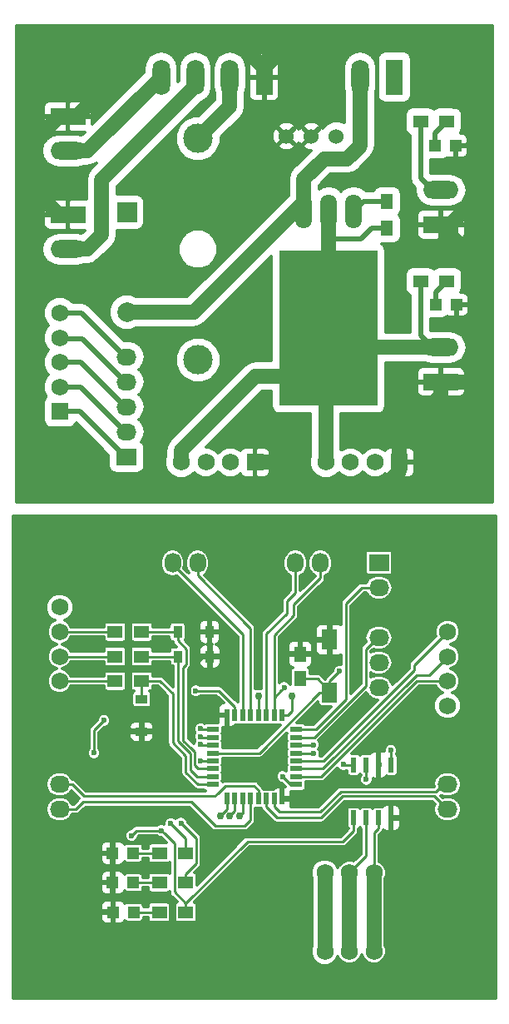
<source format=gbr>
G04 #@! TF.FileFunction,Copper,L1,Top,Signal*
%FSLAX46Y46*%
G04 Gerber Fmt 4.6, Leading zero omitted, Abs format (unit mm)*
G04 Created by KiCad (PCBNEW 4.0.5) date Thu Feb 16 16:16:09 2017*
%MOMM*%
%LPD*%
G01*
G04 APERTURE LIST*
%ADD10C,0.100000*%
%ADD11R,1.750000X1.750000*%
%ADD12C,1.750000*%
%ADD13C,0.600000*%
%ADD14O,1.699260X3.500120*%
%ADD15R,10.000000X15.750000*%
%ADD16C,1.524000*%
%ADD17C,3.000000*%
%ADD18R,3.600000X1.800000*%
%ADD19O,3.600000X1.800000*%
%ADD20C,1.998980*%
%ADD21R,1.998980X1.998980*%
%ADD22R,1.198880X1.198880*%
%ADD23R,2.032000X1.727200*%
%ADD24O,2.032000X1.727200*%
%ADD25R,1.500000X1.300000*%
%ADD26R,1.300000X1.500000*%
%ADD27R,1.800000X3.600000*%
%ADD28O,1.800000X3.600000*%
%ADD29C,4.064000*%
%ADD30R,0.600000X1.550000*%
%ADD31C,0.750000*%
%ADD32R,1.250000X1.500000*%
%ADD33R,0.910000X1.220000*%
%ADD34R,1.220000X0.910000*%
%ADD35R,1.727200X2.032000*%
%ADD36O,1.727200X2.032000*%
%ADD37R,1.600000X2.000000*%
%ADD38R,1.200000X0.600000*%
%ADD39R,0.600000X1.200000*%
%ADD40C,1.500000*%
%ADD41C,0.500000*%
%ADD42C,0.250000*%
%ADD43C,0.350000*%
%ADD44C,0.300000*%
G04 APERTURE END LIST*
D10*
D11*
X125050000Y-95175000D03*
D12*
X122550000Y-95175000D03*
X120050000Y-95175000D03*
X117550000Y-95175000D03*
D13*
X115000000Y-95000000D03*
X110000000Y-95000000D03*
X145000000Y-90000000D03*
X140000000Y-90000000D03*
X125000000Y-90000000D03*
X115000000Y-90000000D03*
X115000000Y-85000000D03*
X140000000Y-80000000D03*
X125000000Y-80000000D03*
X110000000Y-80000000D03*
X140000000Y-75000000D03*
X110000000Y-75000000D03*
X125000000Y-70000000D03*
X120000000Y-70000000D03*
X115000000Y-70000000D03*
X145000000Y-65000000D03*
X125000000Y-65000000D03*
X120000000Y-65000000D03*
X115000000Y-65000000D03*
X130000000Y-60000000D03*
X125000000Y-60000000D03*
X130000000Y-55000000D03*
X110000000Y-55000000D03*
D14*
X132550000Y-69636000D03*
X135090000Y-69636000D03*
X130010000Y-69636000D03*
D15*
X132550000Y-81550000D03*
D16*
X135550000Y-83136000D03*
X135550000Y-81136000D03*
X135550000Y-79136000D03*
X135550000Y-77136000D03*
X135550000Y-75136000D03*
X133550000Y-77136000D03*
X133550000Y-75136000D03*
X133550000Y-79136000D03*
X133550000Y-81136000D03*
X133550000Y-83136000D03*
X131550000Y-75136000D03*
X129550000Y-79136000D03*
X131550000Y-79136000D03*
X131550000Y-77136000D03*
X129550000Y-75136000D03*
X129550000Y-77136000D03*
X129550000Y-81136000D03*
X131550000Y-83136000D03*
X131550000Y-81136000D03*
X129550000Y-83136000D03*
X135550000Y-85136000D03*
X135550000Y-87636000D03*
X129550000Y-85136000D03*
X129550000Y-87636000D03*
D17*
X119250000Y-84750000D03*
X119250000Y-62250000D03*
D18*
X144000000Y-87000000D03*
D19*
X144000000Y-83500000D03*
D11*
X139775000Y-95175000D03*
D12*
X137275000Y-95175000D03*
X134775000Y-95175000D03*
X132275000Y-95175000D03*
D11*
X105200000Y-90000000D03*
D12*
X105200000Y-87500000D03*
X105200000Y-85000000D03*
X105200000Y-82500000D03*
X105200000Y-80000000D03*
D20*
X112007620Y-79910000D03*
D21*
X112007620Y-69750000D03*
D22*
X143450980Y-79150000D03*
X145549020Y-79150000D03*
X143401960Y-63000000D03*
X145500000Y-63000000D03*
D23*
X112000000Y-94620000D03*
D24*
X112000000Y-92080000D03*
X112000000Y-89540000D03*
X112000000Y-87000000D03*
X112000000Y-84460000D03*
D25*
X141900000Y-76750000D03*
X144600000Y-76750000D03*
X141900000Y-60500000D03*
X144600000Y-60500000D03*
D16*
X130790000Y-62000000D03*
X128250000Y-62000000D03*
X133330000Y-62000000D03*
D26*
X138500000Y-71350000D03*
X138500000Y-68650000D03*
D18*
X106000000Y-60000000D03*
D19*
X106000000Y-63500000D03*
D18*
X106000000Y-70000000D03*
D19*
X106000000Y-73500000D03*
D27*
X126000000Y-56000000D03*
D28*
X122500000Y-56000000D03*
X119000000Y-56000000D03*
X115500000Y-56000000D03*
D27*
X139250000Y-56000000D03*
D28*
X135750000Y-56000000D03*
D18*
X144000000Y-71000000D03*
D19*
X144000000Y-67500000D03*
D29*
X104000000Y-96000000D03*
X104000000Y-54000000D03*
X146000000Y-96000000D03*
X146000000Y-54000000D03*
D13*
X130004000Y-112640000D03*
X135004000Y-107640000D03*
X127504000Y-110140000D03*
X132504000Y-110140000D03*
X130004000Y-110140000D03*
X135004000Y-112640000D03*
X135004000Y-110140000D03*
X135004000Y-115140000D03*
X142504000Y-118640000D03*
X135004000Y-120940000D03*
X142504000Y-112640000D03*
X131254000Y-129640000D03*
X137504000Y-127640000D03*
X140004000Y-127640000D03*
X140004000Y-130140000D03*
X142504000Y-130140000D03*
X142504000Y-127640000D03*
X125004000Y-135140000D03*
X127504000Y-135140000D03*
X120004000Y-132640000D03*
X125004000Y-132640000D03*
X127504000Y-132640000D03*
X130004000Y-132640000D03*
X132504000Y-132640000D03*
X135004000Y-127640000D03*
X132504000Y-127640000D03*
X137504000Y-122640000D03*
X140004000Y-125140000D03*
X142504000Y-122640000D03*
X140004000Y-122640000D03*
X133004000Y-122640000D03*
X140004000Y-132640000D03*
X135004000Y-135140000D03*
D30*
X138909000Y-125940000D03*
X137639000Y-125940000D03*
X136369000Y-125940000D03*
X135099000Y-125940000D03*
X135099000Y-131340000D03*
X136369000Y-131340000D03*
X137639000Y-131340000D03*
X138909000Y-131340000D03*
D31*
X125404000Y-118940000D03*
X128804000Y-118940000D03*
X123504000Y-131140000D03*
X122504000Y-131140000D03*
D13*
X106504000Y-116140000D03*
X106504000Y-113640000D03*
X109004000Y-116140000D03*
X109004000Y-113640000D03*
X131004000Y-121140000D03*
X126004000Y-127140000D03*
X128004000Y-116140000D03*
X115504000Y-116140000D03*
X115504000Y-113640000D03*
X132504000Y-107640000D03*
X142504000Y-147640000D03*
X140004000Y-147640000D03*
X137504000Y-147640000D03*
X135004000Y-147640000D03*
X132504000Y-147640000D03*
X130004000Y-147640000D03*
X127504000Y-147640000D03*
X125004000Y-147640000D03*
X122504000Y-147640000D03*
X120004000Y-147640000D03*
X117504000Y-147640000D03*
X115004000Y-147640000D03*
X112504000Y-147640000D03*
X110004000Y-147640000D03*
X107504000Y-147640000D03*
X142504000Y-145140000D03*
X130004000Y-145140000D03*
X127504000Y-145140000D03*
X125004000Y-145140000D03*
X117504000Y-145140000D03*
X115004000Y-145140000D03*
X107504000Y-145140000D03*
X147504000Y-142640000D03*
X145004000Y-142640000D03*
X142504000Y-142640000D03*
X130004000Y-142640000D03*
X127504000Y-142640000D03*
X125004000Y-142640000D03*
X120004000Y-142640000D03*
X117504000Y-142640000D03*
X115004000Y-142640000D03*
X112504000Y-142640000D03*
X110004000Y-142640000D03*
X107504000Y-142640000D03*
X105004000Y-142640000D03*
X102504000Y-142640000D03*
X147504000Y-140140000D03*
X145004000Y-140140000D03*
X142504000Y-140140000D03*
X130004000Y-140140000D03*
X125004000Y-140140000D03*
X120004000Y-140140000D03*
X107504000Y-140140000D03*
X105004000Y-140140000D03*
X102504000Y-140140000D03*
X147504000Y-137640000D03*
X145004000Y-137640000D03*
X142504000Y-137640000D03*
X107504000Y-137640000D03*
X105004000Y-137640000D03*
X102504000Y-137640000D03*
X147504000Y-135140000D03*
X145004000Y-135140000D03*
X142504000Y-135140000D03*
X140004000Y-135140000D03*
X132504000Y-135140000D03*
X130004000Y-135140000D03*
X107504000Y-135140000D03*
X105004000Y-135140000D03*
X102504000Y-135140000D03*
X147504000Y-132640000D03*
X145004000Y-132640000D03*
X142504000Y-132640000D03*
X110004000Y-132640000D03*
X107504000Y-132640000D03*
X105004000Y-132640000D03*
X102504000Y-132640000D03*
X147504000Y-130140000D03*
X102504000Y-130140000D03*
X147504000Y-127640000D03*
X107504000Y-127640000D03*
X102504000Y-127640000D03*
X147504000Y-125140000D03*
X142504000Y-125140000D03*
X107504000Y-125140000D03*
X105004000Y-125140000D03*
X102504000Y-125140000D03*
X147504000Y-122640000D03*
X145004000Y-122640000D03*
X125004000Y-122640000D03*
X107504000Y-122640000D03*
X105004000Y-122640000D03*
X102504000Y-122640000D03*
X147504000Y-120140000D03*
X112504000Y-120140000D03*
X102504000Y-120140000D03*
X147504000Y-117640000D03*
X122504000Y-117640000D03*
X102504000Y-117640000D03*
X147504000Y-115140000D03*
X140004000Y-115140000D03*
X132504000Y-115140000D03*
X102504000Y-115140000D03*
X147504000Y-112640000D03*
X140004000Y-112640000D03*
X102504000Y-112640000D03*
X147504000Y-110140000D03*
X142504000Y-110140000D03*
X140004000Y-110140000D03*
X125004000Y-110140000D03*
X120004000Y-110140000D03*
X117504000Y-110140000D03*
X115004000Y-110140000D03*
X112504000Y-110140000D03*
X110004000Y-110140000D03*
X107504000Y-110140000D03*
X102504000Y-110140000D03*
X147504000Y-107640000D03*
X145004000Y-107640000D03*
X142504000Y-107640000D03*
X140004000Y-107640000D03*
X127504000Y-107640000D03*
X125004000Y-107640000D03*
X122504000Y-107640000D03*
X117504000Y-107640000D03*
X115004000Y-107640000D03*
X112504000Y-107640000D03*
X110004000Y-107640000D03*
X107504000Y-107640000D03*
X105004000Y-107640000D03*
X102504000Y-107640000D03*
X142504000Y-105140000D03*
X140004000Y-105140000D03*
X135004000Y-105140000D03*
X125004000Y-105140000D03*
X122504000Y-105140000D03*
X112504000Y-105140000D03*
X110004000Y-105140000D03*
X107504000Y-105140000D03*
X142504000Y-102640000D03*
X140004000Y-102640000D03*
X137504000Y-102640000D03*
X135004000Y-102640000D03*
X132504000Y-102640000D03*
X130004000Y-102640000D03*
X127504000Y-102640000D03*
X125004000Y-102640000D03*
X122504000Y-102640000D03*
X120004000Y-102640000D03*
X117504000Y-102640000D03*
X115004000Y-102640000D03*
X112504000Y-102640000D03*
X110004000Y-102640000D03*
X107504000Y-102640000D03*
D29*
X146004000Y-104140000D03*
X104004000Y-104140000D03*
X104004000Y-146140000D03*
X146004000Y-146140000D03*
D11*
X139664000Y-136920000D03*
D12*
X137164000Y-136920000D03*
X134664000Y-136920000D03*
X132164000Y-136920000D03*
D32*
X129664000Y-117170000D03*
X129664000Y-114670000D03*
D33*
X117179000Y-112420000D03*
X120449000Y-112420000D03*
X117194000Y-114920000D03*
X120464000Y-114920000D03*
D34*
X113514000Y-119285000D03*
X113514000Y-122555000D03*
D22*
X112713020Y-140920000D03*
X110614980Y-140920000D03*
X112664000Y-134920000D03*
X110565960Y-134920000D03*
X112664000Y-137920000D03*
X110565960Y-137920000D03*
D11*
X105164000Y-119920000D03*
D12*
X105164000Y-117420000D03*
X105164000Y-114920000D03*
X105164000Y-112420000D03*
X105164000Y-109920000D03*
D23*
X105164000Y-125380000D03*
D24*
X105164000Y-127920000D03*
X105164000Y-130460000D03*
D11*
X144664000Y-109920000D03*
D12*
X144664000Y-112420000D03*
X144664000Y-114920000D03*
X144664000Y-117420000D03*
X144664000Y-119920000D03*
D23*
X144664000Y-125380000D03*
D24*
X144664000Y-127920000D03*
X144664000Y-130460000D03*
D23*
X137664000Y-105380000D03*
D24*
X137664000Y-107920000D03*
X137664000Y-110460000D03*
X137664000Y-113000000D03*
X137664000Y-115540000D03*
X137664000Y-118080000D03*
D11*
X139664000Y-144920000D03*
D12*
X137164000Y-144920000D03*
X134664000Y-144920000D03*
X132164000Y-144920000D03*
D35*
X114124000Y-105420000D03*
D36*
X116664000Y-105420000D03*
X119204000Y-105420000D03*
D35*
X126624000Y-105420000D03*
D36*
X129164000Y-105420000D03*
X131704000Y-105420000D03*
D25*
X113514000Y-112420000D03*
X110814000Y-112420000D03*
X113514000Y-114920000D03*
X110814000Y-114920000D03*
X113514000Y-117420000D03*
X110814000Y-117420000D03*
X118014000Y-140920000D03*
X115314000Y-140920000D03*
X118014000Y-134920000D03*
X115314000Y-134920000D03*
X118014000Y-137920000D03*
X115314000Y-137920000D03*
D37*
X132664000Y-113220000D03*
X132664000Y-118620000D03*
D38*
X120754000Y-122340000D03*
X120754000Y-123140000D03*
X120754000Y-123940000D03*
X120754000Y-124740000D03*
X120754000Y-125540000D03*
X120754000Y-126340000D03*
X120754000Y-127140000D03*
X120754000Y-127940000D03*
D39*
X122204000Y-129390000D03*
X123004000Y-129390000D03*
X123804000Y-129390000D03*
X124604000Y-129390000D03*
X125404000Y-129390000D03*
X126204000Y-129390000D03*
X127004000Y-129390000D03*
X127804000Y-129390000D03*
D38*
X129254000Y-127940000D03*
X129254000Y-127140000D03*
X129254000Y-126340000D03*
X129254000Y-125540000D03*
X129254000Y-124740000D03*
X129254000Y-123940000D03*
X129254000Y-123140000D03*
X129254000Y-122340000D03*
D39*
X127804000Y-120890000D03*
X127004000Y-120890000D03*
X126204000Y-120890000D03*
X125404000Y-120890000D03*
X124604000Y-120890000D03*
X123804000Y-120890000D03*
X123004000Y-120890000D03*
X122204000Y-120890000D03*
D31*
X121504000Y-131140000D03*
D13*
X116020678Y-126478172D03*
X127512008Y-125145888D03*
X127514000Y-128095000D03*
X122264000Y-122120000D03*
X119536240Y-125566289D03*
X115534472Y-132627168D03*
X112504000Y-133140000D03*
X119520550Y-122262754D03*
X109664000Y-121420000D03*
X108664000Y-124720000D03*
X127864000Y-127120000D03*
X136373941Y-127431929D03*
X133664000Y-116420000D03*
X138894546Y-124480150D03*
X131003998Y-123913183D03*
X134037014Y-125919825D03*
X131004000Y-124782647D03*
X128015882Y-118067110D03*
X117512134Y-131871526D03*
X119526917Y-123862755D03*
X119029010Y-118389990D03*
X116488752Y-131908740D03*
X119514686Y-123062744D03*
D40*
X117550000Y-93937564D02*
X117550000Y-95175000D01*
X132275000Y-86675000D02*
X132275000Y-95175000D01*
X132550000Y-86400000D02*
X132275000Y-86675000D01*
X132550000Y-86400000D02*
X125087564Y-86400000D01*
X125087564Y-86400000D02*
X117550000Y-93937564D01*
D41*
X144000000Y-83500000D02*
X143100000Y-83500000D01*
X143100000Y-83500000D02*
X141900000Y-82300000D01*
X141900000Y-82300000D02*
X141900000Y-77900000D01*
X141900000Y-77900000D02*
X141900000Y-76750000D01*
D40*
X132550000Y-86400000D02*
X132550000Y-69636000D01*
X144000000Y-83500000D02*
X135450000Y-83500000D01*
X135450000Y-83500000D02*
X132550000Y-86400000D01*
D41*
X135876856Y-72436070D02*
X133100010Y-72436070D01*
X138500000Y-71350000D02*
X136962926Y-71350000D01*
X136962926Y-71350000D02*
X135876856Y-72436070D01*
X133100010Y-72436070D02*
X132550000Y-71886060D01*
X132550000Y-71886060D02*
X132550000Y-69636000D01*
X143000000Y-83500000D02*
X144000000Y-83500000D01*
X138500000Y-71350000D02*
X137350000Y-71350000D01*
D40*
X132164000Y-144920000D02*
X132164000Y-136920000D01*
D42*
X131664000Y-136420000D02*
X132164000Y-136920000D01*
X134664000Y-136920000D02*
X136369000Y-135215000D01*
X136369000Y-135215000D02*
X136369000Y-133809125D01*
X136369000Y-133809125D02*
X136369000Y-131340000D01*
D40*
X134664000Y-136920000D02*
X134664000Y-144920000D01*
D42*
X137164000Y-136920000D02*
X137164000Y-132840000D01*
X137164000Y-132840000D02*
X137639000Y-132365000D01*
X137639000Y-132365000D02*
X137639000Y-131340000D01*
D40*
X137164000Y-136920000D02*
X137164000Y-144920000D01*
X139775000Y-95175000D02*
X139775000Y-96042002D01*
X139775000Y-96042002D02*
X138367001Y-97450001D01*
X138367001Y-97450001D02*
X129700001Y-97450001D01*
X129700001Y-97450001D02*
X127425000Y-95175000D01*
X127425000Y-95175000D02*
X125050000Y-95175000D01*
X144000000Y-87000000D02*
X144000000Y-88392000D01*
X139775000Y-95175000D02*
X139775000Y-92617000D01*
X139775000Y-92617000D02*
X144000000Y-88392000D01*
X126000000Y-56000000D02*
X126000000Y-55000000D01*
X141119992Y-52649990D02*
X142567999Y-54097997D01*
X148450001Y-60159999D02*
X148450001Y-66500000D01*
X126000000Y-55000000D02*
X128350010Y-52649990D01*
X128350010Y-52649990D02*
X141119992Y-52649990D01*
X142567999Y-54097997D02*
X142567999Y-55647361D01*
X142567999Y-55647361D02*
X145370637Y-58449999D01*
X145370637Y-58449999D02*
X146740001Y-58449999D01*
X146740001Y-58449999D02*
X148450001Y-60159999D01*
D41*
X126000000Y-56000000D02*
X126000000Y-59750000D01*
X126000000Y-59750000D02*
X128250000Y-62000000D01*
X126000000Y-56000000D02*
X126000000Y-56900000D01*
D40*
X148500000Y-85800000D02*
X148500000Y-75600000D01*
X148450001Y-64000000D02*
X148450001Y-66500000D01*
X148450001Y-66500000D02*
X148450001Y-67449999D01*
X114250010Y-52649990D02*
X123549990Y-52649990D01*
X123549990Y-52649990D02*
X126000000Y-55100000D01*
X126000000Y-55100000D02*
X126000000Y-56000000D01*
X114250010Y-52649990D02*
X111000000Y-55900000D01*
X106000000Y-70000000D02*
X105100000Y-70000000D01*
X105100000Y-60000000D02*
X106000000Y-60000000D01*
X105100000Y-70000000D02*
X102649990Y-67549990D01*
X102649990Y-62450010D02*
X105100000Y-60000000D01*
X102649990Y-67549990D02*
X102649990Y-62450010D01*
X106900000Y-60000000D02*
X111000000Y-55900000D01*
X111000000Y-55900000D02*
X113000000Y-53900000D01*
X106000000Y-60000000D02*
X106900000Y-60000000D01*
D41*
X145500000Y-63000000D02*
X146599440Y-63000000D01*
X146599440Y-63000000D02*
X148450001Y-61149439D01*
X148450001Y-61149439D02*
X148450001Y-60600000D01*
D40*
X144900000Y-71000000D02*
X144000000Y-71000000D01*
X148450001Y-67449999D02*
X144900000Y-71000000D01*
D41*
X145549020Y-79150000D02*
X147150000Y-79150000D01*
X147150000Y-79150000D02*
X148500000Y-80500000D01*
D40*
X144900000Y-72000000D02*
X148500000Y-75600000D01*
X144000000Y-87000000D02*
X147300000Y-87000000D01*
X147300000Y-87000000D02*
X148500000Y-85800000D01*
D42*
X113514000Y-123971494D02*
X115720679Y-126178173D01*
X113514000Y-122555000D02*
X113514000Y-123971494D01*
X115720679Y-126178173D02*
X116020678Y-126478172D01*
X139664000Y-135440000D02*
X139664000Y-136920000D01*
X138904000Y-132370000D02*
X138904000Y-134680000D01*
X138904000Y-134680000D02*
X139664000Y-135440000D01*
X138909000Y-131340000D02*
X138909000Y-132365000D01*
X138909000Y-132365000D02*
X138904000Y-132370000D01*
X129704000Y-113240000D02*
X129664000Y-113280000D01*
X129664000Y-113280000D02*
X129664000Y-114670000D01*
X130969000Y-113240000D02*
X129704000Y-113240000D01*
X132664000Y-113220000D02*
X130989000Y-113220000D01*
X130989000Y-113220000D02*
X130969000Y-113240000D01*
X117391600Y-108840000D02*
X119291600Y-110740000D01*
X120449000Y-110985000D02*
X120204000Y-110740000D01*
X120204000Y-110740000D02*
X119291600Y-110740000D01*
X120449000Y-112420000D02*
X120449000Y-110985000D01*
X139664000Y-146045000D02*
X139604000Y-146105000D01*
X103414000Y-126340000D02*
X103414000Y-133920000D01*
X103404000Y-125440000D02*
X103414000Y-125450000D01*
X103414000Y-125450000D02*
X103414000Y-126340000D01*
X103464000Y-125380000D02*
X103404000Y-125440000D01*
X105164000Y-125380000D02*
X103464000Y-125380000D01*
X105164000Y-119920000D02*
X103524000Y-119920000D01*
X103524000Y-119920000D02*
X103404000Y-119800000D01*
X103404000Y-119800000D02*
X103404000Y-109680000D01*
X103404000Y-109680000D02*
X107664000Y-105420000D01*
X107664000Y-105420000D02*
X114124000Y-105420000D01*
X114124000Y-105420000D02*
X114124000Y-108060000D01*
X114124000Y-108060000D02*
X114904000Y-108840000D01*
X114904000Y-108840000D02*
X117391600Y-108840000D01*
X114124000Y-105420000D02*
X114124000Y-103460000D01*
X114124000Y-103460000D02*
X114144000Y-103440000D01*
X114144000Y-103440000D02*
X126504000Y-103440000D01*
X126504000Y-103440000D02*
X126624000Y-103560000D01*
X126624000Y-103560000D02*
X126624000Y-105420000D01*
X141704000Y-109920000D02*
X141704000Y-107440000D01*
X141704000Y-107440000D02*
X141704000Y-106840000D01*
X141704000Y-106040000D02*
X141704000Y-107440000D01*
X138704000Y-103040000D02*
X141704000Y-106040000D01*
X138604000Y-103040000D02*
X138704000Y-103040000D01*
X139404000Y-103840000D02*
X138704000Y-103140000D01*
X138704000Y-103140000D02*
X138604000Y-103040000D01*
X137664000Y-110460000D02*
X138930000Y-110460000D01*
X138604000Y-103040000D02*
X136304000Y-103040000D01*
X133604000Y-105740000D02*
X133604000Y-106975398D01*
X136304000Y-103040000D02*
X133604000Y-105740000D01*
X133604000Y-106975398D02*
X132664000Y-107915398D01*
X132664000Y-107915398D02*
X132664000Y-113220000D01*
X144664000Y-125380000D02*
X142964000Y-125380000D01*
X142964000Y-125380000D02*
X142504000Y-125840000D01*
X142504000Y-125840000D02*
X142604000Y-125740000D01*
X141404000Y-127740000D02*
X142504000Y-126640000D01*
X142504000Y-126640000D02*
X142504000Y-125840000D01*
X137874000Y-127740000D02*
X141404000Y-127740000D01*
X137639000Y-127505000D02*
X137874000Y-127740000D01*
X137639000Y-125940000D02*
X137639000Y-127505000D01*
X127804000Y-129390000D02*
X127804000Y-129690000D01*
X127214001Y-125443895D02*
X127512008Y-125145888D01*
X127214001Y-127795001D02*
X127214001Y-125443895D01*
X127514000Y-128095000D02*
X127214001Y-127795001D01*
X118404000Y-119340000D02*
X119954000Y-120890000D01*
X119954000Y-120890000D02*
X122204000Y-120890000D01*
X118404000Y-116275000D02*
X118404000Y-119340000D01*
X120464000Y-114920000D02*
X119759000Y-114920000D01*
X119759000Y-114920000D02*
X118404000Y-116275000D01*
X139664000Y-144920000D02*
X140789000Y-144920000D01*
X140789000Y-144920000D02*
X147164000Y-138545000D01*
X139664000Y-146045000D02*
X139664000Y-144920000D01*
D40*
X139664000Y-144920000D02*
X139664000Y-136920000D01*
D42*
X147164000Y-138545000D02*
X147164000Y-137602000D01*
X137947000Y-147762000D02*
X139664000Y-146045000D01*
X106289000Y-119920000D02*
X105164000Y-119920000D01*
X110019000Y-119920000D02*
X106289000Y-119920000D01*
X112654000Y-122555000D02*
X110019000Y-119920000D01*
X113514000Y-122555000D02*
X112654000Y-122555000D01*
X127804000Y-129390000D02*
X127804000Y-128385000D01*
X127804000Y-128385000D02*
X127514000Y-128095000D01*
X122264000Y-122120000D02*
X122264000Y-120950000D01*
X122264000Y-120950000D02*
X122204000Y-120890000D01*
X109284000Y-147762000D02*
X129858000Y-147762000D01*
X129858000Y-147762000D02*
X137947000Y-147762000D01*
X147164000Y-137602000D02*
X147164000Y-134920000D01*
X103414000Y-133920000D02*
X103414000Y-141892000D01*
X103414000Y-141892000D02*
X109284000Y-147762000D01*
X120449000Y-112420000D02*
X120449000Y-114905000D01*
X120449000Y-114905000D02*
X120464000Y-114920000D01*
X110565960Y-134920000D02*
X104414000Y-134920000D01*
X104414000Y-134920000D02*
X103414000Y-133920000D01*
X147164000Y-134920000D02*
X147164000Y-127727600D01*
X110565960Y-137920000D02*
X110565960Y-140870980D01*
X110565960Y-140870980D02*
X110614980Y-140920000D01*
X110565960Y-134920000D02*
X110565960Y-137920000D01*
X147164000Y-127727600D02*
X144816400Y-125380000D01*
X144816400Y-125380000D02*
X144664000Y-125380000D01*
X137664000Y-110460000D02*
X141164000Y-110460000D01*
X144664000Y-109920000D02*
X141704000Y-109920000D01*
X141704000Y-109920000D02*
X141164000Y-110460000D01*
X147414000Y-122782400D02*
X147414000Y-111545000D01*
X147414000Y-111545000D02*
X145789000Y-109920000D01*
X145789000Y-109920000D02*
X144664000Y-109920000D01*
X144816400Y-125380000D02*
X147414000Y-122782400D01*
X105164000Y-125380000D02*
X105164000Y-119920000D01*
D41*
X143450980Y-79150000D02*
X143450980Y-77899020D01*
X143450980Y-77899020D02*
X144600000Y-76750000D01*
X143401960Y-63000000D02*
X143401960Y-61698040D01*
X143401960Y-61698040D02*
X144600000Y-60500000D01*
D40*
X119250000Y-62250000D02*
X122500000Y-59000000D01*
X122500000Y-59000000D02*
X122500000Y-56000000D01*
D41*
X105200000Y-90000000D02*
X107227600Y-90000000D01*
X107227600Y-90000000D02*
X111847600Y-94620000D01*
X111847600Y-94620000D02*
X112000000Y-94620000D01*
X112000000Y-92080000D02*
X111847600Y-92080000D01*
X106437436Y-87500000D02*
X105200000Y-87500000D01*
X111847600Y-92080000D02*
X107267600Y-87500000D01*
X107267600Y-87500000D02*
X106437436Y-87500000D01*
X106437436Y-85000000D02*
X105200000Y-85000000D01*
X112000000Y-89540000D02*
X111847600Y-89540000D01*
X111847600Y-89540000D02*
X107307600Y-85000000D01*
X107307600Y-85000000D02*
X106437436Y-85000000D01*
X111847600Y-87000000D02*
X107497610Y-82650010D01*
X107497610Y-82650010D02*
X105200000Y-82650010D01*
X112000000Y-87000000D02*
X111847600Y-87000000D01*
X106437436Y-80000000D02*
X105200000Y-80000000D01*
X112000000Y-84460000D02*
X111847600Y-84460000D01*
X111847600Y-84460000D02*
X107387600Y-80000000D01*
X107387600Y-80000000D02*
X106437436Y-80000000D01*
D40*
X106000000Y-63500000D02*
X108000000Y-63500000D01*
X108000000Y-63500000D02*
X115500000Y-56000000D01*
X119000000Y-56000000D02*
X119000000Y-56900000D01*
X119000000Y-56900000D02*
X109458129Y-66441871D01*
X109458129Y-66441871D02*
X109458129Y-72041871D01*
X108000000Y-73500000D02*
X106000000Y-73500000D01*
X109458129Y-72041871D02*
X108000000Y-73500000D01*
D41*
X144000000Y-67500000D02*
X143100000Y-67500000D01*
X143100000Y-67500000D02*
X141900000Y-66300000D01*
X141900000Y-66300000D02*
X141900000Y-61650000D01*
X141900000Y-61650000D02*
X141900000Y-60500000D01*
X135090000Y-69636000D02*
X136076000Y-68650000D01*
X136076000Y-68650000D02*
X138500000Y-68650000D01*
D40*
X130010000Y-69636000D02*
X130010000Y-67500000D01*
X130010000Y-67500000D02*
X130010000Y-66385940D01*
X112007620Y-79910000D02*
X118794998Y-79910000D01*
X118794998Y-79910000D02*
X130010000Y-68694998D01*
X130010000Y-68694998D02*
X130010000Y-67500000D01*
X118794998Y-79910000D02*
X126954998Y-71750000D01*
X118794998Y-79910000D02*
X129068998Y-69636000D01*
X129068998Y-69636000D02*
X130010000Y-69636000D01*
X135750000Y-56000000D02*
X135750000Y-63001762D01*
X135750000Y-63001762D02*
X134439761Y-64312001D01*
X130010000Y-66385940D02*
X132083939Y-64312001D01*
X134439761Y-64312001D02*
X135642001Y-63109761D01*
X132083939Y-64312001D02*
X134439761Y-64312001D01*
D42*
X119562529Y-125540000D02*
X119536240Y-125566289D01*
X120754000Y-125540000D02*
X119562529Y-125540000D01*
X118014000Y-140020000D02*
X124294000Y-133740000D01*
X124294000Y-133740000D02*
X133999000Y-133740000D01*
X133999000Y-133740000D02*
X135099000Y-132640000D01*
X135099000Y-132640000D02*
X135099000Y-131340000D01*
X118014000Y-140920000D02*
X118014000Y-140020000D01*
X115834471Y-132927167D02*
X115534472Y-132627168D01*
X112504000Y-133140000D02*
X113016832Y-132627168D01*
X115110208Y-132627168D02*
X115534472Y-132627168D01*
X116864000Y-138870000D02*
X116864000Y-133956696D01*
X113016832Y-132627168D02*
X115110208Y-132627168D01*
X116864000Y-133956696D02*
X115834471Y-132927167D01*
X118014000Y-140020000D02*
X116864000Y-138870000D01*
X120754000Y-122340000D02*
X119597796Y-122340000D01*
X119597796Y-122340000D02*
X119520550Y-122262754D01*
X108664000Y-124720000D02*
X108664000Y-122420000D01*
X108664000Y-122420000D02*
X109664000Y-121420000D01*
X127864000Y-127120000D02*
X128684000Y-127940000D01*
X128684000Y-127940000D02*
X129254000Y-127940000D01*
X136369000Y-127426988D02*
X136373941Y-127431929D01*
X136369000Y-125940000D02*
X136369000Y-127426988D01*
X125488999Y-124745001D02*
X131614000Y-118620000D01*
X120754000Y-124740000D02*
X121604000Y-124740000D01*
X121609001Y-124745001D02*
X125488999Y-124745001D01*
X121604000Y-124740000D02*
X121609001Y-124745001D01*
X131614000Y-118620000D02*
X132664000Y-118620000D01*
X133664000Y-116420000D02*
X132664000Y-117420000D01*
X132664000Y-117420000D02*
X132664000Y-118620000D01*
X129664000Y-117170000D02*
X131414000Y-117170000D01*
X131414000Y-117170000D02*
X132664000Y-118420000D01*
X132664000Y-118420000D02*
X132664000Y-118620000D01*
X118499889Y-124220000D02*
X118911230Y-124631341D01*
X118911230Y-124631341D02*
X118911230Y-125976945D01*
X119274285Y-126340000D02*
X120754000Y-126340000D01*
X118911230Y-125976945D02*
X119274285Y-126340000D01*
X117753991Y-116030009D02*
X117753991Y-123474102D01*
X118064000Y-115720000D02*
X117753991Y-116030009D01*
X118064000Y-114165000D02*
X118064000Y-115720000D01*
X117753991Y-123474102D02*
X118499889Y-124220000D01*
X117179000Y-113280000D02*
X118064000Y-114165000D01*
X117179000Y-112420000D02*
X117179000Y-113280000D01*
X118499889Y-124220000D02*
X118499888Y-124220000D01*
X113514000Y-112420000D02*
X117179000Y-112420000D01*
X118461219Y-124817741D02*
X118461219Y-126456183D01*
X117194000Y-123550522D02*
X118461219Y-124817741D01*
X117194000Y-114920000D02*
X117194000Y-123550522D01*
X119145036Y-127140000D02*
X119904000Y-127140000D01*
X118461219Y-126456183D02*
X119145036Y-127140000D01*
X119904000Y-127140000D02*
X120754000Y-127140000D01*
X113514000Y-114920000D02*
X117194000Y-114920000D01*
X116664000Y-118720000D02*
X115364000Y-117420000D01*
X118011208Y-125067208D02*
X116664000Y-123720000D01*
X120754000Y-127940000D02*
X119258996Y-127940000D01*
X118011208Y-126692212D02*
X118011208Y-125067208D01*
X119258996Y-127940000D02*
X118011208Y-126692212D01*
X116664000Y-123720000D02*
X116664000Y-118720000D01*
X115364000Y-117420000D02*
X113514000Y-117420000D01*
X113514000Y-119285000D02*
X113514000Y-117420000D01*
X115314000Y-137920000D02*
X112664000Y-137920000D01*
X138909000Y-124494604D02*
X138894546Y-124480150D01*
X138909000Y-125940000D02*
X138909000Y-124494604D01*
X130977181Y-123940000D02*
X131003998Y-123913183D01*
X129254000Y-123940000D02*
X130977181Y-123940000D01*
X135099000Y-125940000D02*
X134057189Y-125940000D01*
X134057189Y-125940000D02*
X134037014Y-125919825D01*
X130961353Y-124740000D02*
X131004000Y-124782647D01*
X129254000Y-124740000D02*
X130961353Y-124740000D01*
X110814000Y-112420000D02*
X105164000Y-112420000D01*
X105164000Y-114920000D02*
X110814000Y-114920000D01*
X105164000Y-117420000D02*
X110814000Y-117420000D01*
X129254000Y-122340000D02*
X131254811Y-122340000D01*
X131254811Y-122340000D02*
X134304000Y-119290811D01*
X134304000Y-119290811D02*
X134304000Y-109540000D01*
X134304000Y-109540000D02*
X135924000Y-107920000D01*
X135924000Y-107920000D02*
X137664000Y-107920000D01*
X129254000Y-123140000D02*
X131091222Y-123140000D01*
X131091222Y-123140000D02*
X136322990Y-117908232D01*
X136322990Y-117908232D02*
X136322990Y-114188610D01*
X136322990Y-114188610D02*
X137511600Y-113000000D01*
X137511600Y-113000000D02*
X137664000Y-113000000D01*
X127004000Y-120890000D02*
X127004000Y-112730000D01*
X127004000Y-112730000D02*
X129004000Y-110730000D01*
X129004000Y-110730000D02*
X129004000Y-109640000D01*
X129004000Y-109640000D02*
X131704000Y-106940000D01*
X131704000Y-106940000D02*
X131704000Y-105420000D01*
X127715883Y-118367109D02*
X128015882Y-118067110D01*
X127004000Y-119078992D02*
X127715883Y-118367109D01*
X127004000Y-120890000D02*
X127004000Y-119078992D01*
X105164000Y-130460000D02*
X106824000Y-130460000D01*
X106824000Y-130460000D02*
X107564000Y-129720000D01*
X107564000Y-129720000D02*
X118584000Y-129720000D01*
X118584000Y-129720000D02*
X121004000Y-132140000D01*
X121004000Y-132140000D02*
X124004000Y-132140000D01*
X124004000Y-132140000D02*
X124604000Y-131540000D01*
X124604000Y-131540000D02*
X124604000Y-129390000D01*
X125404000Y-129390000D02*
X125404000Y-128540000D01*
X125404000Y-128540000D02*
X124934000Y-128070000D01*
X107630000Y-129120000D02*
X106430000Y-127920000D01*
X124934000Y-128070000D02*
X122038998Y-128070000D01*
X122038998Y-128070000D02*
X121288998Y-128820000D01*
X121288998Y-128820000D02*
X121264000Y-128820000D01*
X121264000Y-128820000D02*
X120964000Y-129120000D01*
X120964000Y-129120000D02*
X107630000Y-129120000D01*
X106430000Y-127920000D02*
X105164000Y-127920000D01*
X144664000Y-117420000D02*
X141524000Y-117420000D01*
X141524000Y-117420000D02*
X131804000Y-127140000D01*
X131804000Y-127140000D02*
X129254000Y-127140000D01*
X143789001Y-115794999D02*
X144664000Y-114920000D01*
X142793989Y-116790011D02*
X143789001Y-115794999D01*
X141517579Y-116790011D02*
X142793989Y-116790011D01*
X131967590Y-126340000D02*
X141517579Y-116790011D01*
X129254000Y-126340000D02*
X131967590Y-126340000D01*
X132037348Y-125540000D02*
X129254000Y-125540000D01*
X141237348Y-116340000D02*
X132037348Y-125540000D01*
X144664000Y-112420000D02*
X141237348Y-115846652D01*
X141237348Y-115846652D02*
X141237348Y-116340000D01*
X129254000Y-125540000D02*
X131608011Y-125540000D01*
X126204000Y-129390000D02*
X126204000Y-130240000D01*
X127304000Y-131340000D02*
X131754000Y-131340000D01*
X126204000Y-130240000D02*
X127304000Y-131340000D01*
X131754000Y-131340000D02*
X133954000Y-129140000D01*
X133954000Y-129140000D02*
X143304000Y-129140000D01*
X144624000Y-130460000D02*
X144664000Y-130460000D01*
X143304000Y-129140000D02*
X144624000Y-130460000D01*
X144664000Y-130460000D02*
X144664000Y-130300000D01*
X144664000Y-127920000D02*
X144224000Y-127920000D01*
X127504000Y-130740000D02*
X127004000Y-130240000D01*
X144224000Y-127920000D02*
X143454011Y-128689989D01*
X133767600Y-128689989D02*
X131717590Y-130740000D01*
X143454011Y-128689989D02*
X133767600Y-128689989D01*
X131717590Y-130740000D02*
X127504000Y-130740000D01*
X127004000Y-130240000D02*
X127004000Y-129390000D01*
X129164000Y-105420000D02*
X129164000Y-108440000D01*
X128304000Y-110530000D02*
X128304000Y-109300000D01*
X128304000Y-109300000D02*
X129164000Y-108440000D01*
X128304000Y-110530000D02*
X126204000Y-112630000D01*
X126204000Y-112630000D02*
X126204000Y-120890000D01*
X117812133Y-132171525D02*
X117512134Y-131871526D01*
X119089001Y-133448393D02*
X117812133Y-132171525D01*
X119089001Y-135944999D02*
X119089001Y-133448393D01*
X118014000Y-137020000D02*
X119089001Y-135944999D01*
X118014000Y-137920000D02*
X118014000Y-137020000D01*
X120754000Y-123940000D02*
X119604162Y-123940000D01*
X119604162Y-123940000D02*
X119526917Y-123862755D01*
X119453274Y-118389990D02*
X119029010Y-118389990D01*
X123004000Y-120040000D02*
X121353990Y-118389990D01*
X123004000Y-120890000D02*
X123004000Y-120040000D01*
X121353990Y-118389990D02*
X119453274Y-118389990D01*
X116788751Y-132208739D02*
X116488752Y-131908740D01*
X118014000Y-133433988D02*
X116788751Y-132208739D01*
X118014000Y-134920000D02*
X118014000Y-133433988D01*
X119591942Y-123140000D02*
X119514686Y-123062744D01*
X120754000Y-123140000D02*
X119591942Y-123140000D01*
X119204000Y-106686000D02*
X124604000Y-112086000D01*
X124604000Y-120890000D02*
X124604000Y-114570000D01*
X119204000Y-105420000D02*
X119204000Y-106686000D01*
X124604000Y-112086000D02*
X124604000Y-114570000D01*
X116664000Y-105420000D02*
X116664000Y-105572400D01*
X116664000Y-105572400D02*
X123804000Y-112712400D01*
X123804000Y-112712400D02*
X123804000Y-120040000D01*
X123804000Y-120040000D02*
X123804000Y-120890000D01*
X112713020Y-140920000D02*
X115314000Y-140920000D01*
X115314000Y-134920000D02*
X112664000Y-134920000D01*
X122204000Y-129390000D02*
X122204000Y-130440000D01*
X122204000Y-130440000D02*
X121504000Y-131140000D01*
X123004000Y-130640000D02*
X123004000Y-129390000D01*
X122504000Y-131140000D02*
X123004000Y-130640000D01*
X123804000Y-129390000D02*
X123804000Y-130840000D01*
X123804000Y-130840000D02*
X123504000Y-131140000D01*
X128804000Y-118940000D02*
X128804000Y-120440000D01*
X128804000Y-120440000D02*
X128354000Y-120890000D01*
X128354000Y-120890000D02*
X127804000Y-120890000D01*
X125404000Y-120890000D02*
X125404000Y-118940000D01*
D43*
G36*
X149242000Y-99242000D02*
X100758000Y-99242000D01*
X100758000Y-89125000D01*
X103483838Y-89125000D01*
X103483838Y-90875000D01*
X103541364Y-91180727D01*
X103722049Y-91461518D01*
X103997741Y-91649890D01*
X104325000Y-91716162D01*
X106075000Y-91716162D01*
X106380727Y-91658636D01*
X106661518Y-91477951D01*
X106849890Y-91202259D01*
X106859942Y-91152622D01*
X110142838Y-94435518D01*
X110142838Y-95483600D01*
X110200364Y-95789327D01*
X110381049Y-96070118D01*
X110656741Y-96258490D01*
X110984000Y-96324762D01*
X113016000Y-96324762D01*
X113321727Y-96267236D01*
X113602518Y-96086551D01*
X113790890Y-95810859D01*
X113857162Y-95483600D01*
X113857162Y-93756400D01*
X113799636Y-93450673D01*
X113618951Y-93169882D01*
X113504379Y-93091598D01*
X113748530Y-92726199D01*
X113877067Y-92080000D01*
X113748530Y-91433801D01*
X113382488Y-90885979D01*
X113268777Y-90810000D01*
X113382488Y-90734021D01*
X113748530Y-90186199D01*
X113877067Y-89540000D01*
X113748530Y-88893801D01*
X113382488Y-88345979D01*
X113268777Y-88270000D01*
X113382488Y-88194021D01*
X113748530Y-87646199D01*
X113877067Y-87000000D01*
X113748530Y-86353801D01*
X113382488Y-85805979D01*
X113268777Y-85730000D01*
X113382488Y-85654021D01*
X113678877Y-85210442D01*
X116924598Y-85210442D01*
X117277812Y-86065286D01*
X117931274Y-86719889D01*
X118785500Y-87074595D01*
X119710442Y-87075402D01*
X120565286Y-86722188D01*
X121219889Y-86068726D01*
X121574595Y-85214500D01*
X121575402Y-84289558D01*
X121222188Y-83434714D01*
X120568726Y-82780111D01*
X119714500Y-82425405D01*
X118789558Y-82424598D01*
X117934714Y-82777812D01*
X117280111Y-83431274D01*
X116925405Y-84285500D01*
X116924598Y-85210442D01*
X113678877Y-85210442D01*
X113748530Y-85106199D01*
X113877067Y-84460000D01*
X113748530Y-83813801D01*
X113382488Y-83265979D01*
X112834666Y-82899937D01*
X112188467Y-82771400D01*
X111811533Y-82771400D01*
X111701222Y-82793342D01*
X109179201Y-80271321D01*
X110182814Y-80271321D01*
X110459991Y-80942140D01*
X110972780Y-81455826D01*
X111643114Y-81734173D01*
X112368941Y-81734806D01*
X112973517Y-81485000D01*
X118794998Y-81485000D01*
X119397725Y-81365110D01*
X119908691Y-81023693D01*
X126708838Y-74223546D01*
X126708838Y-84825000D01*
X125087564Y-84825000D01*
X124484837Y-84944890D01*
X123973871Y-85286307D01*
X116436307Y-92823871D01*
X116094890Y-93334837D01*
X116094890Y-93334838D01*
X115975000Y-93937564D01*
X115975000Y-94535044D01*
X115850296Y-94835366D01*
X115849706Y-95511667D01*
X116107970Y-96136715D01*
X116585770Y-96615350D01*
X117210366Y-96874704D01*
X117886667Y-96875294D01*
X118511715Y-96617030D01*
X118900581Y-96228843D01*
X119166312Y-96495038D01*
X119738735Y-96732729D01*
X120358546Y-96733270D01*
X120931383Y-96496578D01*
X121300259Y-96128345D01*
X121666312Y-96495038D01*
X122238735Y-96732729D01*
X122858546Y-96733270D01*
X123431383Y-96496578D01*
X123565322Y-96362872D01*
X123595981Y-96436889D01*
X123788112Y-96629019D01*
X124039143Y-96733000D01*
X124800250Y-96733000D01*
X124971000Y-96562250D01*
X124971000Y-95254000D01*
X125129000Y-95254000D01*
X125129000Y-96562250D01*
X125299750Y-96733000D01*
X126060857Y-96733000D01*
X126311888Y-96629019D01*
X126504019Y-96436889D01*
X126608000Y-96185857D01*
X126608000Y-95424750D01*
X126437250Y-95254000D01*
X125129000Y-95254000D01*
X124971000Y-95254000D01*
X124951000Y-95254000D01*
X124951000Y-95096000D01*
X124971000Y-95096000D01*
X124971000Y-93787750D01*
X125129000Y-93787750D01*
X125129000Y-95096000D01*
X126437250Y-95096000D01*
X126608000Y-94925250D01*
X126608000Y-94164143D01*
X126504019Y-93913111D01*
X126311888Y-93720981D01*
X126060857Y-93617000D01*
X125299750Y-93617000D01*
X125129000Y-93787750D01*
X124971000Y-93787750D01*
X124800250Y-93617000D01*
X124039143Y-93617000D01*
X123788112Y-93720981D01*
X123595981Y-93913111D01*
X123565410Y-93986915D01*
X123433688Y-93854962D01*
X122861265Y-93617271D01*
X122241454Y-93616730D01*
X121668617Y-93853422D01*
X121299741Y-94221655D01*
X120933688Y-93854962D01*
X120361265Y-93617271D01*
X120097909Y-93617041D01*
X125739950Y-87975000D01*
X126708838Y-87975000D01*
X126708838Y-89425000D01*
X126766364Y-89730727D01*
X126947049Y-90011518D01*
X127222741Y-90199890D01*
X127550000Y-90266162D01*
X130700000Y-90266162D01*
X130700000Y-94535044D01*
X130575296Y-94835366D01*
X130574706Y-95511667D01*
X130832970Y-96136715D01*
X131310770Y-96615350D01*
X131935366Y-96874704D01*
X132611667Y-96875294D01*
X133236715Y-96617030D01*
X133625581Y-96228843D01*
X133891312Y-96495038D01*
X134463735Y-96732729D01*
X135083546Y-96733270D01*
X135656383Y-96496578D01*
X136025259Y-96128345D01*
X136391312Y-96495038D01*
X136963735Y-96732729D01*
X137583546Y-96733270D01*
X138156383Y-96496578D01*
X138290322Y-96362872D01*
X138320981Y-96436889D01*
X138513112Y-96629019D01*
X138764143Y-96733000D01*
X139525250Y-96733000D01*
X139696000Y-96562250D01*
X139696000Y-95254000D01*
X139854000Y-95254000D01*
X139854000Y-96562250D01*
X140024750Y-96733000D01*
X140785857Y-96733000D01*
X141036888Y-96629019D01*
X141229019Y-96436889D01*
X141333000Y-96185857D01*
X141333000Y-95424750D01*
X141162250Y-95254000D01*
X139854000Y-95254000D01*
X139696000Y-95254000D01*
X139676000Y-95254000D01*
X139676000Y-95096000D01*
X139696000Y-95096000D01*
X139696000Y-93787750D01*
X139854000Y-93787750D01*
X139854000Y-95096000D01*
X141162250Y-95096000D01*
X141333000Y-94925250D01*
X141333000Y-94164143D01*
X141229019Y-93913111D01*
X141036888Y-93720981D01*
X140785857Y-93617000D01*
X140024750Y-93617000D01*
X139854000Y-93787750D01*
X139696000Y-93787750D01*
X139525250Y-93617000D01*
X138764143Y-93617000D01*
X138513112Y-93720981D01*
X138320981Y-93913111D01*
X138290410Y-93986915D01*
X138158688Y-93854962D01*
X137586265Y-93617271D01*
X136966454Y-93616730D01*
X136393617Y-93853422D01*
X136024741Y-94221655D01*
X135658688Y-93854962D01*
X135086265Y-93617271D01*
X134466454Y-93616730D01*
X133893617Y-93853422D01*
X133850000Y-93896963D01*
X133850000Y-90266162D01*
X137550000Y-90266162D01*
X137855727Y-90208636D01*
X138136518Y-90027951D01*
X138324890Y-89752259D01*
X138391162Y-89425000D01*
X138391162Y-87249750D01*
X141517000Y-87249750D01*
X141517000Y-88035857D01*
X141620981Y-88286888D01*
X141813111Y-88479019D01*
X142064143Y-88583000D01*
X143750250Y-88583000D01*
X143921000Y-88412250D01*
X143921000Y-87079000D01*
X144079000Y-87079000D01*
X144079000Y-88412250D01*
X144249750Y-88583000D01*
X145935857Y-88583000D01*
X146186889Y-88479019D01*
X146379019Y-88286888D01*
X146483000Y-88035857D01*
X146483000Y-87249750D01*
X146312250Y-87079000D01*
X144079000Y-87079000D01*
X143921000Y-87079000D01*
X141687750Y-87079000D01*
X141517000Y-87249750D01*
X138391162Y-87249750D01*
X138391162Y-85964143D01*
X141517000Y-85964143D01*
X141517000Y-86750250D01*
X141687750Y-86921000D01*
X143921000Y-86921000D01*
X143921000Y-85587750D01*
X144079000Y-85587750D01*
X144079000Y-86921000D01*
X146312250Y-86921000D01*
X146483000Y-86750250D01*
X146483000Y-85964143D01*
X146379019Y-85713112D01*
X146186889Y-85520981D01*
X145935857Y-85417000D01*
X144249750Y-85417000D01*
X144079000Y-85587750D01*
X143921000Y-85587750D01*
X143750250Y-85417000D01*
X142064143Y-85417000D01*
X141813111Y-85520981D01*
X141620981Y-85713112D01*
X141517000Y-85964143D01*
X138391162Y-85964143D01*
X138391162Y-85075000D01*
X142360469Y-85075000D01*
X142388444Y-85093692D01*
X143048573Y-85225000D01*
X144951427Y-85225000D01*
X145611556Y-85093692D01*
X146171186Y-84719759D01*
X146545119Y-84160129D01*
X146676427Y-83500000D01*
X146545119Y-82839871D01*
X146171186Y-82280241D01*
X145611556Y-81906308D01*
X144951427Y-81775000D01*
X143048573Y-81775000D01*
X142975000Y-81789635D01*
X142975000Y-80590602D01*
X144050420Y-80590602D01*
X144356147Y-80533076D01*
X144630488Y-80356541D01*
X144813723Y-80432440D01*
X145299270Y-80432440D01*
X145470020Y-80261690D01*
X145470020Y-79229000D01*
X145628020Y-79229000D01*
X145628020Y-80261690D01*
X145798770Y-80432440D01*
X146284317Y-80432440D01*
X146535348Y-80328459D01*
X146727479Y-80136329D01*
X146831460Y-79885297D01*
X146831460Y-79399750D01*
X146660710Y-79229000D01*
X145628020Y-79229000D01*
X145470020Y-79229000D01*
X145450020Y-79229000D01*
X145450020Y-79071000D01*
X145470020Y-79071000D01*
X145470020Y-79051000D01*
X145628020Y-79051000D01*
X145628020Y-79071000D01*
X146660710Y-79071000D01*
X146831460Y-78900250D01*
X146831460Y-78414703D01*
X146727479Y-78163671D01*
X146535348Y-77971541D01*
X146284317Y-77867560D01*
X146029027Y-77867560D01*
X146124890Y-77727259D01*
X146191162Y-77400000D01*
X146191162Y-76100000D01*
X146133636Y-75794273D01*
X145952951Y-75513482D01*
X145677259Y-75325110D01*
X145350000Y-75258838D01*
X143850000Y-75258838D01*
X143544273Y-75316364D01*
X143263482Y-75497049D01*
X143252476Y-75513157D01*
X142977259Y-75325110D01*
X142650000Y-75258838D01*
X141150000Y-75258838D01*
X140844273Y-75316364D01*
X140563482Y-75497049D01*
X140375110Y-75772741D01*
X140308838Y-76100000D01*
X140308838Y-77400000D01*
X140366364Y-77705727D01*
X140547049Y-77986518D01*
X140822741Y-78174890D01*
X140825000Y-78175347D01*
X140825000Y-81925000D01*
X138391162Y-81925000D01*
X138391162Y-73675000D01*
X138333636Y-73369273D01*
X138152951Y-73088482D01*
X137937341Y-72941162D01*
X139150000Y-72941162D01*
X139455727Y-72883636D01*
X139736518Y-72702951D01*
X139924890Y-72427259D01*
X139991162Y-72100000D01*
X139991162Y-71249750D01*
X141517000Y-71249750D01*
X141517000Y-72035857D01*
X141620981Y-72286888D01*
X141813111Y-72479019D01*
X142064143Y-72583000D01*
X143750250Y-72583000D01*
X143921000Y-72412250D01*
X143921000Y-71079000D01*
X144079000Y-71079000D01*
X144079000Y-72412250D01*
X144249750Y-72583000D01*
X145935857Y-72583000D01*
X146186889Y-72479019D01*
X146379019Y-72286888D01*
X146483000Y-72035857D01*
X146483000Y-71249750D01*
X146312250Y-71079000D01*
X144079000Y-71079000D01*
X143921000Y-71079000D01*
X141687750Y-71079000D01*
X141517000Y-71249750D01*
X139991162Y-71249750D01*
X139991162Y-70600000D01*
X139933636Y-70294273D01*
X139752951Y-70013482D01*
X139736843Y-70002476D01*
X139763034Y-69964143D01*
X141517000Y-69964143D01*
X141517000Y-70750250D01*
X141687750Y-70921000D01*
X143921000Y-70921000D01*
X143921000Y-69587750D01*
X144079000Y-69587750D01*
X144079000Y-70921000D01*
X146312250Y-70921000D01*
X146483000Y-70750250D01*
X146483000Y-69964143D01*
X146379019Y-69713112D01*
X146186889Y-69520981D01*
X145935857Y-69417000D01*
X144249750Y-69417000D01*
X144079000Y-69587750D01*
X143921000Y-69587750D01*
X143750250Y-69417000D01*
X142064143Y-69417000D01*
X141813111Y-69520981D01*
X141620981Y-69713112D01*
X141517000Y-69964143D01*
X139763034Y-69964143D01*
X139924890Y-69727259D01*
X139991162Y-69400000D01*
X139991162Y-67900000D01*
X139933636Y-67594273D01*
X139752951Y-67313482D01*
X139477259Y-67125110D01*
X139150000Y-67058838D01*
X137850000Y-67058838D01*
X137544273Y-67116364D01*
X137263482Y-67297049D01*
X137075110Y-67572741D01*
X137074653Y-67575000D01*
X136323601Y-67575000D01*
X136274142Y-67500980D01*
X135730853Y-67137966D01*
X135090000Y-67010492D01*
X134449147Y-67137966D01*
X133905858Y-67500980D01*
X133820000Y-67629476D01*
X133734142Y-67500980D01*
X133190853Y-67137966D01*
X132550000Y-67010492D01*
X131909147Y-67137966D01*
X131585000Y-67354554D01*
X131585000Y-67038326D01*
X132736325Y-65887001D01*
X134439761Y-65887001D01*
X135042488Y-65767111D01*
X135553454Y-65425694D01*
X136863693Y-64115455D01*
X137205110Y-63604488D01*
X137325000Y-63001762D01*
X137325000Y-59850000D01*
X140308838Y-59850000D01*
X140308838Y-61150000D01*
X140366364Y-61455727D01*
X140547049Y-61736518D01*
X140822741Y-61924890D01*
X140825000Y-61925347D01*
X140825000Y-66300000D01*
X140906830Y-66711385D01*
X141106686Y-67010492D01*
X141139860Y-67060140D01*
X141366071Y-67286351D01*
X141323573Y-67500000D01*
X141454881Y-68160129D01*
X141828814Y-68719759D01*
X142388444Y-69093692D01*
X143048573Y-69225000D01*
X144951427Y-69225000D01*
X145611556Y-69093692D01*
X146171186Y-68719759D01*
X146545119Y-68160129D01*
X146676427Y-67500000D01*
X146545119Y-66839871D01*
X146171186Y-66280241D01*
X145611556Y-65906308D01*
X144951427Y-65775000D01*
X143048573Y-65775000D01*
X142975000Y-65789635D01*
X142975000Y-64440602D01*
X144001400Y-64440602D01*
X144307127Y-64383076D01*
X144581468Y-64206541D01*
X144764703Y-64282440D01*
X145250250Y-64282440D01*
X145421000Y-64111690D01*
X145421000Y-63079000D01*
X145579000Y-63079000D01*
X145579000Y-64111690D01*
X145749750Y-64282440D01*
X146235297Y-64282440D01*
X146486328Y-64178459D01*
X146678459Y-63986329D01*
X146782440Y-63735297D01*
X146782440Y-63249750D01*
X146611690Y-63079000D01*
X145579000Y-63079000D01*
X145421000Y-63079000D01*
X145401000Y-63079000D01*
X145401000Y-62921000D01*
X145421000Y-62921000D01*
X145421000Y-62901000D01*
X145579000Y-62901000D01*
X145579000Y-62921000D01*
X146611690Y-62921000D01*
X146782440Y-62750250D01*
X146782440Y-62264703D01*
X146678459Y-62013671D01*
X146486328Y-61821541D01*
X146235297Y-61717560D01*
X145960700Y-61717560D01*
X146124890Y-61477259D01*
X146191162Y-61150000D01*
X146191162Y-59850000D01*
X146133636Y-59544273D01*
X145952951Y-59263482D01*
X145677259Y-59075110D01*
X145350000Y-59008838D01*
X143850000Y-59008838D01*
X143544273Y-59066364D01*
X143263482Y-59247049D01*
X143252476Y-59263157D01*
X142977259Y-59075110D01*
X142650000Y-59008838D01*
X141150000Y-59008838D01*
X140844273Y-59066364D01*
X140563482Y-59247049D01*
X140375110Y-59522741D01*
X140308838Y-59850000D01*
X137325000Y-59850000D01*
X137325000Y-57639531D01*
X137343692Y-57611556D01*
X137475000Y-56951427D01*
X137475000Y-55048573D01*
X137343692Y-54388444D01*
X137217778Y-54200000D01*
X137508838Y-54200000D01*
X137508838Y-57800000D01*
X137566364Y-58105727D01*
X137747049Y-58386518D01*
X138022741Y-58574890D01*
X138350000Y-58641162D01*
X140150000Y-58641162D01*
X140455727Y-58583636D01*
X140736518Y-58402951D01*
X140924890Y-58127259D01*
X140991162Y-57800000D01*
X140991162Y-54200000D01*
X140933636Y-53894273D01*
X140752951Y-53613482D01*
X140477259Y-53425110D01*
X140150000Y-53358838D01*
X138350000Y-53358838D01*
X138044273Y-53416364D01*
X137763482Y-53597049D01*
X137575110Y-53872741D01*
X137508838Y-54200000D01*
X137217778Y-54200000D01*
X136969759Y-53828814D01*
X136410129Y-53454881D01*
X135750000Y-53323573D01*
X135089871Y-53454881D01*
X134530241Y-53828814D01*
X134156308Y-54388444D01*
X134025000Y-55048573D01*
X134025000Y-56951427D01*
X134156308Y-57611556D01*
X134175000Y-57639531D01*
X134175000Y-60632497D01*
X133647059Y-60413276D01*
X133015711Y-60412725D01*
X132432211Y-60653823D01*
X131985392Y-61099863D01*
X131951623Y-61181187D01*
X131765214Y-61136509D01*
X130901723Y-62000000D01*
X130915865Y-62014142D01*
X130804142Y-62125865D01*
X130790000Y-62111723D01*
X129926509Y-62975214D01*
X129989169Y-63236652D01*
X130523375Y-63448983D01*
X130722433Y-63446121D01*
X128896307Y-65272247D01*
X128554890Y-65783213D01*
X128534245Y-65887001D01*
X128435000Y-66385940D01*
X128435000Y-68042612D01*
X118142612Y-78335000D01*
X112972201Y-78335000D01*
X112372126Y-78085827D01*
X111646299Y-78085194D01*
X110975480Y-78362371D01*
X110461794Y-78875160D01*
X110183447Y-79545494D01*
X110182814Y-80271321D01*
X109179201Y-80271321D01*
X108147740Y-79239860D01*
X108131487Y-79229000D01*
X107798985Y-79006830D01*
X107387600Y-78925000D01*
X106528943Y-78925000D01*
X106164230Y-78559650D01*
X105539634Y-78300296D01*
X104863333Y-78299706D01*
X104238285Y-78557970D01*
X103759650Y-79035770D01*
X103500296Y-79660366D01*
X103499706Y-80336667D01*
X103757970Y-80961715D01*
X104045836Y-81250084D01*
X103759650Y-81535770D01*
X103500296Y-82160366D01*
X103499706Y-82836667D01*
X103757970Y-83461715D01*
X104045836Y-83750084D01*
X103759650Y-84035770D01*
X103500296Y-84660366D01*
X103499706Y-85336667D01*
X103757970Y-85961715D01*
X104045836Y-86250084D01*
X103759650Y-86535770D01*
X103500296Y-87160366D01*
X103499706Y-87836667D01*
X103757970Y-88461715D01*
X103787020Y-88490816D01*
X103738482Y-88522049D01*
X103550110Y-88797741D01*
X103483838Y-89125000D01*
X100758000Y-89125000D01*
X100758000Y-70249750D01*
X103517000Y-70249750D01*
X103517000Y-71035857D01*
X103620981Y-71286888D01*
X103813111Y-71479019D01*
X104064143Y-71583000D01*
X105750250Y-71583000D01*
X105921000Y-71412250D01*
X105921000Y-70079000D01*
X103687750Y-70079000D01*
X103517000Y-70249750D01*
X100758000Y-70249750D01*
X100758000Y-68964143D01*
X103517000Y-68964143D01*
X103517000Y-69750250D01*
X103687750Y-69921000D01*
X105921000Y-69921000D01*
X105921000Y-68587750D01*
X105750250Y-68417000D01*
X104064143Y-68417000D01*
X103813111Y-68520981D01*
X103620981Y-68713112D01*
X103517000Y-68964143D01*
X100758000Y-68964143D01*
X100758000Y-63500000D01*
X103323573Y-63500000D01*
X103454881Y-64160129D01*
X103828814Y-64719759D01*
X104388444Y-65093692D01*
X105048573Y-65225000D01*
X106951427Y-65225000D01*
X107611556Y-65093692D01*
X107639531Y-65075000D01*
X108000000Y-65075000D01*
X108602727Y-64955110D01*
X108948628Y-64723986D01*
X108344436Y-65328178D01*
X108003019Y-65839144D01*
X107989659Y-65906308D01*
X107883129Y-66441871D01*
X107883129Y-68417000D01*
X106249750Y-68417000D01*
X106079000Y-68587750D01*
X106079000Y-69921000D01*
X106099000Y-69921000D01*
X106099000Y-70079000D01*
X106079000Y-70079000D01*
X106079000Y-71412250D01*
X106249750Y-71583000D01*
X107689614Y-71583000D01*
X107406996Y-71865618D01*
X106951427Y-71775000D01*
X105048573Y-71775000D01*
X104388444Y-71906308D01*
X103828814Y-72280241D01*
X103454881Y-72839871D01*
X103323573Y-73500000D01*
X103454881Y-74160129D01*
X103828814Y-74719759D01*
X104388444Y-75093692D01*
X105048573Y-75225000D01*
X106951427Y-75225000D01*
X107611556Y-75093692D01*
X107639531Y-75075000D01*
X108000000Y-75075000D01*
X108602727Y-74955110D01*
X109113693Y-74613693D01*
X109824771Y-73902615D01*
X117216648Y-73902615D01*
X117525501Y-74650098D01*
X118096894Y-75222489D01*
X118843837Y-75532647D01*
X119652615Y-75533352D01*
X120400098Y-75224499D01*
X120972489Y-74653106D01*
X121282647Y-73906163D01*
X121283352Y-73097385D01*
X120974499Y-72349902D01*
X120403106Y-71777511D01*
X119656163Y-71467353D01*
X118847385Y-71466648D01*
X118099902Y-71775501D01*
X117527511Y-72346894D01*
X117217353Y-73093837D01*
X117216648Y-73902615D01*
X109824771Y-73902615D01*
X110571822Y-73155564D01*
X110913239Y-72644597D01*
X111033129Y-72041871D01*
X111033129Y-71590652D01*
X113007110Y-71590652D01*
X113312837Y-71533126D01*
X113593628Y-71352441D01*
X113782000Y-71076749D01*
X113848272Y-70749490D01*
X113848272Y-68750510D01*
X113790746Y-68444783D01*
X113610061Y-68163992D01*
X113334369Y-67975620D01*
X113007110Y-67909348D01*
X111033129Y-67909348D01*
X111033129Y-67094257D01*
X115416944Y-62710442D01*
X116924598Y-62710442D01*
X117277812Y-63565286D01*
X117931274Y-64219889D01*
X118785500Y-64574595D01*
X119710442Y-64575402D01*
X120565286Y-64222188D01*
X121219889Y-63568726D01*
X121466336Y-62975214D01*
X127386509Y-62975214D01*
X127449169Y-63236652D01*
X127983375Y-63448983D01*
X128558172Y-63440718D01*
X129050831Y-63236652D01*
X129113491Y-62975214D01*
X128250000Y-62111723D01*
X127386509Y-62975214D01*
X121466336Y-62975214D01*
X121574595Y-62714500D01*
X121575086Y-62152300D01*
X121994011Y-61733375D01*
X126801017Y-61733375D01*
X126809282Y-62308172D01*
X127013348Y-62800831D01*
X127274786Y-62863491D01*
X128138277Y-62000000D01*
X128361723Y-62000000D01*
X129225214Y-62863491D01*
X129486652Y-62800831D01*
X129519312Y-62718661D01*
X129553348Y-62800831D01*
X129814786Y-62863491D01*
X130678277Y-62000000D01*
X129814786Y-61136509D01*
X129553348Y-61199169D01*
X129520688Y-61281339D01*
X129486652Y-61199169D01*
X129225214Y-61136509D01*
X128361723Y-62000000D01*
X128138277Y-62000000D01*
X127274786Y-61136509D01*
X127013348Y-61199169D01*
X126801017Y-61733375D01*
X121994011Y-61733375D01*
X122702600Y-61024786D01*
X127386509Y-61024786D01*
X128250000Y-61888277D01*
X129113491Y-61024786D01*
X129926509Y-61024786D01*
X130790000Y-61888277D01*
X131653491Y-61024786D01*
X131590831Y-60763348D01*
X131056625Y-60551017D01*
X130481828Y-60559282D01*
X129989169Y-60763348D01*
X129926509Y-61024786D01*
X129113491Y-61024786D01*
X129050831Y-60763348D01*
X128516625Y-60551017D01*
X127941828Y-60559282D01*
X127449169Y-60763348D01*
X127386509Y-61024786D01*
X122702600Y-61024786D01*
X123613693Y-60113693D01*
X123955110Y-59602727D01*
X124075000Y-59000000D01*
X124075000Y-57639531D01*
X124093692Y-57611556D01*
X124225000Y-56951427D01*
X124225000Y-56249750D01*
X124417000Y-56249750D01*
X124417000Y-57935857D01*
X124520981Y-58186889D01*
X124713112Y-58379019D01*
X124964143Y-58483000D01*
X125750250Y-58483000D01*
X125921000Y-58312250D01*
X125921000Y-56079000D01*
X126079000Y-56079000D01*
X126079000Y-58312250D01*
X126249750Y-58483000D01*
X127035857Y-58483000D01*
X127286888Y-58379019D01*
X127479019Y-58186889D01*
X127583000Y-57935857D01*
X127583000Y-56249750D01*
X127412250Y-56079000D01*
X126079000Y-56079000D01*
X125921000Y-56079000D01*
X124587750Y-56079000D01*
X124417000Y-56249750D01*
X124225000Y-56249750D01*
X124225000Y-55048573D01*
X124093692Y-54388444D01*
X123877001Y-54064143D01*
X124417000Y-54064143D01*
X124417000Y-55750250D01*
X124587750Y-55921000D01*
X125921000Y-55921000D01*
X125921000Y-53687750D01*
X126079000Y-53687750D01*
X126079000Y-55921000D01*
X127412250Y-55921000D01*
X127583000Y-55750250D01*
X127583000Y-54064143D01*
X127479019Y-53813111D01*
X127286888Y-53620981D01*
X127035857Y-53517000D01*
X126249750Y-53517000D01*
X126079000Y-53687750D01*
X125921000Y-53687750D01*
X125750250Y-53517000D01*
X124964143Y-53517000D01*
X124713112Y-53620981D01*
X124520981Y-53813111D01*
X124417000Y-54064143D01*
X123877001Y-54064143D01*
X123719759Y-53828814D01*
X123160129Y-53454881D01*
X122500000Y-53323573D01*
X121839871Y-53454881D01*
X121280241Y-53828814D01*
X120906308Y-54388444D01*
X120775000Y-55048573D01*
X120775000Y-56951427D01*
X120906308Y-57611556D01*
X120925000Y-57639531D01*
X120925000Y-58347614D01*
X119347529Y-59925085D01*
X118789558Y-59924598D01*
X117934714Y-60277812D01*
X117280111Y-60931274D01*
X116925405Y-61785500D01*
X116924598Y-62710442D01*
X115416944Y-62710442D01*
X119562934Y-58564452D01*
X119660129Y-58545119D01*
X120219759Y-58171186D01*
X120593692Y-57611556D01*
X120725000Y-56951427D01*
X120725000Y-55048573D01*
X120593692Y-54388444D01*
X120219759Y-53828814D01*
X119660129Y-53454881D01*
X119000000Y-53323573D01*
X118339871Y-53454881D01*
X117780241Y-53828814D01*
X117406308Y-54388444D01*
X117275000Y-55048573D01*
X117275000Y-56397614D01*
X117225000Y-56447614D01*
X117225000Y-55048573D01*
X117093692Y-54388444D01*
X116719759Y-53828814D01*
X116160129Y-53454881D01*
X115500000Y-53323573D01*
X114839871Y-53454881D01*
X114280241Y-53828814D01*
X113906308Y-54388444D01*
X113775000Y-55048573D01*
X113775000Y-55497614D01*
X108483000Y-60789614D01*
X108483000Y-60249750D01*
X108312250Y-60079000D01*
X106079000Y-60079000D01*
X106079000Y-61412250D01*
X106249750Y-61583000D01*
X107689614Y-61583000D01*
X107406996Y-61865618D01*
X106951427Y-61775000D01*
X105048573Y-61775000D01*
X104388444Y-61906308D01*
X103828814Y-62280241D01*
X103454881Y-62839871D01*
X103323573Y-63500000D01*
X100758000Y-63500000D01*
X100758000Y-60249750D01*
X103517000Y-60249750D01*
X103517000Y-61035857D01*
X103620981Y-61286888D01*
X103813111Y-61479019D01*
X104064143Y-61583000D01*
X105750250Y-61583000D01*
X105921000Y-61412250D01*
X105921000Y-60079000D01*
X103687750Y-60079000D01*
X103517000Y-60249750D01*
X100758000Y-60249750D01*
X100758000Y-58964143D01*
X103517000Y-58964143D01*
X103517000Y-59750250D01*
X103687750Y-59921000D01*
X105921000Y-59921000D01*
X105921000Y-58587750D01*
X106079000Y-58587750D01*
X106079000Y-59921000D01*
X108312250Y-59921000D01*
X108483000Y-59750250D01*
X108483000Y-58964143D01*
X108379019Y-58713112D01*
X108186889Y-58520981D01*
X107935857Y-58417000D01*
X106249750Y-58417000D01*
X106079000Y-58587750D01*
X105921000Y-58587750D01*
X105750250Y-58417000D01*
X104064143Y-58417000D01*
X103813111Y-58520981D01*
X103620981Y-58713112D01*
X103517000Y-58964143D01*
X100758000Y-58964143D01*
X100758000Y-50758000D01*
X149242000Y-50758000D01*
X149242000Y-99242000D01*
X149242000Y-99242000D01*
G37*
X149242000Y-99242000D02*
X100758000Y-99242000D01*
X100758000Y-89125000D01*
X103483838Y-89125000D01*
X103483838Y-90875000D01*
X103541364Y-91180727D01*
X103722049Y-91461518D01*
X103997741Y-91649890D01*
X104325000Y-91716162D01*
X106075000Y-91716162D01*
X106380727Y-91658636D01*
X106661518Y-91477951D01*
X106849890Y-91202259D01*
X106859942Y-91152622D01*
X110142838Y-94435518D01*
X110142838Y-95483600D01*
X110200364Y-95789327D01*
X110381049Y-96070118D01*
X110656741Y-96258490D01*
X110984000Y-96324762D01*
X113016000Y-96324762D01*
X113321727Y-96267236D01*
X113602518Y-96086551D01*
X113790890Y-95810859D01*
X113857162Y-95483600D01*
X113857162Y-93756400D01*
X113799636Y-93450673D01*
X113618951Y-93169882D01*
X113504379Y-93091598D01*
X113748530Y-92726199D01*
X113877067Y-92080000D01*
X113748530Y-91433801D01*
X113382488Y-90885979D01*
X113268777Y-90810000D01*
X113382488Y-90734021D01*
X113748530Y-90186199D01*
X113877067Y-89540000D01*
X113748530Y-88893801D01*
X113382488Y-88345979D01*
X113268777Y-88270000D01*
X113382488Y-88194021D01*
X113748530Y-87646199D01*
X113877067Y-87000000D01*
X113748530Y-86353801D01*
X113382488Y-85805979D01*
X113268777Y-85730000D01*
X113382488Y-85654021D01*
X113678877Y-85210442D01*
X116924598Y-85210442D01*
X117277812Y-86065286D01*
X117931274Y-86719889D01*
X118785500Y-87074595D01*
X119710442Y-87075402D01*
X120565286Y-86722188D01*
X121219889Y-86068726D01*
X121574595Y-85214500D01*
X121575402Y-84289558D01*
X121222188Y-83434714D01*
X120568726Y-82780111D01*
X119714500Y-82425405D01*
X118789558Y-82424598D01*
X117934714Y-82777812D01*
X117280111Y-83431274D01*
X116925405Y-84285500D01*
X116924598Y-85210442D01*
X113678877Y-85210442D01*
X113748530Y-85106199D01*
X113877067Y-84460000D01*
X113748530Y-83813801D01*
X113382488Y-83265979D01*
X112834666Y-82899937D01*
X112188467Y-82771400D01*
X111811533Y-82771400D01*
X111701222Y-82793342D01*
X109179201Y-80271321D01*
X110182814Y-80271321D01*
X110459991Y-80942140D01*
X110972780Y-81455826D01*
X111643114Y-81734173D01*
X112368941Y-81734806D01*
X112973517Y-81485000D01*
X118794998Y-81485000D01*
X119397725Y-81365110D01*
X119908691Y-81023693D01*
X126708838Y-74223546D01*
X126708838Y-84825000D01*
X125087564Y-84825000D01*
X124484837Y-84944890D01*
X123973871Y-85286307D01*
X116436307Y-92823871D01*
X116094890Y-93334837D01*
X116094890Y-93334838D01*
X115975000Y-93937564D01*
X115975000Y-94535044D01*
X115850296Y-94835366D01*
X115849706Y-95511667D01*
X116107970Y-96136715D01*
X116585770Y-96615350D01*
X117210366Y-96874704D01*
X117886667Y-96875294D01*
X118511715Y-96617030D01*
X118900581Y-96228843D01*
X119166312Y-96495038D01*
X119738735Y-96732729D01*
X120358546Y-96733270D01*
X120931383Y-96496578D01*
X121300259Y-96128345D01*
X121666312Y-96495038D01*
X122238735Y-96732729D01*
X122858546Y-96733270D01*
X123431383Y-96496578D01*
X123565322Y-96362872D01*
X123595981Y-96436889D01*
X123788112Y-96629019D01*
X124039143Y-96733000D01*
X124800250Y-96733000D01*
X124971000Y-96562250D01*
X124971000Y-95254000D01*
X125129000Y-95254000D01*
X125129000Y-96562250D01*
X125299750Y-96733000D01*
X126060857Y-96733000D01*
X126311888Y-96629019D01*
X126504019Y-96436889D01*
X126608000Y-96185857D01*
X126608000Y-95424750D01*
X126437250Y-95254000D01*
X125129000Y-95254000D01*
X124971000Y-95254000D01*
X124951000Y-95254000D01*
X124951000Y-95096000D01*
X124971000Y-95096000D01*
X124971000Y-93787750D01*
X125129000Y-93787750D01*
X125129000Y-95096000D01*
X126437250Y-95096000D01*
X126608000Y-94925250D01*
X126608000Y-94164143D01*
X126504019Y-93913111D01*
X126311888Y-93720981D01*
X126060857Y-93617000D01*
X125299750Y-93617000D01*
X125129000Y-93787750D01*
X124971000Y-93787750D01*
X124800250Y-93617000D01*
X124039143Y-93617000D01*
X123788112Y-93720981D01*
X123595981Y-93913111D01*
X123565410Y-93986915D01*
X123433688Y-93854962D01*
X122861265Y-93617271D01*
X122241454Y-93616730D01*
X121668617Y-93853422D01*
X121299741Y-94221655D01*
X120933688Y-93854962D01*
X120361265Y-93617271D01*
X120097909Y-93617041D01*
X125739950Y-87975000D01*
X126708838Y-87975000D01*
X126708838Y-89425000D01*
X126766364Y-89730727D01*
X126947049Y-90011518D01*
X127222741Y-90199890D01*
X127550000Y-90266162D01*
X130700000Y-90266162D01*
X130700000Y-94535044D01*
X130575296Y-94835366D01*
X130574706Y-95511667D01*
X130832970Y-96136715D01*
X131310770Y-96615350D01*
X131935366Y-96874704D01*
X132611667Y-96875294D01*
X133236715Y-96617030D01*
X133625581Y-96228843D01*
X133891312Y-96495038D01*
X134463735Y-96732729D01*
X135083546Y-96733270D01*
X135656383Y-96496578D01*
X136025259Y-96128345D01*
X136391312Y-96495038D01*
X136963735Y-96732729D01*
X137583546Y-96733270D01*
X138156383Y-96496578D01*
X138290322Y-96362872D01*
X138320981Y-96436889D01*
X138513112Y-96629019D01*
X138764143Y-96733000D01*
X139525250Y-96733000D01*
X139696000Y-96562250D01*
X139696000Y-95254000D01*
X139854000Y-95254000D01*
X139854000Y-96562250D01*
X140024750Y-96733000D01*
X140785857Y-96733000D01*
X141036888Y-96629019D01*
X141229019Y-96436889D01*
X141333000Y-96185857D01*
X141333000Y-95424750D01*
X141162250Y-95254000D01*
X139854000Y-95254000D01*
X139696000Y-95254000D01*
X139676000Y-95254000D01*
X139676000Y-95096000D01*
X139696000Y-95096000D01*
X139696000Y-93787750D01*
X139854000Y-93787750D01*
X139854000Y-95096000D01*
X141162250Y-95096000D01*
X141333000Y-94925250D01*
X141333000Y-94164143D01*
X141229019Y-93913111D01*
X141036888Y-93720981D01*
X140785857Y-93617000D01*
X140024750Y-93617000D01*
X139854000Y-93787750D01*
X139696000Y-93787750D01*
X139525250Y-93617000D01*
X138764143Y-93617000D01*
X138513112Y-93720981D01*
X138320981Y-93913111D01*
X138290410Y-93986915D01*
X138158688Y-93854962D01*
X137586265Y-93617271D01*
X136966454Y-93616730D01*
X136393617Y-93853422D01*
X136024741Y-94221655D01*
X135658688Y-93854962D01*
X135086265Y-93617271D01*
X134466454Y-93616730D01*
X133893617Y-93853422D01*
X133850000Y-93896963D01*
X133850000Y-90266162D01*
X137550000Y-90266162D01*
X137855727Y-90208636D01*
X138136518Y-90027951D01*
X138324890Y-89752259D01*
X138391162Y-89425000D01*
X138391162Y-87249750D01*
X141517000Y-87249750D01*
X141517000Y-88035857D01*
X141620981Y-88286888D01*
X141813111Y-88479019D01*
X142064143Y-88583000D01*
X143750250Y-88583000D01*
X143921000Y-88412250D01*
X143921000Y-87079000D01*
X144079000Y-87079000D01*
X144079000Y-88412250D01*
X144249750Y-88583000D01*
X145935857Y-88583000D01*
X146186889Y-88479019D01*
X146379019Y-88286888D01*
X146483000Y-88035857D01*
X146483000Y-87249750D01*
X146312250Y-87079000D01*
X144079000Y-87079000D01*
X143921000Y-87079000D01*
X141687750Y-87079000D01*
X141517000Y-87249750D01*
X138391162Y-87249750D01*
X138391162Y-85964143D01*
X141517000Y-85964143D01*
X141517000Y-86750250D01*
X141687750Y-86921000D01*
X143921000Y-86921000D01*
X143921000Y-85587750D01*
X144079000Y-85587750D01*
X144079000Y-86921000D01*
X146312250Y-86921000D01*
X146483000Y-86750250D01*
X146483000Y-85964143D01*
X146379019Y-85713112D01*
X146186889Y-85520981D01*
X145935857Y-85417000D01*
X144249750Y-85417000D01*
X144079000Y-85587750D01*
X143921000Y-85587750D01*
X143750250Y-85417000D01*
X142064143Y-85417000D01*
X141813111Y-85520981D01*
X141620981Y-85713112D01*
X141517000Y-85964143D01*
X138391162Y-85964143D01*
X138391162Y-85075000D01*
X142360469Y-85075000D01*
X142388444Y-85093692D01*
X143048573Y-85225000D01*
X144951427Y-85225000D01*
X145611556Y-85093692D01*
X146171186Y-84719759D01*
X146545119Y-84160129D01*
X146676427Y-83500000D01*
X146545119Y-82839871D01*
X146171186Y-82280241D01*
X145611556Y-81906308D01*
X144951427Y-81775000D01*
X143048573Y-81775000D01*
X142975000Y-81789635D01*
X142975000Y-80590602D01*
X144050420Y-80590602D01*
X144356147Y-80533076D01*
X144630488Y-80356541D01*
X144813723Y-80432440D01*
X145299270Y-80432440D01*
X145470020Y-80261690D01*
X145470020Y-79229000D01*
X145628020Y-79229000D01*
X145628020Y-80261690D01*
X145798770Y-80432440D01*
X146284317Y-80432440D01*
X146535348Y-80328459D01*
X146727479Y-80136329D01*
X146831460Y-79885297D01*
X146831460Y-79399750D01*
X146660710Y-79229000D01*
X145628020Y-79229000D01*
X145470020Y-79229000D01*
X145450020Y-79229000D01*
X145450020Y-79071000D01*
X145470020Y-79071000D01*
X145470020Y-79051000D01*
X145628020Y-79051000D01*
X145628020Y-79071000D01*
X146660710Y-79071000D01*
X146831460Y-78900250D01*
X146831460Y-78414703D01*
X146727479Y-78163671D01*
X146535348Y-77971541D01*
X146284317Y-77867560D01*
X146029027Y-77867560D01*
X146124890Y-77727259D01*
X146191162Y-77400000D01*
X146191162Y-76100000D01*
X146133636Y-75794273D01*
X145952951Y-75513482D01*
X145677259Y-75325110D01*
X145350000Y-75258838D01*
X143850000Y-75258838D01*
X143544273Y-75316364D01*
X143263482Y-75497049D01*
X143252476Y-75513157D01*
X142977259Y-75325110D01*
X142650000Y-75258838D01*
X141150000Y-75258838D01*
X140844273Y-75316364D01*
X140563482Y-75497049D01*
X140375110Y-75772741D01*
X140308838Y-76100000D01*
X140308838Y-77400000D01*
X140366364Y-77705727D01*
X140547049Y-77986518D01*
X140822741Y-78174890D01*
X140825000Y-78175347D01*
X140825000Y-81925000D01*
X138391162Y-81925000D01*
X138391162Y-73675000D01*
X138333636Y-73369273D01*
X138152951Y-73088482D01*
X137937341Y-72941162D01*
X139150000Y-72941162D01*
X139455727Y-72883636D01*
X139736518Y-72702951D01*
X139924890Y-72427259D01*
X139991162Y-72100000D01*
X139991162Y-71249750D01*
X141517000Y-71249750D01*
X141517000Y-72035857D01*
X141620981Y-72286888D01*
X141813111Y-72479019D01*
X142064143Y-72583000D01*
X143750250Y-72583000D01*
X143921000Y-72412250D01*
X143921000Y-71079000D01*
X144079000Y-71079000D01*
X144079000Y-72412250D01*
X144249750Y-72583000D01*
X145935857Y-72583000D01*
X146186889Y-72479019D01*
X146379019Y-72286888D01*
X146483000Y-72035857D01*
X146483000Y-71249750D01*
X146312250Y-71079000D01*
X144079000Y-71079000D01*
X143921000Y-71079000D01*
X141687750Y-71079000D01*
X141517000Y-71249750D01*
X139991162Y-71249750D01*
X139991162Y-70600000D01*
X139933636Y-70294273D01*
X139752951Y-70013482D01*
X139736843Y-70002476D01*
X139763034Y-69964143D01*
X141517000Y-69964143D01*
X141517000Y-70750250D01*
X141687750Y-70921000D01*
X143921000Y-70921000D01*
X143921000Y-69587750D01*
X144079000Y-69587750D01*
X144079000Y-70921000D01*
X146312250Y-70921000D01*
X146483000Y-70750250D01*
X146483000Y-69964143D01*
X146379019Y-69713112D01*
X146186889Y-69520981D01*
X145935857Y-69417000D01*
X144249750Y-69417000D01*
X144079000Y-69587750D01*
X143921000Y-69587750D01*
X143750250Y-69417000D01*
X142064143Y-69417000D01*
X141813111Y-69520981D01*
X141620981Y-69713112D01*
X141517000Y-69964143D01*
X139763034Y-69964143D01*
X139924890Y-69727259D01*
X139991162Y-69400000D01*
X139991162Y-67900000D01*
X139933636Y-67594273D01*
X139752951Y-67313482D01*
X139477259Y-67125110D01*
X139150000Y-67058838D01*
X137850000Y-67058838D01*
X137544273Y-67116364D01*
X137263482Y-67297049D01*
X137075110Y-67572741D01*
X137074653Y-67575000D01*
X136323601Y-67575000D01*
X136274142Y-67500980D01*
X135730853Y-67137966D01*
X135090000Y-67010492D01*
X134449147Y-67137966D01*
X133905858Y-67500980D01*
X133820000Y-67629476D01*
X133734142Y-67500980D01*
X133190853Y-67137966D01*
X132550000Y-67010492D01*
X131909147Y-67137966D01*
X131585000Y-67354554D01*
X131585000Y-67038326D01*
X132736325Y-65887001D01*
X134439761Y-65887001D01*
X135042488Y-65767111D01*
X135553454Y-65425694D01*
X136863693Y-64115455D01*
X137205110Y-63604488D01*
X137325000Y-63001762D01*
X137325000Y-59850000D01*
X140308838Y-59850000D01*
X140308838Y-61150000D01*
X140366364Y-61455727D01*
X140547049Y-61736518D01*
X140822741Y-61924890D01*
X140825000Y-61925347D01*
X140825000Y-66300000D01*
X140906830Y-66711385D01*
X141106686Y-67010492D01*
X141139860Y-67060140D01*
X141366071Y-67286351D01*
X141323573Y-67500000D01*
X141454881Y-68160129D01*
X141828814Y-68719759D01*
X142388444Y-69093692D01*
X143048573Y-69225000D01*
X144951427Y-69225000D01*
X145611556Y-69093692D01*
X146171186Y-68719759D01*
X146545119Y-68160129D01*
X146676427Y-67500000D01*
X146545119Y-66839871D01*
X146171186Y-66280241D01*
X145611556Y-65906308D01*
X144951427Y-65775000D01*
X143048573Y-65775000D01*
X142975000Y-65789635D01*
X142975000Y-64440602D01*
X144001400Y-64440602D01*
X144307127Y-64383076D01*
X144581468Y-64206541D01*
X144764703Y-64282440D01*
X145250250Y-64282440D01*
X145421000Y-64111690D01*
X145421000Y-63079000D01*
X145579000Y-63079000D01*
X145579000Y-64111690D01*
X145749750Y-64282440D01*
X146235297Y-64282440D01*
X146486328Y-64178459D01*
X146678459Y-63986329D01*
X146782440Y-63735297D01*
X146782440Y-63249750D01*
X146611690Y-63079000D01*
X145579000Y-63079000D01*
X145421000Y-63079000D01*
X145401000Y-63079000D01*
X145401000Y-62921000D01*
X145421000Y-62921000D01*
X145421000Y-62901000D01*
X145579000Y-62901000D01*
X145579000Y-62921000D01*
X146611690Y-62921000D01*
X146782440Y-62750250D01*
X146782440Y-62264703D01*
X146678459Y-62013671D01*
X146486328Y-61821541D01*
X146235297Y-61717560D01*
X145960700Y-61717560D01*
X146124890Y-61477259D01*
X146191162Y-61150000D01*
X146191162Y-59850000D01*
X146133636Y-59544273D01*
X145952951Y-59263482D01*
X145677259Y-59075110D01*
X145350000Y-59008838D01*
X143850000Y-59008838D01*
X143544273Y-59066364D01*
X143263482Y-59247049D01*
X143252476Y-59263157D01*
X142977259Y-59075110D01*
X142650000Y-59008838D01*
X141150000Y-59008838D01*
X140844273Y-59066364D01*
X140563482Y-59247049D01*
X140375110Y-59522741D01*
X140308838Y-59850000D01*
X137325000Y-59850000D01*
X137325000Y-57639531D01*
X137343692Y-57611556D01*
X137475000Y-56951427D01*
X137475000Y-55048573D01*
X137343692Y-54388444D01*
X137217778Y-54200000D01*
X137508838Y-54200000D01*
X137508838Y-57800000D01*
X137566364Y-58105727D01*
X137747049Y-58386518D01*
X138022741Y-58574890D01*
X138350000Y-58641162D01*
X140150000Y-58641162D01*
X140455727Y-58583636D01*
X140736518Y-58402951D01*
X140924890Y-58127259D01*
X140991162Y-57800000D01*
X140991162Y-54200000D01*
X140933636Y-53894273D01*
X140752951Y-53613482D01*
X140477259Y-53425110D01*
X140150000Y-53358838D01*
X138350000Y-53358838D01*
X138044273Y-53416364D01*
X137763482Y-53597049D01*
X137575110Y-53872741D01*
X137508838Y-54200000D01*
X137217778Y-54200000D01*
X136969759Y-53828814D01*
X136410129Y-53454881D01*
X135750000Y-53323573D01*
X135089871Y-53454881D01*
X134530241Y-53828814D01*
X134156308Y-54388444D01*
X134025000Y-55048573D01*
X134025000Y-56951427D01*
X134156308Y-57611556D01*
X134175000Y-57639531D01*
X134175000Y-60632497D01*
X133647059Y-60413276D01*
X133015711Y-60412725D01*
X132432211Y-60653823D01*
X131985392Y-61099863D01*
X131951623Y-61181187D01*
X131765214Y-61136509D01*
X130901723Y-62000000D01*
X130915865Y-62014142D01*
X130804142Y-62125865D01*
X130790000Y-62111723D01*
X129926509Y-62975214D01*
X129989169Y-63236652D01*
X130523375Y-63448983D01*
X130722433Y-63446121D01*
X128896307Y-65272247D01*
X128554890Y-65783213D01*
X128534245Y-65887001D01*
X128435000Y-66385940D01*
X128435000Y-68042612D01*
X118142612Y-78335000D01*
X112972201Y-78335000D01*
X112372126Y-78085827D01*
X111646299Y-78085194D01*
X110975480Y-78362371D01*
X110461794Y-78875160D01*
X110183447Y-79545494D01*
X110182814Y-80271321D01*
X109179201Y-80271321D01*
X108147740Y-79239860D01*
X108131487Y-79229000D01*
X107798985Y-79006830D01*
X107387600Y-78925000D01*
X106528943Y-78925000D01*
X106164230Y-78559650D01*
X105539634Y-78300296D01*
X104863333Y-78299706D01*
X104238285Y-78557970D01*
X103759650Y-79035770D01*
X103500296Y-79660366D01*
X103499706Y-80336667D01*
X103757970Y-80961715D01*
X104045836Y-81250084D01*
X103759650Y-81535770D01*
X103500296Y-82160366D01*
X103499706Y-82836667D01*
X103757970Y-83461715D01*
X104045836Y-83750084D01*
X103759650Y-84035770D01*
X103500296Y-84660366D01*
X103499706Y-85336667D01*
X103757970Y-85961715D01*
X104045836Y-86250084D01*
X103759650Y-86535770D01*
X103500296Y-87160366D01*
X103499706Y-87836667D01*
X103757970Y-88461715D01*
X103787020Y-88490816D01*
X103738482Y-88522049D01*
X103550110Y-88797741D01*
X103483838Y-89125000D01*
X100758000Y-89125000D01*
X100758000Y-70249750D01*
X103517000Y-70249750D01*
X103517000Y-71035857D01*
X103620981Y-71286888D01*
X103813111Y-71479019D01*
X104064143Y-71583000D01*
X105750250Y-71583000D01*
X105921000Y-71412250D01*
X105921000Y-70079000D01*
X103687750Y-70079000D01*
X103517000Y-70249750D01*
X100758000Y-70249750D01*
X100758000Y-68964143D01*
X103517000Y-68964143D01*
X103517000Y-69750250D01*
X103687750Y-69921000D01*
X105921000Y-69921000D01*
X105921000Y-68587750D01*
X105750250Y-68417000D01*
X104064143Y-68417000D01*
X103813111Y-68520981D01*
X103620981Y-68713112D01*
X103517000Y-68964143D01*
X100758000Y-68964143D01*
X100758000Y-63500000D01*
X103323573Y-63500000D01*
X103454881Y-64160129D01*
X103828814Y-64719759D01*
X104388444Y-65093692D01*
X105048573Y-65225000D01*
X106951427Y-65225000D01*
X107611556Y-65093692D01*
X107639531Y-65075000D01*
X108000000Y-65075000D01*
X108602727Y-64955110D01*
X108948628Y-64723986D01*
X108344436Y-65328178D01*
X108003019Y-65839144D01*
X107989659Y-65906308D01*
X107883129Y-66441871D01*
X107883129Y-68417000D01*
X106249750Y-68417000D01*
X106079000Y-68587750D01*
X106079000Y-69921000D01*
X106099000Y-69921000D01*
X106099000Y-70079000D01*
X106079000Y-70079000D01*
X106079000Y-71412250D01*
X106249750Y-71583000D01*
X107689614Y-71583000D01*
X107406996Y-71865618D01*
X106951427Y-71775000D01*
X105048573Y-71775000D01*
X104388444Y-71906308D01*
X103828814Y-72280241D01*
X103454881Y-72839871D01*
X103323573Y-73500000D01*
X103454881Y-74160129D01*
X103828814Y-74719759D01*
X104388444Y-75093692D01*
X105048573Y-75225000D01*
X106951427Y-75225000D01*
X107611556Y-75093692D01*
X107639531Y-75075000D01*
X108000000Y-75075000D01*
X108602727Y-74955110D01*
X109113693Y-74613693D01*
X109824771Y-73902615D01*
X117216648Y-73902615D01*
X117525501Y-74650098D01*
X118096894Y-75222489D01*
X118843837Y-75532647D01*
X119652615Y-75533352D01*
X120400098Y-75224499D01*
X120972489Y-74653106D01*
X121282647Y-73906163D01*
X121283352Y-73097385D01*
X120974499Y-72349902D01*
X120403106Y-71777511D01*
X119656163Y-71467353D01*
X118847385Y-71466648D01*
X118099902Y-71775501D01*
X117527511Y-72346894D01*
X117217353Y-73093837D01*
X117216648Y-73902615D01*
X109824771Y-73902615D01*
X110571822Y-73155564D01*
X110913239Y-72644597D01*
X111033129Y-72041871D01*
X111033129Y-71590652D01*
X113007110Y-71590652D01*
X113312837Y-71533126D01*
X113593628Y-71352441D01*
X113782000Y-71076749D01*
X113848272Y-70749490D01*
X113848272Y-68750510D01*
X113790746Y-68444783D01*
X113610061Y-68163992D01*
X113334369Y-67975620D01*
X113007110Y-67909348D01*
X111033129Y-67909348D01*
X111033129Y-67094257D01*
X115416944Y-62710442D01*
X116924598Y-62710442D01*
X117277812Y-63565286D01*
X117931274Y-64219889D01*
X118785500Y-64574595D01*
X119710442Y-64575402D01*
X120565286Y-64222188D01*
X121219889Y-63568726D01*
X121466336Y-62975214D01*
X127386509Y-62975214D01*
X127449169Y-63236652D01*
X127983375Y-63448983D01*
X128558172Y-63440718D01*
X129050831Y-63236652D01*
X129113491Y-62975214D01*
X128250000Y-62111723D01*
X127386509Y-62975214D01*
X121466336Y-62975214D01*
X121574595Y-62714500D01*
X121575086Y-62152300D01*
X121994011Y-61733375D01*
X126801017Y-61733375D01*
X126809282Y-62308172D01*
X127013348Y-62800831D01*
X127274786Y-62863491D01*
X128138277Y-62000000D01*
X128361723Y-62000000D01*
X129225214Y-62863491D01*
X129486652Y-62800831D01*
X129519312Y-62718661D01*
X129553348Y-62800831D01*
X129814786Y-62863491D01*
X130678277Y-62000000D01*
X129814786Y-61136509D01*
X129553348Y-61199169D01*
X129520688Y-61281339D01*
X129486652Y-61199169D01*
X129225214Y-61136509D01*
X128361723Y-62000000D01*
X128138277Y-62000000D01*
X127274786Y-61136509D01*
X127013348Y-61199169D01*
X126801017Y-61733375D01*
X121994011Y-61733375D01*
X122702600Y-61024786D01*
X127386509Y-61024786D01*
X128250000Y-61888277D01*
X129113491Y-61024786D01*
X129926509Y-61024786D01*
X130790000Y-61888277D01*
X131653491Y-61024786D01*
X131590831Y-60763348D01*
X131056625Y-60551017D01*
X130481828Y-60559282D01*
X129989169Y-60763348D01*
X129926509Y-61024786D01*
X129113491Y-61024786D01*
X129050831Y-60763348D01*
X128516625Y-60551017D01*
X127941828Y-60559282D01*
X127449169Y-60763348D01*
X127386509Y-61024786D01*
X122702600Y-61024786D01*
X123613693Y-60113693D01*
X123955110Y-59602727D01*
X124075000Y-59000000D01*
X124075000Y-57639531D01*
X124093692Y-57611556D01*
X124225000Y-56951427D01*
X124225000Y-56249750D01*
X124417000Y-56249750D01*
X124417000Y-57935857D01*
X124520981Y-58186889D01*
X124713112Y-58379019D01*
X124964143Y-58483000D01*
X125750250Y-58483000D01*
X125921000Y-58312250D01*
X125921000Y-56079000D01*
X126079000Y-56079000D01*
X126079000Y-58312250D01*
X126249750Y-58483000D01*
X127035857Y-58483000D01*
X127286888Y-58379019D01*
X127479019Y-58186889D01*
X127583000Y-57935857D01*
X127583000Y-56249750D01*
X127412250Y-56079000D01*
X126079000Y-56079000D01*
X125921000Y-56079000D01*
X124587750Y-56079000D01*
X124417000Y-56249750D01*
X124225000Y-56249750D01*
X124225000Y-55048573D01*
X124093692Y-54388444D01*
X123877001Y-54064143D01*
X124417000Y-54064143D01*
X124417000Y-55750250D01*
X124587750Y-55921000D01*
X125921000Y-55921000D01*
X125921000Y-53687750D01*
X126079000Y-53687750D01*
X126079000Y-55921000D01*
X127412250Y-55921000D01*
X127583000Y-55750250D01*
X127583000Y-54064143D01*
X127479019Y-53813111D01*
X127286888Y-53620981D01*
X127035857Y-53517000D01*
X126249750Y-53517000D01*
X126079000Y-53687750D01*
X125921000Y-53687750D01*
X125750250Y-53517000D01*
X124964143Y-53517000D01*
X124713112Y-53620981D01*
X124520981Y-53813111D01*
X124417000Y-54064143D01*
X123877001Y-54064143D01*
X123719759Y-53828814D01*
X123160129Y-53454881D01*
X122500000Y-53323573D01*
X121839871Y-53454881D01*
X121280241Y-53828814D01*
X120906308Y-54388444D01*
X120775000Y-55048573D01*
X120775000Y-56951427D01*
X120906308Y-57611556D01*
X120925000Y-57639531D01*
X120925000Y-58347614D01*
X119347529Y-59925085D01*
X118789558Y-59924598D01*
X117934714Y-60277812D01*
X117280111Y-60931274D01*
X116925405Y-61785500D01*
X116924598Y-62710442D01*
X115416944Y-62710442D01*
X119562934Y-58564452D01*
X119660129Y-58545119D01*
X120219759Y-58171186D01*
X120593692Y-57611556D01*
X120725000Y-56951427D01*
X120725000Y-55048573D01*
X120593692Y-54388444D01*
X120219759Y-53828814D01*
X119660129Y-53454881D01*
X119000000Y-53323573D01*
X118339871Y-53454881D01*
X117780241Y-53828814D01*
X117406308Y-54388444D01*
X117275000Y-55048573D01*
X117275000Y-56397614D01*
X117225000Y-56447614D01*
X117225000Y-55048573D01*
X117093692Y-54388444D01*
X116719759Y-53828814D01*
X116160129Y-53454881D01*
X115500000Y-53323573D01*
X114839871Y-53454881D01*
X114280241Y-53828814D01*
X113906308Y-54388444D01*
X113775000Y-55048573D01*
X113775000Y-55497614D01*
X108483000Y-60789614D01*
X108483000Y-60249750D01*
X108312250Y-60079000D01*
X106079000Y-60079000D01*
X106079000Y-61412250D01*
X106249750Y-61583000D01*
X107689614Y-61583000D01*
X107406996Y-61865618D01*
X106951427Y-61775000D01*
X105048573Y-61775000D01*
X104388444Y-61906308D01*
X103828814Y-62280241D01*
X103454881Y-62839871D01*
X103323573Y-63500000D01*
X100758000Y-63500000D01*
X100758000Y-60249750D01*
X103517000Y-60249750D01*
X103517000Y-61035857D01*
X103620981Y-61286888D01*
X103813111Y-61479019D01*
X104064143Y-61583000D01*
X105750250Y-61583000D01*
X105921000Y-61412250D01*
X105921000Y-60079000D01*
X103687750Y-60079000D01*
X103517000Y-60249750D01*
X100758000Y-60249750D01*
X100758000Y-58964143D01*
X103517000Y-58964143D01*
X103517000Y-59750250D01*
X103687750Y-59921000D01*
X105921000Y-59921000D01*
X105921000Y-58587750D01*
X106079000Y-58587750D01*
X106079000Y-59921000D01*
X108312250Y-59921000D01*
X108483000Y-59750250D01*
X108483000Y-58964143D01*
X108379019Y-58713112D01*
X108186889Y-58520981D01*
X107935857Y-58417000D01*
X106249750Y-58417000D01*
X106079000Y-58587750D01*
X105921000Y-58587750D01*
X105750250Y-58417000D01*
X104064143Y-58417000D01*
X103813111Y-58520981D01*
X103620981Y-58713112D01*
X103517000Y-58964143D01*
X100758000Y-58964143D01*
X100758000Y-50758000D01*
X149242000Y-50758000D01*
X149242000Y-99242000D01*
D44*
G36*
X149529000Y-149665000D02*
X100479000Y-149665000D01*
X100479000Y-141188500D01*
X109357540Y-141188500D01*
X109357540Y-141650325D01*
X109457715Y-141892167D01*
X109642813Y-142077266D01*
X109884656Y-142177440D01*
X110346480Y-142177440D01*
X110510980Y-142012940D01*
X110510980Y-141024000D01*
X109522040Y-141024000D01*
X109357540Y-141188500D01*
X100479000Y-141188500D01*
X100479000Y-140189675D01*
X109357540Y-140189675D01*
X109357540Y-140651500D01*
X109522040Y-140816000D01*
X110510980Y-140816000D01*
X110510980Y-139827060D01*
X110718980Y-139827060D01*
X110718980Y-140816000D01*
X110738980Y-140816000D01*
X110738980Y-141024000D01*
X110718980Y-141024000D01*
X110718980Y-142012940D01*
X110883480Y-142177440D01*
X111345304Y-142177440D01*
X111587147Y-142077266D01*
X111772245Y-141892167D01*
X111813698Y-141792091D01*
X111821240Y-141803812D01*
X111954909Y-141895144D01*
X112113580Y-141927276D01*
X113312460Y-141927276D01*
X113460691Y-141899384D01*
X113596832Y-141811780D01*
X113688164Y-141678111D01*
X113720296Y-141519440D01*
X113720296Y-141445000D01*
X114156164Y-141445000D01*
X114156164Y-141570000D01*
X114184056Y-141718231D01*
X114271660Y-141854372D01*
X114405329Y-141945704D01*
X114564000Y-141977836D01*
X116064000Y-141977836D01*
X116212231Y-141949944D01*
X116348372Y-141862340D01*
X116439704Y-141728671D01*
X116471836Y-141570000D01*
X116471836Y-140270000D01*
X116443944Y-140121769D01*
X116356340Y-139985628D01*
X116222671Y-139894296D01*
X116064000Y-139862164D01*
X114564000Y-139862164D01*
X114415769Y-139890056D01*
X114279628Y-139977660D01*
X114188296Y-140111329D01*
X114156164Y-140270000D01*
X114156164Y-140395000D01*
X113720296Y-140395000D01*
X113720296Y-140320560D01*
X113692404Y-140172329D01*
X113604800Y-140036188D01*
X113471131Y-139944856D01*
X113312460Y-139912724D01*
X112113580Y-139912724D01*
X111965349Y-139940616D01*
X111829208Y-140028220D01*
X111814474Y-140049783D01*
X111772245Y-139947833D01*
X111587147Y-139762734D01*
X111345304Y-139662560D01*
X110883480Y-139662560D01*
X110718980Y-139827060D01*
X110510980Y-139827060D01*
X110346480Y-139662560D01*
X109884656Y-139662560D01*
X109642813Y-139762734D01*
X109457715Y-139947833D01*
X109357540Y-140189675D01*
X100479000Y-140189675D01*
X100479000Y-138188500D01*
X109308520Y-138188500D01*
X109308520Y-138650325D01*
X109408695Y-138892167D01*
X109593793Y-139077266D01*
X109835636Y-139177440D01*
X110297460Y-139177440D01*
X110461960Y-139012940D01*
X110461960Y-138024000D01*
X109473020Y-138024000D01*
X109308520Y-138188500D01*
X100479000Y-138188500D01*
X100479000Y-137189675D01*
X109308520Y-137189675D01*
X109308520Y-137651500D01*
X109473020Y-137816000D01*
X110461960Y-137816000D01*
X110461960Y-136827060D01*
X110297460Y-136662560D01*
X109835636Y-136662560D01*
X109593793Y-136762734D01*
X109408695Y-136947833D01*
X109308520Y-137189675D01*
X100479000Y-137189675D01*
X100479000Y-135188500D01*
X109308520Y-135188500D01*
X109308520Y-135650325D01*
X109408695Y-135892167D01*
X109593793Y-136077266D01*
X109835636Y-136177440D01*
X110297460Y-136177440D01*
X110461960Y-136012940D01*
X110461960Y-135024000D01*
X109473020Y-135024000D01*
X109308520Y-135188500D01*
X100479000Y-135188500D01*
X100479000Y-134189675D01*
X109308520Y-134189675D01*
X109308520Y-134651500D01*
X109473020Y-134816000D01*
X110461960Y-134816000D01*
X110461960Y-133827060D01*
X110669960Y-133827060D01*
X110669960Y-134816000D01*
X110689960Y-134816000D01*
X110689960Y-135024000D01*
X110669960Y-135024000D01*
X110669960Y-136012940D01*
X110834460Y-136177440D01*
X111296284Y-136177440D01*
X111538127Y-136077266D01*
X111723225Y-135892167D01*
X111764678Y-135792091D01*
X111772220Y-135803812D01*
X111905889Y-135895144D01*
X112064560Y-135927276D01*
X113263440Y-135927276D01*
X113411671Y-135899384D01*
X113547812Y-135811780D01*
X113639144Y-135678111D01*
X113671276Y-135519440D01*
X113671276Y-135445000D01*
X114156164Y-135445000D01*
X114156164Y-135570000D01*
X114184056Y-135718231D01*
X114271660Y-135854372D01*
X114405329Y-135945704D01*
X114564000Y-135977836D01*
X116064000Y-135977836D01*
X116212231Y-135949944D01*
X116339000Y-135868371D01*
X116339000Y-136973780D01*
X116222671Y-136894296D01*
X116064000Y-136862164D01*
X114564000Y-136862164D01*
X114415769Y-136890056D01*
X114279628Y-136977660D01*
X114188296Y-137111329D01*
X114156164Y-137270000D01*
X114156164Y-137395000D01*
X113671276Y-137395000D01*
X113671276Y-137320560D01*
X113643384Y-137172329D01*
X113555780Y-137036188D01*
X113422111Y-136944856D01*
X113263440Y-136912724D01*
X112064560Y-136912724D01*
X111916329Y-136940616D01*
X111780188Y-137028220D01*
X111765454Y-137049783D01*
X111723225Y-136947833D01*
X111538127Y-136762734D01*
X111296284Y-136662560D01*
X110834460Y-136662560D01*
X110669960Y-136827060D01*
X110669960Y-137816000D01*
X110689960Y-137816000D01*
X110689960Y-138024000D01*
X110669960Y-138024000D01*
X110669960Y-139012940D01*
X110834460Y-139177440D01*
X111296284Y-139177440D01*
X111538127Y-139077266D01*
X111723225Y-138892167D01*
X111764678Y-138792091D01*
X111772220Y-138803812D01*
X111905889Y-138895144D01*
X112064560Y-138927276D01*
X113263440Y-138927276D01*
X113411671Y-138899384D01*
X113547812Y-138811780D01*
X113639144Y-138678111D01*
X113671276Y-138519440D01*
X113671276Y-138445000D01*
X114156164Y-138445000D01*
X114156164Y-138570000D01*
X114184056Y-138718231D01*
X114271660Y-138854372D01*
X114405329Y-138945704D01*
X114564000Y-138977836D01*
X116064000Y-138977836D01*
X116212231Y-138949944D01*
X116339000Y-138868371D01*
X116339000Y-138870000D01*
X116378963Y-139070909D01*
X116492769Y-139241231D01*
X117137504Y-139885966D01*
X117115769Y-139890056D01*
X116979628Y-139977660D01*
X116888296Y-140111329D01*
X116856164Y-140270000D01*
X116856164Y-141570000D01*
X116884056Y-141718231D01*
X116971660Y-141854372D01*
X117105329Y-141945704D01*
X117264000Y-141977836D01*
X118764000Y-141977836D01*
X118912231Y-141949944D01*
X119048372Y-141862340D01*
X119139704Y-141728671D01*
X119171836Y-141570000D01*
X119171836Y-140270000D01*
X119143944Y-140121769D01*
X119056340Y-139985628D01*
X118922671Y-139894296D01*
X118888987Y-139887475D01*
X124511462Y-134265000D01*
X133999000Y-134265000D01*
X134199909Y-134225037D01*
X134370231Y-134111231D01*
X135470231Y-133011231D01*
X135584037Y-132840909D01*
X135624000Y-132640000D01*
X135624000Y-132445545D01*
X135683372Y-132407340D01*
X135734055Y-132333162D01*
X135776660Y-132399372D01*
X135844000Y-132445383D01*
X135844000Y-134997538D01*
X135114870Y-135726668D01*
X134918726Y-135645222D01*
X134411499Y-135644779D01*
X133942714Y-135838477D01*
X133583738Y-136196827D01*
X133495172Y-136410117D01*
X133372760Y-136113857D01*
X132972251Y-135712649D01*
X132448693Y-135495248D01*
X131881794Y-135494754D01*
X131357857Y-135711240D01*
X130956649Y-136111749D01*
X130739248Y-136635307D01*
X130738754Y-137202206D01*
X130864000Y-137505325D01*
X130864000Y-144334872D01*
X130739248Y-144635307D01*
X130738754Y-145202206D01*
X130955240Y-145726143D01*
X131355749Y-146127351D01*
X131879307Y-146344752D01*
X132446206Y-146345246D01*
X132970143Y-146128760D01*
X133371351Y-145728251D01*
X133495186Y-145430025D01*
X133582477Y-145641286D01*
X133940827Y-146000262D01*
X134409274Y-146194778D01*
X134916501Y-146195221D01*
X135385286Y-146001523D01*
X135744262Y-145643173D01*
X135914178Y-145233970D01*
X136082477Y-145641286D01*
X136440827Y-146000262D01*
X136909274Y-146194778D01*
X137416501Y-146195221D01*
X137885286Y-146001523D01*
X138244262Y-145643173D01*
X138438778Y-145174726D01*
X138439221Y-144667499D01*
X138314000Y-144364441D01*
X138314000Y-137475225D01*
X138438778Y-137174726D01*
X138439221Y-136667499D01*
X138245523Y-136198714D01*
X137887173Y-135839738D01*
X137689000Y-135757449D01*
X137689000Y-133057462D01*
X138010231Y-132736231D01*
X138124037Y-132565909D01*
X138124920Y-132561472D01*
X138236273Y-132672825D01*
X138478115Y-132773000D01*
X138640500Y-132773000D01*
X138805000Y-132608500D01*
X138805000Y-131444000D01*
X139013000Y-131444000D01*
X139013000Y-132608500D01*
X139177500Y-132773000D01*
X139339885Y-132773000D01*
X139581727Y-132672825D01*
X139766826Y-132487727D01*
X139867000Y-132245884D01*
X139867000Y-131608500D01*
X139702500Y-131444000D01*
X139013000Y-131444000D01*
X138805000Y-131444000D01*
X138785000Y-131444000D01*
X138785000Y-131236000D01*
X138805000Y-131236000D01*
X138805000Y-130071500D01*
X139013000Y-130071500D01*
X139013000Y-131236000D01*
X139702500Y-131236000D01*
X139867000Y-131071500D01*
X139867000Y-130434116D01*
X139766826Y-130192273D01*
X139581727Y-130007175D01*
X139339885Y-129907000D01*
X139177500Y-129907000D01*
X139013000Y-130071500D01*
X138805000Y-130071500D01*
X138640500Y-129907000D01*
X138478115Y-129907000D01*
X138236273Y-130007175D01*
X138061480Y-130181967D01*
X137939000Y-130157164D01*
X137339000Y-130157164D01*
X137190769Y-130185056D01*
X137054628Y-130272660D01*
X137003945Y-130346838D01*
X136961340Y-130280628D01*
X136827671Y-130189296D01*
X136669000Y-130157164D01*
X136069000Y-130157164D01*
X135920769Y-130185056D01*
X135784628Y-130272660D01*
X135733945Y-130346838D01*
X135691340Y-130280628D01*
X135557671Y-130189296D01*
X135399000Y-130157164D01*
X134799000Y-130157164D01*
X134650769Y-130185056D01*
X134514628Y-130272660D01*
X134423296Y-130406329D01*
X134391164Y-130565000D01*
X134391164Y-132115000D01*
X134419056Y-132263231D01*
X134506660Y-132399372D01*
X134560428Y-132436110D01*
X133781538Y-133215000D01*
X124294000Y-133215000D01*
X124093091Y-133254963D01*
X123922769Y-133368769D01*
X119171836Y-138119702D01*
X119171836Y-137270000D01*
X119143944Y-137121769D01*
X119056340Y-136985628D01*
X118922671Y-136894296D01*
X118888987Y-136887475D01*
X119460232Y-136316230D01*
X119574038Y-136145908D01*
X119614001Y-135944999D01*
X119614001Y-133448393D01*
X119574038Y-133247484D01*
X119460232Y-133077162D01*
X118212171Y-131829101D01*
X118212255Y-131732898D01*
X118105911Y-131475526D01*
X117909170Y-131278441D01*
X117651984Y-131171648D01*
X117373506Y-131171405D01*
X117116134Y-131277749D01*
X116981807Y-131411842D01*
X116885788Y-131315655D01*
X116628602Y-131208862D01*
X116350124Y-131208619D01*
X116092752Y-131314963D01*
X115895667Y-131511704D01*
X115788874Y-131768890D01*
X115788694Y-131974782D01*
X115674322Y-131927290D01*
X115395844Y-131927047D01*
X115138472Y-132033391D01*
X115069575Y-132102168D01*
X113016832Y-132102168D01*
X112815923Y-132142131D01*
X112645601Y-132255937D01*
X112461575Y-132439963D01*
X112365372Y-132439879D01*
X112108000Y-132546223D01*
X111910915Y-132742964D01*
X111804122Y-133000150D01*
X111803879Y-133278628D01*
X111910223Y-133536000D01*
X112106964Y-133733085D01*
X112364150Y-133839878D01*
X112642628Y-133840121D01*
X112900000Y-133733777D01*
X113097085Y-133537036D01*
X113203878Y-133279850D01*
X113203963Y-133182499D01*
X113234294Y-133152168D01*
X115069470Y-133152168D01*
X115137436Y-133220253D01*
X115394622Y-133327046D01*
X115491973Y-133327131D01*
X116027006Y-133862164D01*
X114564000Y-133862164D01*
X114415769Y-133890056D01*
X114279628Y-133977660D01*
X114188296Y-134111329D01*
X114156164Y-134270000D01*
X114156164Y-134395000D01*
X113671276Y-134395000D01*
X113671276Y-134320560D01*
X113643384Y-134172329D01*
X113555780Y-134036188D01*
X113422111Y-133944856D01*
X113263440Y-133912724D01*
X112064560Y-133912724D01*
X111916329Y-133940616D01*
X111780188Y-134028220D01*
X111765454Y-134049783D01*
X111723225Y-133947833D01*
X111538127Y-133762734D01*
X111296284Y-133662560D01*
X110834460Y-133662560D01*
X110669960Y-133827060D01*
X110461960Y-133827060D01*
X110297460Y-133662560D01*
X109835636Y-133662560D01*
X109593793Y-133762734D01*
X109408695Y-133947833D01*
X109308520Y-134189675D01*
X100479000Y-134189675D01*
X100479000Y-127920000D01*
X103720259Y-127920000D01*
X103816445Y-128403559D01*
X104090359Y-128813500D01*
X104500300Y-129087414D01*
X104983859Y-129183600D01*
X105344141Y-129183600D01*
X105827700Y-129087414D01*
X106237641Y-128813500D01*
X106375187Y-128607649D01*
X107154538Y-129387000D01*
X106606538Y-129935000D01*
X106483865Y-129935000D01*
X106237641Y-129566500D01*
X105827700Y-129292586D01*
X105344141Y-129196400D01*
X104983859Y-129196400D01*
X104500300Y-129292586D01*
X104090359Y-129566500D01*
X103816445Y-129976441D01*
X103720259Y-130460000D01*
X103816445Y-130943559D01*
X104090359Y-131353500D01*
X104500300Y-131627414D01*
X104983859Y-131723600D01*
X105344141Y-131723600D01*
X105827700Y-131627414D01*
X106237641Y-131353500D01*
X106483865Y-130985000D01*
X106824000Y-130985000D01*
X107024909Y-130945037D01*
X107195231Y-130831231D01*
X107781462Y-130245000D01*
X118366538Y-130245000D01*
X120632769Y-132511231D01*
X120803091Y-132625037D01*
X121004000Y-132665000D01*
X124004000Y-132665000D01*
X124204909Y-132625037D01*
X124375231Y-132511231D01*
X124975231Y-131911231D01*
X125089037Y-131740909D01*
X125129000Y-131540000D01*
X125129000Y-130397836D01*
X125704000Y-130397836D01*
X125710165Y-130396676D01*
X125718963Y-130440909D01*
X125832769Y-130611231D01*
X126932769Y-131711231D01*
X127103091Y-131825037D01*
X127304000Y-131865000D01*
X131754000Y-131865000D01*
X131954909Y-131825037D01*
X132125231Y-131711231D01*
X134171462Y-129665000D01*
X143086538Y-129665000D01*
X143349103Y-129927565D01*
X143316445Y-129976441D01*
X143220259Y-130460000D01*
X143316445Y-130943559D01*
X143590359Y-131353500D01*
X144000300Y-131627414D01*
X144483859Y-131723600D01*
X144844141Y-131723600D01*
X145327700Y-131627414D01*
X145737641Y-131353500D01*
X146011555Y-130943559D01*
X146107741Y-130460000D01*
X146011555Y-129976441D01*
X145737641Y-129566500D01*
X145327700Y-129292586D01*
X144844141Y-129196400D01*
X144483859Y-129196400D01*
X144166074Y-129259612D01*
X143980940Y-129074478D01*
X144000300Y-129087414D01*
X144483859Y-129183600D01*
X144844141Y-129183600D01*
X145327700Y-129087414D01*
X145737641Y-128813500D01*
X146011555Y-128403559D01*
X146107741Y-127920000D01*
X146011555Y-127436441D01*
X145737641Y-127026500D01*
X145327700Y-126752586D01*
X144844141Y-126656400D01*
X144483859Y-126656400D01*
X144000300Y-126752586D01*
X143590359Y-127026500D01*
X143316445Y-127436441D01*
X143220259Y-127920000D01*
X143263608Y-128137930D01*
X143236549Y-128164989D01*
X133767600Y-128164989D01*
X133566691Y-128204952D01*
X133396369Y-128318758D01*
X131500128Y-130215000D01*
X128723016Y-130215000D01*
X128762000Y-130120884D01*
X128762000Y-129658500D01*
X128597500Y-129494000D01*
X127908000Y-129494000D01*
X127908000Y-129514000D01*
X127711836Y-129514000D01*
X127711836Y-128790000D01*
X127700000Y-128727098D01*
X127700000Y-128296500D01*
X127535500Y-128132000D01*
X127373115Y-128132000D01*
X127131273Y-128232175D01*
X126981283Y-128382164D01*
X126704000Y-128382164D01*
X126600329Y-128401671D01*
X126504000Y-128382164D01*
X125904000Y-128382164D01*
X125897835Y-128383324D01*
X125889037Y-128339091D01*
X125775231Y-128168769D01*
X125305231Y-127698769D01*
X125134909Y-127584963D01*
X124934000Y-127545000D01*
X122038998Y-127545000D01*
X121838089Y-127584963D01*
X121761153Y-127636370D01*
X121742329Y-127536329D01*
X121761836Y-127440000D01*
X121761836Y-126840000D01*
X121742329Y-126736329D01*
X121761836Y-126640000D01*
X121761836Y-126040000D01*
X121742329Y-125936329D01*
X121761836Y-125840000D01*
X121761836Y-125270001D01*
X125488999Y-125270001D01*
X125689908Y-125230038D01*
X125860230Y-125116232D01*
X128260464Y-122715998D01*
X128265671Y-122743671D01*
X128246164Y-122840000D01*
X128246164Y-123440000D01*
X128265671Y-123543671D01*
X128246164Y-123640000D01*
X128246164Y-124240000D01*
X128265671Y-124343671D01*
X128246164Y-124440000D01*
X128246164Y-125040000D01*
X128265671Y-125143671D01*
X128246164Y-125240000D01*
X128246164Y-125840000D01*
X128265671Y-125943671D01*
X128246164Y-126040000D01*
X128246164Y-126520740D01*
X128003850Y-126420122D01*
X127725372Y-126419879D01*
X127468000Y-126526223D01*
X127270915Y-126722964D01*
X127164122Y-126980150D01*
X127163879Y-127258628D01*
X127270223Y-127516000D01*
X127466964Y-127713085D01*
X127724150Y-127819878D01*
X127821501Y-127819963D01*
X128133538Y-128132000D01*
X128072500Y-128132000D01*
X127908000Y-128296500D01*
X127908000Y-129286000D01*
X128597500Y-129286000D01*
X128762000Y-129121500D01*
X128762000Y-128659116D01*
X128757328Y-128647836D01*
X129854000Y-128647836D01*
X130002231Y-128619944D01*
X130138372Y-128532340D01*
X130229704Y-128398671D01*
X130261836Y-128240000D01*
X130261836Y-127665000D01*
X131804000Y-127665000D01*
X132004909Y-127625037D01*
X132175231Y-127511231D01*
X133422010Y-126264452D01*
X133443237Y-126315825D01*
X133639978Y-126512910D01*
X133897164Y-126619703D01*
X134175642Y-126619946D01*
X134391164Y-126530894D01*
X134391164Y-126715000D01*
X134419056Y-126863231D01*
X134506660Y-126999372D01*
X134640329Y-127090704D01*
X134799000Y-127122836D01*
X135399000Y-127122836D01*
X135547231Y-127094944D01*
X135683372Y-127007340D01*
X135734055Y-126933162D01*
X135776660Y-126999372D01*
X135800275Y-127015508D01*
X135780856Y-127034893D01*
X135674063Y-127292079D01*
X135673820Y-127570557D01*
X135780164Y-127827929D01*
X135976905Y-128025014D01*
X136234091Y-128131807D01*
X136512569Y-128132050D01*
X136769941Y-128025706D01*
X136967026Y-127828965D01*
X137073819Y-127571779D01*
X137074041Y-127317464D01*
X137208115Y-127373000D01*
X137370500Y-127373000D01*
X137535000Y-127208500D01*
X137535000Y-126044000D01*
X137515000Y-126044000D01*
X137515000Y-125836000D01*
X137535000Y-125836000D01*
X137535000Y-124671500D01*
X137743000Y-124671500D01*
X137743000Y-125836000D01*
X137763000Y-125836000D01*
X137763000Y-126044000D01*
X137743000Y-126044000D01*
X137743000Y-127208500D01*
X137907500Y-127373000D01*
X138069885Y-127373000D01*
X138311727Y-127272825D01*
X138486520Y-127098033D01*
X138609000Y-127122836D01*
X139209000Y-127122836D01*
X139357231Y-127094944D01*
X139493372Y-127007340D01*
X139584704Y-126873671D01*
X139616836Y-126715000D01*
X139616836Y-125165000D01*
X139588944Y-125016769D01*
X139501340Y-124880628D01*
X139489548Y-124872571D01*
X139594424Y-124620000D01*
X139594667Y-124341522D01*
X139488323Y-124084150D01*
X139291582Y-123887065D01*
X139034396Y-123780272D01*
X138755918Y-123780029D01*
X138498546Y-123886373D01*
X138301461Y-124083114D01*
X138194668Y-124340300D01*
X138194478Y-124558608D01*
X138069885Y-124507000D01*
X137907500Y-124507000D01*
X137743000Y-124671500D01*
X137535000Y-124671500D01*
X137370500Y-124507000D01*
X137208115Y-124507000D01*
X136966273Y-124607175D01*
X136791480Y-124781967D01*
X136669000Y-124757164D01*
X136069000Y-124757164D01*
X135920769Y-124785056D01*
X135784628Y-124872660D01*
X135733945Y-124946838D01*
X135691340Y-124880628D01*
X135557671Y-124789296D01*
X135399000Y-124757164D01*
X134929298Y-124757164D01*
X141741462Y-117945000D01*
X143501373Y-117945000D01*
X143582477Y-118141286D01*
X143940827Y-118500262D01*
X144154117Y-118588828D01*
X143857857Y-118711240D01*
X143456649Y-119111749D01*
X143239248Y-119635307D01*
X143238754Y-120202206D01*
X143455240Y-120726143D01*
X143855749Y-121127351D01*
X144379307Y-121344752D01*
X144946206Y-121345246D01*
X145470143Y-121128760D01*
X145871351Y-120728251D01*
X146088752Y-120204693D01*
X146089246Y-119637794D01*
X145872760Y-119113857D01*
X145472251Y-118712649D01*
X145174025Y-118588814D01*
X145385286Y-118501523D01*
X145744262Y-118143173D01*
X145938778Y-117674726D01*
X145939221Y-117167499D01*
X145745523Y-116698714D01*
X145387173Y-116339738D01*
X144977970Y-116169822D01*
X145385286Y-116001523D01*
X145744262Y-115643173D01*
X145938778Y-115174726D01*
X145939221Y-114667499D01*
X145745523Y-114198714D01*
X145387173Y-113839738D01*
X144977970Y-113669822D01*
X145385286Y-113501523D01*
X145744262Y-113143173D01*
X145938778Y-112674726D01*
X145939221Y-112167499D01*
X145745523Y-111698714D01*
X145387173Y-111339738D01*
X144918726Y-111145222D01*
X144411499Y-111144779D01*
X143942714Y-111338477D01*
X143583738Y-111696827D01*
X143389222Y-112165274D01*
X143388779Y-112672501D01*
X143470721Y-112870817D01*
X140866117Y-115475421D01*
X140752311Y-115645743D01*
X140712348Y-115846652D01*
X140712348Y-116122538D01*
X139049199Y-117785687D01*
X139011555Y-117596441D01*
X138737641Y-117186500D01*
X138327700Y-116912586D01*
X137844141Y-116816400D01*
X137483859Y-116816400D01*
X137000300Y-116912586D01*
X136847990Y-117014356D01*
X136847990Y-116605644D01*
X137000300Y-116707414D01*
X137483859Y-116803600D01*
X137844141Y-116803600D01*
X138327700Y-116707414D01*
X138737641Y-116433500D01*
X139011555Y-116023559D01*
X139107741Y-115540000D01*
X139011555Y-115056441D01*
X138737641Y-114646500D01*
X138327700Y-114372586D01*
X137844141Y-114276400D01*
X137483859Y-114276400D01*
X137000300Y-114372586D01*
X136847990Y-114474356D01*
X136847990Y-114406072D01*
X137072322Y-114181740D01*
X137483859Y-114263600D01*
X137844141Y-114263600D01*
X138327700Y-114167414D01*
X138737641Y-113893500D01*
X139011555Y-113483559D01*
X139107741Y-113000000D01*
X139011555Y-112516441D01*
X138737641Y-112106500D01*
X138327700Y-111832586D01*
X137844141Y-111736400D01*
X137483859Y-111736400D01*
X137000300Y-111832586D01*
X136590359Y-112106500D01*
X136316445Y-112516441D01*
X136220259Y-113000000D01*
X136311324Y-113457814D01*
X135951759Y-113817379D01*
X135837953Y-113987701D01*
X135797990Y-114188610D01*
X135797990Y-117690770D01*
X134829000Y-118659760D01*
X134829000Y-109757462D01*
X136141462Y-108445000D01*
X136344135Y-108445000D01*
X136590359Y-108813500D01*
X137000300Y-109087414D01*
X137483859Y-109183600D01*
X137844141Y-109183600D01*
X138327700Y-109087414D01*
X138737641Y-108813500D01*
X139011555Y-108403559D01*
X139107741Y-107920000D01*
X139011555Y-107436441D01*
X138737641Y-107026500D01*
X138327700Y-106752586D01*
X137844141Y-106656400D01*
X137483859Y-106656400D01*
X137000300Y-106752586D01*
X136590359Y-107026500D01*
X136344135Y-107395000D01*
X135924000Y-107395000D01*
X135723091Y-107434963D01*
X135552769Y-107548769D01*
X133932769Y-109168769D01*
X133818963Y-109339091D01*
X133779000Y-109540000D01*
X133779000Y-111638264D01*
X133594885Y-111562000D01*
X132932500Y-111562000D01*
X132768000Y-111726500D01*
X132768000Y-113116000D01*
X132788000Y-113116000D01*
X132788000Y-113324000D01*
X132768000Y-113324000D01*
X132768000Y-114713500D01*
X132932500Y-114878000D01*
X133594885Y-114878000D01*
X133779000Y-114801736D01*
X133779000Y-115720100D01*
X133525372Y-115719879D01*
X133268000Y-115826223D01*
X133070915Y-116022964D01*
X132964122Y-116280150D01*
X132964037Y-116377501D01*
X132292769Y-117048769D01*
X132189613Y-117203151D01*
X131785231Y-116798769D01*
X131614909Y-116684963D01*
X131414000Y-116645000D01*
X130696836Y-116645000D01*
X130696836Y-116420000D01*
X130668944Y-116271769D01*
X130581340Y-116135628D01*
X130467894Y-116058114D01*
X130661727Y-115977825D01*
X130846826Y-115792727D01*
X130947000Y-115550884D01*
X130947000Y-114938500D01*
X130782500Y-114774000D01*
X129768000Y-114774000D01*
X129768000Y-114794000D01*
X129560000Y-114794000D01*
X129560000Y-114774000D01*
X128545500Y-114774000D01*
X128381000Y-114938500D01*
X128381000Y-115550884D01*
X128481174Y-115792727D01*
X128666273Y-115977825D01*
X128861688Y-116058769D01*
X128754628Y-116127660D01*
X128663296Y-116261329D01*
X128631164Y-116420000D01*
X128631164Y-117723156D01*
X128609659Y-117671110D01*
X128412918Y-117474025D01*
X128155732Y-117367232D01*
X127877254Y-117366989D01*
X127619882Y-117473333D01*
X127529000Y-117564056D01*
X127529000Y-113789116D01*
X128381000Y-113789116D01*
X128381000Y-114401500D01*
X128545500Y-114566000D01*
X129560000Y-114566000D01*
X129560000Y-113426500D01*
X129768000Y-113426500D01*
X129768000Y-114566000D01*
X130782500Y-114566000D01*
X130947000Y-114401500D01*
X130947000Y-113789116D01*
X130846826Y-113547273D01*
X130788053Y-113488500D01*
X131206000Y-113488500D01*
X131206000Y-114350884D01*
X131306174Y-114592727D01*
X131491273Y-114777825D01*
X131733115Y-114878000D01*
X132395500Y-114878000D01*
X132560000Y-114713500D01*
X132560000Y-113324000D01*
X131370500Y-113324000D01*
X131206000Y-113488500D01*
X130788053Y-113488500D01*
X130661727Y-113362175D01*
X130419885Y-113262000D01*
X129932500Y-113262000D01*
X129768000Y-113426500D01*
X129560000Y-113426500D01*
X129395500Y-113262000D01*
X128908115Y-113262000D01*
X128666273Y-113362175D01*
X128481174Y-113547273D01*
X128381000Y-113789116D01*
X127529000Y-113789116D01*
X127529000Y-112947462D01*
X128387346Y-112089116D01*
X131206000Y-112089116D01*
X131206000Y-112951500D01*
X131370500Y-113116000D01*
X132560000Y-113116000D01*
X132560000Y-111726500D01*
X132395500Y-111562000D01*
X131733115Y-111562000D01*
X131491273Y-111662175D01*
X131306174Y-111847273D01*
X131206000Y-112089116D01*
X128387346Y-112089116D01*
X129375231Y-111101231D01*
X129489037Y-110930909D01*
X129529000Y-110730000D01*
X129529000Y-109857462D01*
X132075231Y-107311231D01*
X132189037Y-107140909D01*
X132229000Y-106940000D01*
X132229000Y-106739865D01*
X132597500Y-106493641D01*
X132871414Y-106083700D01*
X132967600Y-105600141D01*
X132967600Y-105239859D01*
X132871414Y-104756300D01*
X132711118Y-104516400D01*
X136240164Y-104516400D01*
X136240164Y-106243600D01*
X136268056Y-106391831D01*
X136355660Y-106527972D01*
X136489329Y-106619304D01*
X136648000Y-106651436D01*
X138680000Y-106651436D01*
X138828231Y-106623544D01*
X138964372Y-106535940D01*
X139055704Y-106402271D01*
X139087836Y-106243600D01*
X139087836Y-104516400D01*
X139059944Y-104368169D01*
X138972340Y-104232028D01*
X138838671Y-104140696D01*
X138680000Y-104108564D01*
X136648000Y-104108564D01*
X136499769Y-104136456D01*
X136363628Y-104224060D01*
X136272296Y-104357729D01*
X136240164Y-104516400D01*
X132711118Y-104516400D01*
X132597500Y-104346359D01*
X132187559Y-104072445D01*
X131704000Y-103976259D01*
X131220441Y-104072445D01*
X130810500Y-104346359D01*
X130536586Y-104756300D01*
X130440400Y-105239859D01*
X130440400Y-105600141D01*
X130536586Y-106083700D01*
X130810500Y-106493641D01*
X131168613Y-106732925D01*
X129689000Y-108212538D01*
X129689000Y-106739865D01*
X130057500Y-106493641D01*
X130331414Y-106083700D01*
X130427600Y-105600141D01*
X130427600Y-105239859D01*
X130331414Y-104756300D01*
X130057500Y-104346359D01*
X129647559Y-104072445D01*
X129164000Y-103976259D01*
X128680441Y-104072445D01*
X128270500Y-104346359D01*
X127996586Y-104756300D01*
X127900400Y-105239859D01*
X127900400Y-105600141D01*
X127996586Y-106083700D01*
X128270500Y-106493641D01*
X128639000Y-106739865D01*
X128639000Y-108222538D01*
X127932769Y-108928769D01*
X127818963Y-109099091D01*
X127779000Y-109300000D01*
X127779000Y-110312538D01*
X125832769Y-112258769D01*
X125718963Y-112429091D01*
X125679000Y-112630000D01*
X125679000Y-118215033D01*
X125558833Y-118165135D01*
X125250519Y-118164866D01*
X125129000Y-118215077D01*
X125129000Y-112086000D01*
X125089037Y-111885091D01*
X124975231Y-111714769D01*
X119891649Y-106631187D01*
X120097500Y-106493641D01*
X120371414Y-106083700D01*
X120467600Y-105600141D01*
X120467600Y-105239859D01*
X120371414Y-104756300D01*
X120097500Y-104346359D01*
X119687559Y-104072445D01*
X119204000Y-103976259D01*
X118720441Y-104072445D01*
X118310500Y-104346359D01*
X118036586Y-104756300D01*
X117940400Y-105239859D01*
X117940400Y-105600141D01*
X118036586Y-106083700D01*
X118275859Y-106441797D01*
X117845740Y-106011678D01*
X117927600Y-105600141D01*
X117927600Y-105239859D01*
X117831414Y-104756300D01*
X117557500Y-104346359D01*
X117147559Y-104072445D01*
X116664000Y-103976259D01*
X116180441Y-104072445D01*
X115770500Y-104346359D01*
X115496586Y-104756300D01*
X115400400Y-105239859D01*
X115400400Y-105600141D01*
X115496586Y-106083700D01*
X115770500Y-106493641D01*
X116180441Y-106767555D01*
X116664000Y-106863741D01*
X117121814Y-106772676D01*
X123279000Y-112929862D01*
X123279000Y-119572538D01*
X121725221Y-118018759D01*
X121554899Y-117904953D01*
X121353990Y-117864990D01*
X119494012Y-117864990D01*
X119426046Y-117796905D01*
X119168860Y-117690112D01*
X118890382Y-117689869D01*
X118633010Y-117796213D01*
X118435925Y-117992954D01*
X118329132Y-118250140D01*
X118328889Y-118528618D01*
X118435233Y-118785990D01*
X118631974Y-118983075D01*
X118889160Y-119089868D01*
X119167638Y-119090111D01*
X119425010Y-118983767D01*
X119493907Y-118914990D01*
X121136528Y-118914990D01*
X121853538Y-119632000D01*
X121773115Y-119632000D01*
X121531273Y-119732175D01*
X121346174Y-119917273D01*
X121246000Y-120159116D01*
X121246000Y-120621500D01*
X121410500Y-120786000D01*
X122100000Y-120786000D01*
X122100000Y-120766000D01*
X122296164Y-120766000D01*
X122296164Y-121490000D01*
X122308000Y-121552902D01*
X122308000Y-121983500D01*
X122472500Y-122148000D01*
X122634885Y-122148000D01*
X122876727Y-122047825D01*
X123026717Y-121897836D01*
X123304000Y-121897836D01*
X123407671Y-121878329D01*
X123504000Y-121897836D01*
X124104000Y-121897836D01*
X124207671Y-121878329D01*
X124304000Y-121897836D01*
X124904000Y-121897836D01*
X125007671Y-121878329D01*
X125104000Y-121897836D01*
X125704000Y-121897836D01*
X125807671Y-121878329D01*
X125904000Y-121897836D01*
X126504000Y-121897836D01*
X126607671Y-121878329D01*
X126704000Y-121897836D01*
X127304000Y-121897836D01*
X127407671Y-121878329D01*
X127504000Y-121897836D01*
X127593702Y-121897836D01*
X125271537Y-124220001D01*
X121761836Y-124220001D01*
X121761836Y-123640000D01*
X121742329Y-123536329D01*
X121761836Y-123440000D01*
X121761836Y-122840000D01*
X121742329Y-122736329D01*
X121761836Y-122640000D01*
X121761836Y-122143328D01*
X121773115Y-122148000D01*
X121935500Y-122148000D01*
X122100000Y-121983500D01*
X122100000Y-120994000D01*
X121410500Y-120994000D01*
X121246000Y-121158500D01*
X121246000Y-121620884D01*
X121250672Y-121632164D01*
X120154000Y-121632164D01*
X120005769Y-121660056D01*
X119946233Y-121698366D01*
X119917586Y-121669669D01*
X119660400Y-121562876D01*
X119381922Y-121562633D01*
X119124550Y-121668977D01*
X118927465Y-121865718D01*
X118820672Y-122122904D01*
X118820429Y-122401382D01*
X118926773Y-122658754D01*
X118927669Y-122659651D01*
X118921601Y-122665708D01*
X118814808Y-122922894D01*
X118814565Y-123201372D01*
X118920909Y-123458744D01*
X118932081Y-123469936D01*
X118827039Y-123722905D01*
X118826968Y-123804617D01*
X118278991Y-123256640D01*
X118278991Y-116247471D01*
X118435231Y-116091231D01*
X118549037Y-115920909D01*
X118589000Y-115720000D01*
X118589000Y-115188500D01*
X119351000Y-115188500D01*
X119351000Y-115660885D01*
X119451175Y-115902727D01*
X119636273Y-116087826D01*
X119878116Y-116188000D01*
X120195500Y-116188000D01*
X120360000Y-116023500D01*
X120360000Y-115024000D01*
X120568000Y-115024000D01*
X120568000Y-116023500D01*
X120732500Y-116188000D01*
X121049884Y-116188000D01*
X121291727Y-116087826D01*
X121476825Y-115902727D01*
X121577000Y-115660885D01*
X121577000Y-115188500D01*
X121412500Y-115024000D01*
X120568000Y-115024000D01*
X120360000Y-115024000D01*
X119515500Y-115024000D01*
X119351000Y-115188500D01*
X118589000Y-115188500D01*
X118589000Y-114165000D01*
X118549037Y-113964091D01*
X118435231Y-113793769D01*
X117936813Y-113295351D01*
X118009704Y-113188671D01*
X118041836Y-113030000D01*
X118041836Y-112688500D01*
X119336000Y-112688500D01*
X119336000Y-113160885D01*
X119436175Y-113402727D01*
X119621273Y-113587826D01*
X119827160Y-113673107D01*
X119636273Y-113752174D01*
X119451175Y-113937273D01*
X119351000Y-114179115D01*
X119351000Y-114651500D01*
X119515500Y-114816000D01*
X120360000Y-114816000D01*
X120360000Y-113816500D01*
X120206000Y-113662500D01*
X120345000Y-113523500D01*
X120345000Y-112524000D01*
X120553000Y-112524000D01*
X120553000Y-113523500D01*
X120707000Y-113677500D01*
X120568000Y-113816500D01*
X120568000Y-114816000D01*
X121412500Y-114816000D01*
X121577000Y-114651500D01*
X121577000Y-114179115D01*
X121476825Y-113937273D01*
X121291727Y-113752174D01*
X121085840Y-113666893D01*
X121276727Y-113587826D01*
X121461825Y-113402727D01*
X121562000Y-113160885D01*
X121562000Y-112688500D01*
X121397500Y-112524000D01*
X120553000Y-112524000D01*
X120345000Y-112524000D01*
X119500500Y-112524000D01*
X119336000Y-112688500D01*
X118041836Y-112688500D01*
X118041836Y-111810000D01*
X118017208Y-111679115D01*
X119336000Y-111679115D01*
X119336000Y-112151500D01*
X119500500Y-112316000D01*
X120345000Y-112316000D01*
X120345000Y-111316500D01*
X120553000Y-111316500D01*
X120553000Y-112316000D01*
X121397500Y-112316000D01*
X121562000Y-112151500D01*
X121562000Y-111679115D01*
X121461825Y-111437273D01*
X121276727Y-111252174D01*
X121034884Y-111152000D01*
X120717500Y-111152000D01*
X120553000Y-111316500D01*
X120345000Y-111316500D01*
X120180500Y-111152000D01*
X119863116Y-111152000D01*
X119621273Y-111252174D01*
X119436175Y-111437273D01*
X119336000Y-111679115D01*
X118017208Y-111679115D01*
X118013944Y-111661769D01*
X117926340Y-111525628D01*
X117792671Y-111434296D01*
X117634000Y-111402164D01*
X116724000Y-111402164D01*
X116575769Y-111430056D01*
X116439628Y-111517660D01*
X116348296Y-111651329D01*
X116316164Y-111810000D01*
X116316164Y-111895000D01*
X114671836Y-111895000D01*
X114671836Y-111770000D01*
X114643944Y-111621769D01*
X114556340Y-111485628D01*
X114422671Y-111394296D01*
X114264000Y-111362164D01*
X112764000Y-111362164D01*
X112615769Y-111390056D01*
X112479628Y-111477660D01*
X112388296Y-111611329D01*
X112356164Y-111770000D01*
X112356164Y-113070000D01*
X112384056Y-113218231D01*
X112471660Y-113354372D01*
X112605329Y-113445704D01*
X112764000Y-113477836D01*
X114264000Y-113477836D01*
X114412231Y-113449944D01*
X114548372Y-113362340D01*
X114639704Y-113228671D01*
X114671836Y-113070000D01*
X114671836Y-112945000D01*
X116316164Y-112945000D01*
X116316164Y-113030000D01*
X116344056Y-113178231D01*
X116431660Y-113314372D01*
X116565329Y-113405704D01*
X116683775Y-113429690D01*
X116693963Y-113480909D01*
X116807769Y-113651231D01*
X117058702Y-113902164D01*
X116739000Y-113902164D01*
X116590769Y-113930056D01*
X116454628Y-114017660D01*
X116363296Y-114151329D01*
X116331164Y-114310000D01*
X116331164Y-114395000D01*
X114671836Y-114395000D01*
X114671836Y-114270000D01*
X114643944Y-114121769D01*
X114556340Y-113985628D01*
X114422671Y-113894296D01*
X114264000Y-113862164D01*
X112764000Y-113862164D01*
X112615769Y-113890056D01*
X112479628Y-113977660D01*
X112388296Y-114111329D01*
X112356164Y-114270000D01*
X112356164Y-115570000D01*
X112384056Y-115718231D01*
X112471660Y-115854372D01*
X112605329Y-115945704D01*
X112764000Y-115977836D01*
X114264000Y-115977836D01*
X114412231Y-115949944D01*
X114548372Y-115862340D01*
X114639704Y-115728671D01*
X114671836Y-115570000D01*
X114671836Y-115445000D01*
X116331164Y-115445000D01*
X116331164Y-115530000D01*
X116359056Y-115678231D01*
X116446660Y-115814372D01*
X116580329Y-115905704D01*
X116669000Y-115923661D01*
X116669000Y-117982538D01*
X115735231Y-117048769D01*
X115564909Y-116934963D01*
X115364000Y-116895000D01*
X114671836Y-116895000D01*
X114671836Y-116770000D01*
X114643944Y-116621769D01*
X114556340Y-116485628D01*
X114422671Y-116394296D01*
X114264000Y-116362164D01*
X112764000Y-116362164D01*
X112615769Y-116390056D01*
X112479628Y-116477660D01*
X112388296Y-116611329D01*
X112356164Y-116770000D01*
X112356164Y-118070000D01*
X112384056Y-118218231D01*
X112471660Y-118354372D01*
X112605329Y-118445704D01*
X112724902Y-118469918D01*
X112619628Y-118537660D01*
X112528296Y-118671329D01*
X112496164Y-118830000D01*
X112496164Y-119740000D01*
X112524056Y-119888231D01*
X112611660Y-120024372D01*
X112745329Y-120115704D01*
X112904000Y-120147836D01*
X114124000Y-120147836D01*
X114272231Y-120119944D01*
X114408372Y-120032340D01*
X114499704Y-119898671D01*
X114531836Y-119740000D01*
X114531836Y-118830000D01*
X114503944Y-118681769D01*
X114416340Y-118545628D01*
X114305652Y-118469998D01*
X114412231Y-118449944D01*
X114548372Y-118362340D01*
X114639704Y-118228671D01*
X114671836Y-118070000D01*
X114671836Y-117945000D01*
X115146538Y-117945000D01*
X116139000Y-118937462D01*
X116139000Y-123720000D01*
X116178963Y-123920909D01*
X116292769Y-124091231D01*
X117486208Y-125284670D01*
X117486208Y-126692212D01*
X117526171Y-126893121D01*
X117639977Y-127063443D01*
X118887765Y-128311231D01*
X119058087Y-128425037D01*
X119258996Y-128465000D01*
X119823455Y-128465000D01*
X119861660Y-128524372D01*
X119965028Y-128595000D01*
X107847462Y-128595000D01*
X106801231Y-127548769D01*
X106630909Y-127434963D01*
X106492121Y-127407357D01*
X106237641Y-127026500D01*
X105827700Y-126752586D01*
X105344141Y-126656400D01*
X104983859Y-126656400D01*
X104500300Y-126752586D01*
X104090359Y-127026500D01*
X103816445Y-127436441D01*
X103720259Y-127920000D01*
X100479000Y-127920000D01*
X100479000Y-124858628D01*
X107963879Y-124858628D01*
X108070223Y-125116000D01*
X108266964Y-125313085D01*
X108524150Y-125419878D01*
X108802628Y-125420121D01*
X109060000Y-125313777D01*
X109257085Y-125117036D01*
X109363878Y-124859850D01*
X109364121Y-124581372D01*
X109257777Y-124324000D01*
X109189000Y-124255103D01*
X109189000Y-122823500D01*
X112246000Y-122823500D01*
X112246000Y-123140884D01*
X112346174Y-123382727D01*
X112531273Y-123567825D01*
X112773115Y-123668000D01*
X113245500Y-123668000D01*
X113410000Y-123503500D01*
X113410000Y-122659000D01*
X113618000Y-122659000D01*
X113618000Y-123503500D01*
X113782500Y-123668000D01*
X114254885Y-123668000D01*
X114496727Y-123567825D01*
X114681826Y-123382727D01*
X114782000Y-123140884D01*
X114782000Y-122823500D01*
X114617500Y-122659000D01*
X113618000Y-122659000D01*
X113410000Y-122659000D01*
X112410500Y-122659000D01*
X112246000Y-122823500D01*
X109189000Y-122823500D01*
X109189000Y-122637462D01*
X109706425Y-122120037D01*
X109802628Y-122120121D01*
X110060000Y-122013777D01*
X110104739Y-121969116D01*
X112246000Y-121969116D01*
X112246000Y-122286500D01*
X112410500Y-122451000D01*
X113410000Y-122451000D01*
X113410000Y-121606500D01*
X113618000Y-121606500D01*
X113618000Y-122451000D01*
X114617500Y-122451000D01*
X114782000Y-122286500D01*
X114782000Y-121969116D01*
X114681826Y-121727273D01*
X114496727Y-121542175D01*
X114254885Y-121442000D01*
X113782500Y-121442000D01*
X113618000Y-121606500D01*
X113410000Y-121606500D01*
X113245500Y-121442000D01*
X112773115Y-121442000D01*
X112531273Y-121542175D01*
X112346174Y-121727273D01*
X112246000Y-121969116D01*
X110104739Y-121969116D01*
X110257085Y-121817036D01*
X110363878Y-121559850D01*
X110364121Y-121281372D01*
X110257777Y-121024000D01*
X110061036Y-120826915D01*
X109803850Y-120720122D01*
X109525372Y-120719879D01*
X109268000Y-120826223D01*
X109070915Y-121022964D01*
X108964122Y-121280150D01*
X108964037Y-121377501D01*
X108292769Y-122048769D01*
X108178963Y-122219091D01*
X108139000Y-122420000D01*
X108139000Y-124254998D01*
X108070915Y-124322964D01*
X107964122Y-124580150D01*
X107963879Y-124858628D01*
X100479000Y-124858628D01*
X100479000Y-110202206D01*
X103738754Y-110202206D01*
X103955240Y-110726143D01*
X104355749Y-111127351D01*
X104653975Y-111251186D01*
X104442714Y-111338477D01*
X104083738Y-111696827D01*
X103889222Y-112165274D01*
X103888779Y-112672501D01*
X104082477Y-113141286D01*
X104440827Y-113500262D01*
X104850030Y-113670178D01*
X104442714Y-113838477D01*
X104083738Y-114196827D01*
X103889222Y-114665274D01*
X103888779Y-115172501D01*
X104082477Y-115641286D01*
X104440827Y-116000262D01*
X104850030Y-116170178D01*
X104442714Y-116338477D01*
X104083738Y-116696827D01*
X103889222Y-117165274D01*
X103888779Y-117672501D01*
X104082477Y-118141286D01*
X104440827Y-118500262D01*
X104909274Y-118694778D01*
X105416501Y-118695221D01*
X105885286Y-118501523D01*
X106244262Y-118143173D01*
X106326551Y-117945000D01*
X109656164Y-117945000D01*
X109656164Y-118070000D01*
X109684056Y-118218231D01*
X109771660Y-118354372D01*
X109905329Y-118445704D01*
X110064000Y-118477836D01*
X111564000Y-118477836D01*
X111712231Y-118449944D01*
X111848372Y-118362340D01*
X111939704Y-118228671D01*
X111971836Y-118070000D01*
X111971836Y-116770000D01*
X111943944Y-116621769D01*
X111856340Y-116485628D01*
X111722671Y-116394296D01*
X111564000Y-116362164D01*
X110064000Y-116362164D01*
X109915769Y-116390056D01*
X109779628Y-116477660D01*
X109688296Y-116611329D01*
X109656164Y-116770000D01*
X109656164Y-116895000D01*
X106326627Y-116895000D01*
X106245523Y-116698714D01*
X105887173Y-116339738D01*
X105477970Y-116169822D01*
X105885286Y-116001523D01*
X106244262Y-115643173D01*
X106326551Y-115445000D01*
X109656164Y-115445000D01*
X109656164Y-115570000D01*
X109684056Y-115718231D01*
X109771660Y-115854372D01*
X109905329Y-115945704D01*
X110064000Y-115977836D01*
X111564000Y-115977836D01*
X111712231Y-115949944D01*
X111848372Y-115862340D01*
X111939704Y-115728671D01*
X111971836Y-115570000D01*
X111971836Y-114270000D01*
X111943944Y-114121769D01*
X111856340Y-113985628D01*
X111722671Y-113894296D01*
X111564000Y-113862164D01*
X110064000Y-113862164D01*
X109915769Y-113890056D01*
X109779628Y-113977660D01*
X109688296Y-114111329D01*
X109656164Y-114270000D01*
X109656164Y-114395000D01*
X106326627Y-114395000D01*
X106245523Y-114198714D01*
X105887173Y-113839738D01*
X105477970Y-113669822D01*
X105885286Y-113501523D01*
X106244262Y-113143173D01*
X106326551Y-112945000D01*
X109656164Y-112945000D01*
X109656164Y-113070000D01*
X109684056Y-113218231D01*
X109771660Y-113354372D01*
X109905329Y-113445704D01*
X110064000Y-113477836D01*
X111564000Y-113477836D01*
X111712231Y-113449944D01*
X111848372Y-113362340D01*
X111939704Y-113228671D01*
X111971836Y-113070000D01*
X111971836Y-111770000D01*
X111943944Y-111621769D01*
X111856340Y-111485628D01*
X111722671Y-111394296D01*
X111564000Y-111362164D01*
X110064000Y-111362164D01*
X109915769Y-111390056D01*
X109779628Y-111477660D01*
X109688296Y-111611329D01*
X109656164Y-111770000D01*
X109656164Y-111895000D01*
X106326627Y-111895000D01*
X106245523Y-111698714D01*
X105887173Y-111339738D01*
X105673883Y-111251172D01*
X105970143Y-111128760D01*
X106371351Y-110728251D01*
X106588752Y-110204693D01*
X106589246Y-109637794D01*
X106372760Y-109113857D01*
X105972251Y-108712649D01*
X105448693Y-108495248D01*
X104881794Y-108494754D01*
X104357857Y-108711240D01*
X103956649Y-109111749D01*
X103739248Y-109635307D01*
X103738754Y-110202206D01*
X100479000Y-110202206D01*
X100479000Y-100615000D01*
X149529000Y-100615000D01*
X149529000Y-149665000D01*
X149529000Y-149665000D01*
G37*
X149529000Y-149665000D02*
X100479000Y-149665000D01*
X100479000Y-141188500D01*
X109357540Y-141188500D01*
X109357540Y-141650325D01*
X109457715Y-141892167D01*
X109642813Y-142077266D01*
X109884656Y-142177440D01*
X110346480Y-142177440D01*
X110510980Y-142012940D01*
X110510980Y-141024000D01*
X109522040Y-141024000D01*
X109357540Y-141188500D01*
X100479000Y-141188500D01*
X100479000Y-140189675D01*
X109357540Y-140189675D01*
X109357540Y-140651500D01*
X109522040Y-140816000D01*
X110510980Y-140816000D01*
X110510980Y-139827060D01*
X110718980Y-139827060D01*
X110718980Y-140816000D01*
X110738980Y-140816000D01*
X110738980Y-141024000D01*
X110718980Y-141024000D01*
X110718980Y-142012940D01*
X110883480Y-142177440D01*
X111345304Y-142177440D01*
X111587147Y-142077266D01*
X111772245Y-141892167D01*
X111813698Y-141792091D01*
X111821240Y-141803812D01*
X111954909Y-141895144D01*
X112113580Y-141927276D01*
X113312460Y-141927276D01*
X113460691Y-141899384D01*
X113596832Y-141811780D01*
X113688164Y-141678111D01*
X113720296Y-141519440D01*
X113720296Y-141445000D01*
X114156164Y-141445000D01*
X114156164Y-141570000D01*
X114184056Y-141718231D01*
X114271660Y-141854372D01*
X114405329Y-141945704D01*
X114564000Y-141977836D01*
X116064000Y-141977836D01*
X116212231Y-141949944D01*
X116348372Y-141862340D01*
X116439704Y-141728671D01*
X116471836Y-141570000D01*
X116471836Y-140270000D01*
X116443944Y-140121769D01*
X116356340Y-139985628D01*
X116222671Y-139894296D01*
X116064000Y-139862164D01*
X114564000Y-139862164D01*
X114415769Y-139890056D01*
X114279628Y-139977660D01*
X114188296Y-140111329D01*
X114156164Y-140270000D01*
X114156164Y-140395000D01*
X113720296Y-140395000D01*
X113720296Y-140320560D01*
X113692404Y-140172329D01*
X113604800Y-140036188D01*
X113471131Y-139944856D01*
X113312460Y-139912724D01*
X112113580Y-139912724D01*
X111965349Y-139940616D01*
X111829208Y-140028220D01*
X111814474Y-140049783D01*
X111772245Y-139947833D01*
X111587147Y-139762734D01*
X111345304Y-139662560D01*
X110883480Y-139662560D01*
X110718980Y-139827060D01*
X110510980Y-139827060D01*
X110346480Y-139662560D01*
X109884656Y-139662560D01*
X109642813Y-139762734D01*
X109457715Y-139947833D01*
X109357540Y-140189675D01*
X100479000Y-140189675D01*
X100479000Y-138188500D01*
X109308520Y-138188500D01*
X109308520Y-138650325D01*
X109408695Y-138892167D01*
X109593793Y-139077266D01*
X109835636Y-139177440D01*
X110297460Y-139177440D01*
X110461960Y-139012940D01*
X110461960Y-138024000D01*
X109473020Y-138024000D01*
X109308520Y-138188500D01*
X100479000Y-138188500D01*
X100479000Y-137189675D01*
X109308520Y-137189675D01*
X109308520Y-137651500D01*
X109473020Y-137816000D01*
X110461960Y-137816000D01*
X110461960Y-136827060D01*
X110297460Y-136662560D01*
X109835636Y-136662560D01*
X109593793Y-136762734D01*
X109408695Y-136947833D01*
X109308520Y-137189675D01*
X100479000Y-137189675D01*
X100479000Y-135188500D01*
X109308520Y-135188500D01*
X109308520Y-135650325D01*
X109408695Y-135892167D01*
X109593793Y-136077266D01*
X109835636Y-136177440D01*
X110297460Y-136177440D01*
X110461960Y-136012940D01*
X110461960Y-135024000D01*
X109473020Y-135024000D01*
X109308520Y-135188500D01*
X100479000Y-135188500D01*
X100479000Y-134189675D01*
X109308520Y-134189675D01*
X109308520Y-134651500D01*
X109473020Y-134816000D01*
X110461960Y-134816000D01*
X110461960Y-133827060D01*
X110669960Y-133827060D01*
X110669960Y-134816000D01*
X110689960Y-134816000D01*
X110689960Y-135024000D01*
X110669960Y-135024000D01*
X110669960Y-136012940D01*
X110834460Y-136177440D01*
X111296284Y-136177440D01*
X111538127Y-136077266D01*
X111723225Y-135892167D01*
X111764678Y-135792091D01*
X111772220Y-135803812D01*
X111905889Y-135895144D01*
X112064560Y-135927276D01*
X113263440Y-135927276D01*
X113411671Y-135899384D01*
X113547812Y-135811780D01*
X113639144Y-135678111D01*
X113671276Y-135519440D01*
X113671276Y-135445000D01*
X114156164Y-135445000D01*
X114156164Y-135570000D01*
X114184056Y-135718231D01*
X114271660Y-135854372D01*
X114405329Y-135945704D01*
X114564000Y-135977836D01*
X116064000Y-135977836D01*
X116212231Y-135949944D01*
X116339000Y-135868371D01*
X116339000Y-136973780D01*
X116222671Y-136894296D01*
X116064000Y-136862164D01*
X114564000Y-136862164D01*
X114415769Y-136890056D01*
X114279628Y-136977660D01*
X114188296Y-137111329D01*
X114156164Y-137270000D01*
X114156164Y-137395000D01*
X113671276Y-137395000D01*
X113671276Y-137320560D01*
X113643384Y-137172329D01*
X113555780Y-137036188D01*
X113422111Y-136944856D01*
X113263440Y-136912724D01*
X112064560Y-136912724D01*
X111916329Y-136940616D01*
X111780188Y-137028220D01*
X111765454Y-137049783D01*
X111723225Y-136947833D01*
X111538127Y-136762734D01*
X111296284Y-136662560D01*
X110834460Y-136662560D01*
X110669960Y-136827060D01*
X110669960Y-137816000D01*
X110689960Y-137816000D01*
X110689960Y-138024000D01*
X110669960Y-138024000D01*
X110669960Y-139012940D01*
X110834460Y-139177440D01*
X111296284Y-139177440D01*
X111538127Y-139077266D01*
X111723225Y-138892167D01*
X111764678Y-138792091D01*
X111772220Y-138803812D01*
X111905889Y-138895144D01*
X112064560Y-138927276D01*
X113263440Y-138927276D01*
X113411671Y-138899384D01*
X113547812Y-138811780D01*
X113639144Y-138678111D01*
X113671276Y-138519440D01*
X113671276Y-138445000D01*
X114156164Y-138445000D01*
X114156164Y-138570000D01*
X114184056Y-138718231D01*
X114271660Y-138854372D01*
X114405329Y-138945704D01*
X114564000Y-138977836D01*
X116064000Y-138977836D01*
X116212231Y-138949944D01*
X116339000Y-138868371D01*
X116339000Y-138870000D01*
X116378963Y-139070909D01*
X116492769Y-139241231D01*
X117137504Y-139885966D01*
X117115769Y-139890056D01*
X116979628Y-139977660D01*
X116888296Y-140111329D01*
X116856164Y-140270000D01*
X116856164Y-141570000D01*
X116884056Y-141718231D01*
X116971660Y-141854372D01*
X117105329Y-141945704D01*
X117264000Y-141977836D01*
X118764000Y-141977836D01*
X118912231Y-141949944D01*
X119048372Y-141862340D01*
X119139704Y-141728671D01*
X119171836Y-141570000D01*
X119171836Y-140270000D01*
X119143944Y-140121769D01*
X119056340Y-139985628D01*
X118922671Y-139894296D01*
X118888987Y-139887475D01*
X124511462Y-134265000D01*
X133999000Y-134265000D01*
X134199909Y-134225037D01*
X134370231Y-134111231D01*
X135470231Y-133011231D01*
X135584037Y-132840909D01*
X135624000Y-132640000D01*
X135624000Y-132445545D01*
X135683372Y-132407340D01*
X135734055Y-132333162D01*
X135776660Y-132399372D01*
X135844000Y-132445383D01*
X135844000Y-134997538D01*
X135114870Y-135726668D01*
X134918726Y-135645222D01*
X134411499Y-135644779D01*
X133942714Y-135838477D01*
X133583738Y-136196827D01*
X133495172Y-136410117D01*
X133372760Y-136113857D01*
X132972251Y-135712649D01*
X132448693Y-135495248D01*
X131881794Y-135494754D01*
X131357857Y-135711240D01*
X130956649Y-136111749D01*
X130739248Y-136635307D01*
X130738754Y-137202206D01*
X130864000Y-137505325D01*
X130864000Y-144334872D01*
X130739248Y-144635307D01*
X130738754Y-145202206D01*
X130955240Y-145726143D01*
X131355749Y-146127351D01*
X131879307Y-146344752D01*
X132446206Y-146345246D01*
X132970143Y-146128760D01*
X133371351Y-145728251D01*
X133495186Y-145430025D01*
X133582477Y-145641286D01*
X133940827Y-146000262D01*
X134409274Y-146194778D01*
X134916501Y-146195221D01*
X135385286Y-146001523D01*
X135744262Y-145643173D01*
X135914178Y-145233970D01*
X136082477Y-145641286D01*
X136440827Y-146000262D01*
X136909274Y-146194778D01*
X137416501Y-146195221D01*
X137885286Y-146001523D01*
X138244262Y-145643173D01*
X138438778Y-145174726D01*
X138439221Y-144667499D01*
X138314000Y-144364441D01*
X138314000Y-137475225D01*
X138438778Y-137174726D01*
X138439221Y-136667499D01*
X138245523Y-136198714D01*
X137887173Y-135839738D01*
X137689000Y-135757449D01*
X137689000Y-133057462D01*
X138010231Y-132736231D01*
X138124037Y-132565909D01*
X138124920Y-132561472D01*
X138236273Y-132672825D01*
X138478115Y-132773000D01*
X138640500Y-132773000D01*
X138805000Y-132608500D01*
X138805000Y-131444000D01*
X139013000Y-131444000D01*
X139013000Y-132608500D01*
X139177500Y-132773000D01*
X139339885Y-132773000D01*
X139581727Y-132672825D01*
X139766826Y-132487727D01*
X139867000Y-132245884D01*
X139867000Y-131608500D01*
X139702500Y-131444000D01*
X139013000Y-131444000D01*
X138805000Y-131444000D01*
X138785000Y-131444000D01*
X138785000Y-131236000D01*
X138805000Y-131236000D01*
X138805000Y-130071500D01*
X139013000Y-130071500D01*
X139013000Y-131236000D01*
X139702500Y-131236000D01*
X139867000Y-131071500D01*
X139867000Y-130434116D01*
X139766826Y-130192273D01*
X139581727Y-130007175D01*
X139339885Y-129907000D01*
X139177500Y-129907000D01*
X139013000Y-130071500D01*
X138805000Y-130071500D01*
X138640500Y-129907000D01*
X138478115Y-129907000D01*
X138236273Y-130007175D01*
X138061480Y-130181967D01*
X137939000Y-130157164D01*
X137339000Y-130157164D01*
X137190769Y-130185056D01*
X137054628Y-130272660D01*
X137003945Y-130346838D01*
X136961340Y-130280628D01*
X136827671Y-130189296D01*
X136669000Y-130157164D01*
X136069000Y-130157164D01*
X135920769Y-130185056D01*
X135784628Y-130272660D01*
X135733945Y-130346838D01*
X135691340Y-130280628D01*
X135557671Y-130189296D01*
X135399000Y-130157164D01*
X134799000Y-130157164D01*
X134650769Y-130185056D01*
X134514628Y-130272660D01*
X134423296Y-130406329D01*
X134391164Y-130565000D01*
X134391164Y-132115000D01*
X134419056Y-132263231D01*
X134506660Y-132399372D01*
X134560428Y-132436110D01*
X133781538Y-133215000D01*
X124294000Y-133215000D01*
X124093091Y-133254963D01*
X123922769Y-133368769D01*
X119171836Y-138119702D01*
X119171836Y-137270000D01*
X119143944Y-137121769D01*
X119056340Y-136985628D01*
X118922671Y-136894296D01*
X118888987Y-136887475D01*
X119460232Y-136316230D01*
X119574038Y-136145908D01*
X119614001Y-135944999D01*
X119614001Y-133448393D01*
X119574038Y-133247484D01*
X119460232Y-133077162D01*
X118212171Y-131829101D01*
X118212255Y-131732898D01*
X118105911Y-131475526D01*
X117909170Y-131278441D01*
X117651984Y-131171648D01*
X117373506Y-131171405D01*
X117116134Y-131277749D01*
X116981807Y-131411842D01*
X116885788Y-131315655D01*
X116628602Y-131208862D01*
X116350124Y-131208619D01*
X116092752Y-131314963D01*
X115895667Y-131511704D01*
X115788874Y-131768890D01*
X115788694Y-131974782D01*
X115674322Y-131927290D01*
X115395844Y-131927047D01*
X115138472Y-132033391D01*
X115069575Y-132102168D01*
X113016832Y-132102168D01*
X112815923Y-132142131D01*
X112645601Y-132255937D01*
X112461575Y-132439963D01*
X112365372Y-132439879D01*
X112108000Y-132546223D01*
X111910915Y-132742964D01*
X111804122Y-133000150D01*
X111803879Y-133278628D01*
X111910223Y-133536000D01*
X112106964Y-133733085D01*
X112364150Y-133839878D01*
X112642628Y-133840121D01*
X112900000Y-133733777D01*
X113097085Y-133537036D01*
X113203878Y-133279850D01*
X113203963Y-133182499D01*
X113234294Y-133152168D01*
X115069470Y-133152168D01*
X115137436Y-133220253D01*
X115394622Y-133327046D01*
X115491973Y-133327131D01*
X116027006Y-133862164D01*
X114564000Y-133862164D01*
X114415769Y-133890056D01*
X114279628Y-133977660D01*
X114188296Y-134111329D01*
X114156164Y-134270000D01*
X114156164Y-134395000D01*
X113671276Y-134395000D01*
X113671276Y-134320560D01*
X113643384Y-134172329D01*
X113555780Y-134036188D01*
X113422111Y-133944856D01*
X113263440Y-133912724D01*
X112064560Y-133912724D01*
X111916329Y-133940616D01*
X111780188Y-134028220D01*
X111765454Y-134049783D01*
X111723225Y-133947833D01*
X111538127Y-133762734D01*
X111296284Y-133662560D01*
X110834460Y-133662560D01*
X110669960Y-133827060D01*
X110461960Y-133827060D01*
X110297460Y-133662560D01*
X109835636Y-133662560D01*
X109593793Y-133762734D01*
X109408695Y-133947833D01*
X109308520Y-134189675D01*
X100479000Y-134189675D01*
X100479000Y-127920000D01*
X103720259Y-127920000D01*
X103816445Y-128403559D01*
X104090359Y-128813500D01*
X104500300Y-129087414D01*
X104983859Y-129183600D01*
X105344141Y-129183600D01*
X105827700Y-129087414D01*
X106237641Y-128813500D01*
X106375187Y-128607649D01*
X107154538Y-129387000D01*
X106606538Y-129935000D01*
X106483865Y-129935000D01*
X106237641Y-129566500D01*
X105827700Y-129292586D01*
X105344141Y-129196400D01*
X104983859Y-129196400D01*
X104500300Y-129292586D01*
X104090359Y-129566500D01*
X103816445Y-129976441D01*
X103720259Y-130460000D01*
X103816445Y-130943559D01*
X104090359Y-131353500D01*
X104500300Y-131627414D01*
X104983859Y-131723600D01*
X105344141Y-131723600D01*
X105827700Y-131627414D01*
X106237641Y-131353500D01*
X106483865Y-130985000D01*
X106824000Y-130985000D01*
X107024909Y-130945037D01*
X107195231Y-130831231D01*
X107781462Y-130245000D01*
X118366538Y-130245000D01*
X120632769Y-132511231D01*
X120803091Y-132625037D01*
X121004000Y-132665000D01*
X124004000Y-132665000D01*
X124204909Y-132625037D01*
X124375231Y-132511231D01*
X124975231Y-131911231D01*
X125089037Y-131740909D01*
X125129000Y-131540000D01*
X125129000Y-130397836D01*
X125704000Y-130397836D01*
X125710165Y-130396676D01*
X125718963Y-130440909D01*
X125832769Y-130611231D01*
X126932769Y-131711231D01*
X127103091Y-131825037D01*
X127304000Y-131865000D01*
X131754000Y-131865000D01*
X131954909Y-131825037D01*
X132125231Y-131711231D01*
X134171462Y-129665000D01*
X143086538Y-129665000D01*
X143349103Y-129927565D01*
X143316445Y-129976441D01*
X143220259Y-130460000D01*
X143316445Y-130943559D01*
X143590359Y-131353500D01*
X144000300Y-131627414D01*
X144483859Y-131723600D01*
X144844141Y-131723600D01*
X145327700Y-131627414D01*
X145737641Y-131353500D01*
X146011555Y-130943559D01*
X146107741Y-130460000D01*
X146011555Y-129976441D01*
X145737641Y-129566500D01*
X145327700Y-129292586D01*
X144844141Y-129196400D01*
X144483859Y-129196400D01*
X144166074Y-129259612D01*
X143980940Y-129074478D01*
X144000300Y-129087414D01*
X144483859Y-129183600D01*
X144844141Y-129183600D01*
X145327700Y-129087414D01*
X145737641Y-128813500D01*
X146011555Y-128403559D01*
X146107741Y-127920000D01*
X146011555Y-127436441D01*
X145737641Y-127026500D01*
X145327700Y-126752586D01*
X144844141Y-126656400D01*
X144483859Y-126656400D01*
X144000300Y-126752586D01*
X143590359Y-127026500D01*
X143316445Y-127436441D01*
X143220259Y-127920000D01*
X143263608Y-128137930D01*
X143236549Y-128164989D01*
X133767600Y-128164989D01*
X133566691Y-128204952D01*
X133396369Y-128318758D01*
X131500128Y-130215000D01*
X128723016Y-130215000D01*
X128762000Y-130120884D01*
X128762000Y-129658500D01*
X128597500Y-129494000D01*
X127908000Y-129494000D01*
X127908000Y-129514000D01*
X127711836Y-129514000D01*
X127711836Y-128790000D01*
X127700000Y-128727098D01*
X127700000Y-128296500D01*
X127535500Y-128132000D01*
X127373115Y-128132000D01*
X127131273Y-128232175D01*
X126981283Y-128382164D01*
X126704000Y-128382164D01*
X126600329Y-128401671D01*
X126504000Y-128382164D01*
X125904000Y-128382164D01*
X125897835Y-128383324D01*
X125889037Y-128339091D01*
X125775231Y-128168769D01*
X125305231Y-127698769D01*
X125134909Y-127584963D01*
X124934000Y-127545000D01*
X122038998Y-127545000D01*
X121838089Y-127584963D01*
X121761153Y-127636370D01*
X121742329Y-127536329D01*
X121761836Y-127440000D01*
X121761836Y-126840000D01*
X121742329Y-126736329D01*
X121761836Y-126640000D01*
X121761836Y-126040000D01*
X121742329Y-125936329D01*
X121761836Y-125840000D01*
X121761836Y-125270001D01*
X125488999Y-125270001D01*
X125689908Y-125230038D01*
X125860230Y-125116232D01*
X128260464Y-122715998D01*
X128265671Y-122743671D01*
X128246164Y-122840000D01*
X128246164Y-123440000D01*
X128265671Y-123543671D01*
X128246164Y-123640000D01*
X128246164Y-124240000D01*
X128265671Y-124343671D01*
X128246164Y-124440000D01*
X128246164Y-125040000D01*
X128265671Y-125143671D01*
X128246164Y-125240000D01*
X128246164Y-125840000D01*
X128265671Y-125943671D01*
X128246164Y-126040000D01*
X128246164Y-126520740D01*
X128003850Y-126420122D01*
X127725372Y-126419879D01*
X127468000Y-126526223D01*
X127270915Y-126722964D01*
X127164122Y-126980150D01*
X127163879Y-127258628D01*
X127270223Y-127516000D01*
X127466964Y-127713085D01*
X127724150Y-127819878D01*
X127821501Y-127819963D01*
X128133538Y-128132000D01*
X128072500Y-128132000D01*
X127908000Y-128296500D01*
X127908000Y-129286000D01*
X128597500Y-129286000D01*
X128762000Y-129121500D01*
X128762000Y-128659116D01*
X128757328Y-128647836D01*
X129854000Y-128647836D01*
X130002231Y-128619944D01*
X130138372Y-128532340D01*
X130229704Y-128398671D01*
X130261836Y-128240000D01*
X130261836Y-127665000D01*
X131804000Y-127665000D01*
X132004909Y-127625037D01*
X132175231Y-127511231D01*
X133422010Y-126264452D01*
X133443237Y-126315825D01*
X133639978Y-126512910D01*
X133897164Y-126619703D01*
X134175642Y-126619946D01*
X134391164Y-126530894D01*
X134391164Y-126715000D01*
X134419056Y-126863231D01*
X134506660Y-126999372D01*
X134640329Y-127090704D01*
X134799000Y-127122836D01*
X135399000Y-127122836D01*
X135547231Y-127094944D01*
X135683372Y-127007340D01*
X135734055Y-126933162D01*
X135776660Y-126999372D01*
X135800275Y-127015508D01*
X135780856Y-127034893D01*
X135674063Y-127292079D01*
X135673820Y-127570557D01*
X135780164Y-127827929D01*
X135976905Y-128025014D01*
X136234091Y-128131807D01*
X136512569Y-128132050D01*
X136769941Y-128025706D01*
X136967026Y-127828965D01*
X137073819Y-127571779D01*
X137074041Y-127317464D01*
X137208115Y-127373000D01*
X137370500Y-127373000D01*
X137535000Y-127208500D01*
X137535000Y-126044000D01*
X137515000Y-126044000D01*
X137515000Y-125836000D01*
X137535000Y-125836000D01*
X137535000Y-124671500D01*
X137743000Y-124671500D01*
X137743000Y-125836000D01*
X137763000Y-125836000D01*
X137763000Y-126044000D01*
X137743000Y-126044000D01*
X137743000Y-127208500D01*
X137907500Y-127373000D01*
X138069885Y-127373000D01*
X138311727Y-127272825D01*
X138486520Y-127098033D01*
X138609000Y-127122836D01*
X139209000Y-127122836D01*
X139357231Y-127094944D01*
X139493372Y-127007340D01*
X139584704Y-126873671D01*
X139616836Y-126715000D01*
X139616836Y-125165000D01*
X139588944Y-125016769D01*
X139501340Y-124880628D01*
X139489548Y-124872571D01*
X139594424Y-124620000D01*
X139594667Y-124341522D01*
X139488323Y-124084150D01*
X139291582Y-123887065D01*
X139034396Y-123780272D01*
X138755918Y-123780029D01*
X138498546Y-123886373D01*
X138301461Y-124083114D01*
X138194668Y-124340300D01*
X138194478Y-124558608D01*
X138069885Y-124507000D01*
X137907500Y-124507000D01*
X137743000Y-124671500D01*
X137535000Y-124671500D01*
X137370500Y-124507000D01*
X137208115Y-124507000D01*
X136966273Y-124607175D01*
X136791480Y-124781967D01*
X136669000Y-124757164D01*
X136069000Y-124757164D01*
X135920769Y-124785056D01*
X135784628Y-124872660D01*
X135733945Y-124946838D01*
X135691340Y-124880628D01*
X135557671Y-124789296D01*
X135399000Y-124757164D01*
X134929298Y-124757164D01*
X141741462Y-117945000D01*
X143501373Y-117945000D01*
X143582477Y-118141286D01*
X143940827Y-118500262D01*
X144154117Y-118588828D01*
X143857857Y-118711240D01*
X143456649Y-119111749D01*
X143239248Y-119635307D01*
X143238754Y-120202206D01*
X143455240Y-120726143D01*
X143855749Y-121127351D01*
X144379307Y-121344752D01*
X144946206Y-121345246D01*
X145470143Y-121128760D01*
X145871351Y-120728251D01*
X146088752Y-120204693D01*
X146089246Y-119637794D01*
X145872760Y-119113857D01*
X145472251Y-118712649D01*
X145174025Y-118588814D01*
X145385286Y-118501523D01*
X145744262Y-118143173D01*
X145938778Y-117674726D01*
X145939221Y-117167499D01*
X145745523Y-116698714D01*
X145387173Y-116339738D01*
X144977970Y-116169822D01*
X145385286Y-116001523D01*
X145744262Y-115643173D01*
X145938778Y-115174726D01*
X145939221Y-114667499D01*
X145745523Y-114198714D01*
X145387173Y-113839738D01*
X144977970Y-113669822D01*
X145385286Y-113501523D01*
X145744262Y-113143173D01*
X145938778Y-112674726D01*
X145939221Y-112167499D01*
X145745523Y-111698714D01*
X145387173Y-111339738D01*
X144918726Y-111145222D01*
X144411499Y-111144779D01*
X143942714Y-111338477D01*
X143583738Y-111696827D01*
X143389222Y-112165274D01*
X143388779Y-112672501D01*
X143470721Y-112870817D01*
X140866117Y-115475421D01*
X140752311Y-115645743D01*
X140712348Y-115846652D01*
X140712348Y-116122538D01*
X139049199Y-117785687D01*
X139011555Y-117596441D01*
X138737641Y-117186500D01*
X138327700Y-116912586D01*
X137844141Y-116816400D01*
X137483859Y-116816400D01*
X137000300Y-116912586D01*
X136847990Y-117014356D01*
X136847990Y-116605644D01*
X137000300Y-116707414D01*
X137483859Y-116803600D01*
X137844141Y-116803600D01*
X138327700Y-116707414D01*
X138737641Y-116433500D01*
X139011555Y-116023559D01*
X139107741Y-115540000D01*
X139011555Y-115056441D01*
X138737641Y-114646500D01*
X138327700Y-114372586D01*
X137844141Y-114276400D01*
X137483859Y-114276400D01*
X137000300Y-114372586D01*
X136847990Y-114474356D01*
X136847990Y-114406072D01*
X137072322Y-114181740D01*
X137483859Y-114263600D01*
X137844141Y-114263600D01*
X138327700Y-114167414D01*
X138737641Y-113893500D01*
X139011555Y-113483559D01*
X139107741Y-113000000D01*
X139011555Y-112516441D01*
X138737641Y-112106500D01*
X138327700Y-111832586D01*
X137844141Y-111736400D01*
X137483859Y-111736400D01*
X137000300Y-111832586D01*
X136590359Y-112106500D01*
X136316445Y-112516441D01*
X136220259Y-113000000D01*
X136311324Y-113457814D01*
X135951759Y-113817379D01*
X135837953Y-113987701D01*
X135797990Y-114188610D01*
X135797990Y-117690770D01*
X134829000Y-118659760D01*
X134829000Y-109757462D01*
X136141462Y-108445000D01*
X136344135Y-108445000D01*
X136590359Y-108813500D01*
X137000300Y-109087414D01*
X137483859Y-109183600D01*
X137844141Y-109183600D01*
X138327700Y-109087414D01*
X138737641Y-108813500D01*
X139011555Y-108403559D01*
X139107741Y-107920000D01*
X139011555Y-107436441D01*
X138737641Y-107026500D01*
X138327700Y-106752586D01*
X137844141Y-106656400D01*
X137483859Y-106656400D01*
X137000300Y-106752586D01*
X136590359Y-107026500D01*
X136344135Y-107395000D01*
X135924000Y-107395000D01*
X135723091Y-107434963D01*
X135552769Y-107548769D01*
X133932769Y-109168769D01*
X133818963Y-109339091D01*
X133779000Y-109540000D01*
X133779000Y-111638264D01*
X133594885Y-111562000D01*
X132932500Y-111562000D01*
X132768000Y-111726500D01*
X132768000Y-113116000D01*
X132788000Y-113116000D01*
X132788000Y-113324000D01*
X132768000Y-113324000D01*
X132768000Y-114713500D01*
X132932500Y-114878000D01*
X133594885Y-114878000D01*
X133779000Y-114801736D01*
X133779000Y-115720100D01*
X133525372Y-115719879D01*
X133268000Y-115826223D01*
X133070915Y-116022964D01*
X132964122Y-116280150D01*
X132964037Y-116377501D01*
X132292769Y-117048769D01*
X132189613Y-117203151D01*
X131785231Y-116798769D01*
X131614909Y-116684963D01*
X131414000Y-116645000D01*
X130696836Y-116645000D01*
X130696836Y-116420000D01*
X130668944Y-116271769D01*
X130581340Y-116135628D01*
X130467894Y-116058114D01*
X130661727Y-115977825D01*
X130846826Y-115792727D01*
X130947000Y-115550884D01*
X130947000Y-114938500D01*
X130782500Y-114774000D01*
X129768000Y-114774000D01*
X129768000Y-114794000D01*
X129560000Y-114794000D01*
X129560000Y-114774000D01*
X128545500Y-114774000D01*
X128381000Y-114938500D01*
X128381000Y-115550884D01*
X128481174Y-115792727D01*
X128666273Y-115977825D01*
X128861688Y-116058769D01*
X128754628Y-116127660D01*
X128663296Y-116261329D01*
X128631164Y-116420000D01*
X128631164Y-117723156D01*
X128609659Y-117671110D01*
X128412918Y-117474025D01*
X128155732Y-117367232D01*
X127877254Y-117366989D01*
X127619882Y-117473333D01*
X127529000Y-117564056D01*
X127529000Y-113789116D01*
X128381000Y-113789116D01*
X128381000Y-114401500D01*
X128545500Y-114566000D01*
X129560000Y-114566000D01*
X129560000Y-113426500D01*
X129768000Y-113426500D01*
X129768000Y-114566000D01*
X130782500Y-114566000D01*
X130947000Y-114401500D01*
X130947000Y-113789116D01*
X130846826Y-113547273D01*
X130788053Y-113488500D01*
X131206000Y-113488500D01*
X131206000Y-114350884D01*
X131306174Y-114592727D01*
X131491273Y-114777825D01*
X131733115Y-114878000D01*
X132395500Y-114878000D01*
X132560000Y-114713500D01*
X132560000Y-113324000D01*
X131370500Y-113324000D01*
X131206000Y-113488500D01*
X130788053Y-113488500D01*
X130661727Y-113362175D01*
X130419885Y-113262000D01*
X129932500Y-113262000D01*
X129768000Y-113426500D01*
X129560000Y-113426500D01*
X129395500Y-113262000D01*
X128908115Y-113262000D01*
X128666273Y-113362175D01*
X128481174Y-113547273D01*
X128381000Y-113789116D01*
X127529000Y-113789116D01*
X127529000Y-112947462D01*
X128387346Y-112089116D01*
X131206000Y-112089116D01*
X131206000Y-112951500D01*
X131370500Y-113116000D01*
X132560000Y-113116000D01*
X132560000Y-111726500D01*
X132395500Y-111562000D01*
X131733115Y-111562000D01*
X131491273Y-111662175D01*
X131306174Y-111847273D01*
X131206000Y-112089116D01*
X128387346Y-112089116D01*
X129375231Y-111101231D01*
X129489037Y-110930909D01*
X129529000Y-110730000D01*
X129529000Y-109857462D01*
X132075231Y-107311231D01*
X132189037Y-107140909D01*
X132229000Y-106940000D01*
X132229000Y-106739865D01*
X132597500Y-106493641D01*
X132871414Y-106083700D01*
X132967600Y-105600141D01*
X132967600Y-105239859D01*
X132871414Y-104756300D01*
X132711118Y-104516400D01*
X136240164Y-104516400D01*
X136240164Y-106243600D01*
X136268056Y-106391831D01*
X136355660Y-106527972D01*
X136489329Y-106619304D01*
X136648000Y-106651436D01*
X138680000Y-106651436D01*
X138828231Y-106623544D01*
X138964372Y-106535940D01*
X139055704Y-106402271D01*
X139087836Y-106243600D01*
X139087836Y-104516400D01*
X139059944Y-104368169D01*
X138972340Y-104232028D01*
X138838671Y-104140696D01*
X138680000Y-104108564D01*
X136648000Y-104108564D01*
X136499769Y-104136456D01*
X136363628Y-104224060D01*
X136272296Y-104357729D01*
X136240164Y-104516400D01*
X132711118Y-104516400D01*
X132597500Y-104346359D01*
X132187559Y-104072445D01*
X131704000Y-103976259D01*
X131220441Y-104072445D01*
X130810500Y-104346359D01*
X130536586Y-104756300D01*
X130440400Y-105239859D01*
X130440400Y-105600141D01*
X130536586Y-106083700D01*
X130810500Y-106493641D01*
X131168613Y-106732925D01*
X129689000Y-108212538D01*
X129689000Y-106739865D01*
X130057500Y-106493641D01*
X130331414Y-106083700D01*
X130427600Y-105600141D01*
X130427600Y-105239859D01*
X130331414Y-104756300D01*
X130057500Y-104346359D01*
X129647559Y-104072445D01*
X129164000Y-103976259D01*
X128680441Y-104072445D01*
X128270500Y-104346359D01*
X127996586Y-104756300D01*
X127900400Y-105239859D01*
X127900400Y-105600141D01*
X127996586Y-106083700D01*
X128270500Y-106493641D01*
X128639000Y-106739865D01*
X128639000Y-108222538D01*
X127932769Y-108928769D01*
X127818963Y-109099091D01*
X127779000Y-109300000D01*
X127779000Y-110312538D01*
X125832769Y-112258769D01*
X125718963Y-112429091D01*
X125679000Y-112630000D01*
X125679000Y-118215033D01*
X125558833Y-118165135D01*
X125250519Y-118164866D01*
X125129000Y-118215077D01*
X125129000Y-112086000D01*
X125089037Y-111885091D01*
X124975231Y-111714769D01*
X119891649Y-106631187D01*
X120097500Y-106493641D01*
X120371414Y-106083700D01*
X120467600Y-105600141D01*
X120467600Y-105239859D01*
X120371414Y-104756300D01*
X120097500Y-104346359D01*
X119687559Y-104072445D01*
X119204000Y-103976259D01*
X118720441Y-104072445D01*
X118310500Y-104346359D01*
X118036586Y-104756300D01*
X117940400Y-105239859D01*
X117940400Y-105600141D01*
X118036586Y-106083700D01*
X118275859Y-106441797D01*
X117845740Y-106011678D01*
X117927600Y-105600141D01*
X117927600Y-105239859D01*
X117831414Y-104756300D01*
X117557500Y-104346359D01*
X117147559Y-104072445D01*
X116664000Y-103976259D01*
X116180441Y-104072445D01*
X115770500Y-104346359D01*
X115496586Y-104756300D01*
X115400400Y-105239859D01*
X115400400Y-105600141D01*
X115496586Y-106083700D01*
X115770500Y-106493641D01*
X116180441Y-106767555D01*
X116664000Y-106863741D01*
X117121814Y-106772676D01*
X123279000Y-112929862D01*
X123279000Y-119572538D01*
X121725221Y-118018759D01*
X121554899Y-117904953D01*
X121353990Y-117864990D01*
X119494012Y-117864990D01*
X119426046Y-117796905D01*
X119168860Y-117690112D01*
X118890382Y-117689869D01*
X118633010Y-117796213D01*
X118435925Y-117992954D01*
X118329132Y-118250140D01*
X118328889Y-118528618D01*
X118435233Y-118785990D01*
X118631974Y-118983075D01*
X118889160Y-119089868D01*
X119167638Y-119090111D01*
X119425010Y-118983767D01*
X119493907Y-118914990D01*
X121136528Y-118914990D01*
X121853538Y-119632000D01*
X121773115Y-119632000D01*
X121531273Y-119732175D01*
X121346174Y-119917273D01*
X121246000Y-120159116D01*
X121246000Y-120621500D01*
X121410500Y-120786000D01*
X122100000Y-120786000D01*
X122100000Y-120766000D01*
X122296164Y-120766000D01*
X122296164Y-121490000D01*
X122308000Y-121552902D01*
X122308000Y-121983500D01*
X122472500Y-122148000D01*
X122634885Y-122148000D01*
X122876727Y-122047825D01*
X123026717Y-121897836D01*
X123304000Y-121897836D01*
X123407671Y-121878329D01*
X123504000Y-121897836D01*
X124104000Y-121897836D01*
X124207671Y-121878329D01*
X124304000Y-121897836D01*
X124904000Y-121897836D01*
X125007671Y-121878329D01*
X125104000Y-121897836D01*
X125704000Y-121897836D01*
X125807671Y-121878329D01*
X125904000Y-121897836D01*
X126504000Y-121897836D01*
X126607671Y-121878329D01*
X126704000Y-121897836D01*
X127304000Y-121897836D01*
X127407671Y-121878329D01*
X127504000Y-121897836D01*
X127593702Y-121897836D01*
X125271537Y-124220001D01*
X121761836Y-124220001D01*
X121761836Y-123640000D01*
X121742329Y-123536329D01*
X121761836Y-123440000D01*
X121761836Y-122840000D01*
X121742329Y-122736329D01*
X121761836Y-122640000D01*
X121761836Y-122143328D01*
X121773115Y-122148000D01*
X121935500Y-122148000D01*
X122100000Y-121983500D01*
X122100000Y-120994000D01*
X121410500Y-120994000D01*
X121246000Y-121158500D01*
X121246000Y-121620884D01*
X121250672Y-121632164D01*
X120154000Y-121632164D01*
X120005769Y-121660056D01*
X119946233Y-121698366D01*
X119917586Y-121669669D01*
X119660400Y-121562876D01*
X119381922Y-121562633D01*
X119124550Y-121668977D01*
X118927465Y-121865718D01*
X118820672Y-122122904D01*
X118820429Y-122401382D01*
X118926773Y-122658754D01*
X118927669Y-122659651D01*
X118921601Y-122665708D01*
X118814808Y-122922894D01*
X118814565Y-123201372D01*
X118920909Y-123458744D01*
X118932081Y-123469936D01*
X118827039Y-123722905D01*
X118826968Y-123804617D01*
X118278991Y-123256640D01*
X118278991Y-116247471D01*
X118435231Y-116091231D01*
X118549037Y-115920909D01*
X118589000Y-115720000D01*
X118589000Y-115188500D01*
X119351000Y-115188500D01*
X119351000Y-115660885D01*
X119451175Y-115902727D01*
X119636273Y-116087826D01*
X119878116Y-116188000D01*
X120195500Y-116188000D01*
X120360000Y-116023500D01*
X120360000Y-115024000D01*
X120568000Y-115024000D01*
X120568000Y-116023500D01*
X120732500Y-116188000D01*
X121049884Y-116188000D01*
X121291727Y-116087826D01*
X121476825Y-115902727D01*
X121577000Y-115660885D01*
X121577000Y-115188500D01*
X121412500Y-115024000D01*
X120568000Y-115024000D01*
X120360000Y-115024000D01*
X119515500Y-115024000D01*
X119351000Y-115188500D01*
X118589000Y-115188500D01*
X118589000Y-114165000D01*
X118549037Y-113964091D01*
X118435231Y-113793769D01*
X117936813Y-113295351D01*
X118009704Y-113188671D01*
X118041836Y-113030000D01*
X118041836Y-112688500D01*
X119336000Y-112688500D01*
X119336000Y-113160885D01*
X119436175Y-113402727D01*
X119621273Y-113587826D01*
X119827160Y-113673107D01*
X119636273Y-113752174D01*
X119451175Y-113937273D01*
X119351000Y-114179115D01*
X119351000Y-114651500D01*
X119515500Y-114816000D01*
X120360000Y-114816000D01*
X120360000Y-113816500D01*
X120206000Y-113662500D01*
X120345000Y-113523500D01*
X120345000Y-112524000D01*
X120553000Y-112524000D01*
X120553000Y-113523500D01*
X120707000Y-113677500D01*
X120568000Y-113816500D01*
X120568000Y-114816000D01*
X121412500Y-114816000D01*
X121577000Y-114651500D01*
X121577000Y-114179115D01*
X121476825Y-113937273D01*
X121291727Y-113752174D01*
X121085840Y-113666893D01*
X121276727Y-113587826D01*
X121461825Y-113402727D01*
X121562000Y-113160885D01*
X121562000Y-112688500D01*
X121397500Y-112524000D01*
X120553000Y-112524000D01*
X120345000Y-112524000D01*
X119500500Y-112524000D01*
X119336000Y-112688500D01*
X118041836Y-112688500D01*
X118041836Y-111810000D01*
X118017208Y-111679115D01*
X119336000Y-111679115D01*
X119336000Y-112151500D01*
X119500500Y-112316000D01*
X120345000Y-112316000D01*
X120345000Y-111316500D01*
X120553000Y-111316500D01*
X120553000Y-112316000D01*
X121397500Y-112316000D01*
X121562000Y-112151500D01*
X121562000Y-111679115D01*
X121461825Y-111437273D01*
X121276727Y-111252174D01*
X121034884Y-111152000D01*
X120717500Y-111152000D01*
X120553000Y-111316500D01*
X120345000Y-111316500D01*
X120180500Y-111152000D01*
X119863116Y-111152000D01*
X119621273Y-111252174D01*
X119436175Y-111437273D01*
X119336000Y-111679115D01*
X118017208Y-111679115D01*
X118013944Y-111661769D01*
X117926340Y-111525628D01*
X117792671Y-111434296D01*
X117634000Y-111402164D01*
X116724000Y-111402164D01*
X116575769Y-111430056D01*
X116439628Y-111517660D01*
X116348296Y-111651329D01*
X116316164Y-111810000D01*
X116316164Y-111895000D01*
X114671836Y-111895000D01*
X114671836Y-111770000D01*
X114643944Y-111621769D01*
X114556340Y-111485628D01*
X114422671Y-111394296D01*
X114264000Y-111362164D01*
X112764000Y-111362164D01*
X112615769Y-111390056D01*
X112479628Y-111477660D01*
X112388296Y-111611329D01*
X112356164Y-111770000D01*
X112356164Y-113070000D01*
X112384056Y-113218231D01*
X112471660Y-113354372D01*
X112605329Y-113445704D01*
X112764000Y-113477836D01*
X114264000Y-113477836D01*
X114412231Y-113449944D01*
X114548372Y-113362340D01*
X114639704Y-113228671D01*
X114671836Y-113070000D01*
X114671836Y-112945000D01*
X116316164Y-112945000D01*
X116316164Y-113030000D01*
X116344056Y-113178231D01*
X116431660Y-113314372D01*
X116565329Y-113405704D01*
X116683775Y-113429690D01*
X116693963Y-113480909D01*
X116807769Y-113651231D01*
X117058702Y-113902164D01*
X116739000Y-113902164D01*
X116590769Y-113930056D01*
X116454628Y-114017660D01*
X116363296Y-114151329D01*
X116331164Y-114310000D01*
X116331164Y-114395000D01*
X114671836Y-114395000D01*
X114671836Y-114270000D01*
X114643944Y-114121769D01*
X114556340Y-113985628D01*
X114422671Y-113894296D01*
X114264000Y-113862164D01*
X112764000Y-113862164D01*
X112615769Y-113890056D01*
X112479628Y-113977660D01*
X112388296Y-114111329D01*
X112356164Y-114270000D01*
X112356164Y-115570000D01*
X112384056Y-115718231D01*
X112471660Y-115854372D01*
X112605329Y-115945704D01*
X112764000Y-115977836D01*
X114264000Y-115977836D01*
X114412231Y-115949944D01*
X114548372Y-115862340D01*
X114639704Y-115728671D01*
X114671836Y-115570000D01*
X114671836Y-115445000D01*
X116331164Y-115445000D01*
X116331164Y-115530000D01*
X116359056Y-115678231D01*
X116446660Y-115814372D01*
X116580329Y-115905704D01*
X116669000Y-115923661D01*
X116669000Y-117982538D01*
X115735231Y-117048769D01*
X115564909Y-116934963D01*
X115364000Y-116895000D01*
X114671836Y-116895000D01*
X114671836Y-116770000D01*
X114643944Y-116621769D01*
X114556340Y-116485628D01*
X114422671Y-116394296D01*
X114264000Y-116362164D01*
X112764000Y-116362164D01*
X112615769Y-116390056D01*
X112479628Y-116477660D01*
X112388296Y-116611329D01*
X112356164Y-116770000D01*
X112356164Y-118070000D01*
X112384056Y-118218231D01*
X112471660Y-118354372D01*
X112605329Y-118445704D01*
X112724902Y-118469918D01*
X112619628Y-118537660D01*
X112528296Y-118671329D01*
X112496164Y-118830000D01*
X112496164Y-119740000D01*
X112524056Y-119888231D01*
X112611660Y-120024372D01*
X112745329Y-120115704D01*
X112904000Y-120147836D01*
X114124000Y-120147836D01*
X114272231Y-120119944D01*
X114408372Y-120032340D01*
X114499704Y-119898671D01*
X114531836Y-119740000D01*
X114531836Y-118830000D01*
X114503944Y-118681769D01*
X114416340Y-118545628D01*
X114305652Y-118469998D01*
X114412231Y-118449944D01*
X114548372Y-118362340D01*
X114639704Y-118228671D01*
X114671836Y-118070000D01*
X114671836Y-117945000D01*
X115146538Y-117945000D01*
X116139000Y-118937462D01*
X116139000Y-123720000D01*
X116178963Y-123920909D01*
X116292769Y-124091231D01*
X117486208Y-125284670D01*
X117486208Y-126692212D01*
X117526171Y-126893121D01*
X117639977Y-127063443D01*
X118887765Y-128311231D01*
X119058087Y-128425037D01*
X119258996Y-128465000D01*
X119823455Y-128465000D01*
X119861660Y-128524372D01*
X119965028Y-128595000D01*
X107847462Y-128595000D01*
X106801231Y-127548769D01*
X106630909Y-127434963D01*
X106492121Y-127407357D01*
X106237641Y-127026500D01*
X105827700Y-126752586D01*
X105344141Y-126656400D01*
X104983859Y-126656400D01*
X104500300Y-126752586D01*
X104090359Y-127026500D01*
X103816445Y-127436441D01*
X103720259Y-127920000D01*
X100479000Y-127920000D01*
X100479000Y-124858628D01*
X107963879Y-124858628D01*
X108070223Y-125116000D01*
X108266964Y-125313085D01*
X108524150Y-125419878D01*
X108802628Y-125420121D01*
X109060000Y-125313777D01*
X109257085Y-125117036D01*
X109363878Y-124859850D01*
X109364121Y-124581372D01*
X109257777Y-124324000D01*
X109189000Y-124255103D01*
X109189000Y-122823500D01*
X112246000Y-122823500D01*
X112246000Y-123140884D01*
X112346174Y-123382727D01*
X112531273Y-123567825D01*
X112773115Y-123668000D01*
X113245500Y-123668000D01*
X113410000Y-123503500D01*
X113410000Y-122659000D01*
X113618000Y-122659000D01*
X113618000Y-123503500D01*
X113782500Y-123668000D01*
X114254885Y-123668000D01*
X114496727Y-123567825D01*
X114681826Y-123382727D01*
X114782000Y-123140884D01*
X114782000Y-122823500D01*
X114617500Y-122659000D01*
X113618000Y-122659000D01*
X113410000Y-122659000D01*
X112410500Y-122659000D01*
X112246000Y-122823500D01*
X109189000Y-122823500D01*
X109189000Y-122637462D01*
X109706425Y-122120037D01*
X109802628Y-122120121D01*
X110060000Y-122013777D01*
X110104739Y-121969116D01*
X112246000Y-121969116D01*
X112246000Y-122286500D01*
X112410500Y-122451000D01*
X113410000Y-122451000D01*
X113410000Y-121606500D01*
X113618000Y-121606500D01*
X113618000Y-122451000D01*
X114617500Y-122451000D01*
X114782000Y-122286500D01*
X114782000Y-121969116D01*
X114681826Y-121727273D01*
X114496727Y-121542175D01*
X114254885Y-121442000D01*
X113782500Y-121442000D01*
X113618000Y-121606500D01*
X113410000Y-121606500D01*
X113245500Y-121442000D01*
X112773115Y-121442000D01*
X112531273Y-121542175D01*
X112346174Y-121727273D01*
X112246000Y-121969116D01*
X110104739Y-121969116D01*
X110257085Y-121817036D01*
X110363878Y-121559850D01*
X110364121Y-121281372D01*
X110257777Y-121024000D01*
X110061036Y-120826915D01*
X109803850Y-120720122D01*
X109525372Y-120719879D01*
X109268000Y-120826223D01*
X109070915Y-121022964D01*
X108964122Y-121280150D01*
X108964037Y-121377501D01*
X108292769Y-122048769D01*
X108178963Y-122219091D01*
X108139000Y-122420000D01*
X108139000Y-124254998D01*
X108070915Y-124322964D01*
X107964122Y-124580150D01*
X107963879Y-124858628D01*
X100479000Y-124858628D01*
X100479000Y-110202206D01*
X103738754Y-110202206D01*
X103955240Y-110726143D01*
X104355749Y-111127351D01*
X104653975Y-111251186D01*
X104442714Y-111338477D01*
X104083738Y-111696827D01*
X103889222Y-112165274D01*
X103888779Y-112672501D01*
X104082477Y-113141286D01*
X104440827Y-113500262D01*
X104850030Y-113670178D01*
X104442714Y-113838477D01*
X104083738Y-114196827D01*
X103889222Y-114665274D01*
X103888779Y-115172501D01*
X104082477Y-115641286D01*
X104440827Y-116000262D01*
X104850030Y-116170178D01*
X104442714Y-116338477D01*
X104083738Y-116696827D01*
X103889222Y-117165274D01*
X103888779Y-117672501D01*
X104082477Y-118141286D01*
X104440827Y-118500262D01*
X104909274Y-118694778D01*
X105416501Y-118695221D01*
X105885286Y-118501523D01*
X106244262Y-118143173D01*
X106326551Y-117945000D01*
X109656164Y-117945000D01*
X109656164Y-118070000D01*
X109684056Y-118218231D01*
X109771660Y-118354372D01*
X109905329Y-118445704D01*
X110064000Y-118477836D01*
X111564000Y-118477836D01*
X111712231Y-118449944D01*
X111848372Y-118362340D01*
X111939704Y-118228671D01*
X111971836Y-118070000D01*
X111971836Y-116770000D01*
X111943944Y-116621769D01*
X111856340Y-116485628D01*
X111722671Y-116394296D01*
X111564000Y-116362164D01*
X110064000Y-116362164D01*
X109915769Y-116390056D01*
X109779628Y-116477660D01*
X109688296Y-116611329D01*
X109656164Y-116770000D01*
X109656164Y-116895000D01*
X106326627Y-116895000D01*
X106245523Y-116698714D01*
X105887173Y-116339738D01*
X105477970Y-116169822D01*
X105885286Y-116001523D01*
X106244262Y-115643173D01*
X106326551Y-115445000D01*
X109656164Y-115445000D01*
X109656164Y-115570000D01*
X109684056Y-115718231D01*
X109771660Y-115854372D01*
X109905329Y-115945704D01*
X110064000Y-115977836D01*
X111564000Y-115977836D01*
X111712231Y-115949944D01*
X111848372Y-115862340D01*
X111939704Y-115728671D01*
X111971836Y-115570000D01*
X111971836Y-114270000D01*
X111943944Y-114121769D01*
X111856340Y-113985628D01*
X111722671Y-113894296D01*
X111564000Y-113862164D01*
X110064000Y-113862164D01*
X109915769Y-113890056D01*
X109779628Y-113977660D01*
X109688296Y-114111329D01*
X109656164Y-114270000D01*
X109656164Y-114395000D01*
X106326627Y-114395000D01*
X106245523Y-114198714D01*
X105887173Y-113839738D01*
X105477970Y-113669822D01*
X105885286Y-113501523D01*
X106244262Y-113143173D01*
X106326551Y-112945000D01*
X109656164Y-112945000D01*
X109656164Y-113070000D01*
X109684056Y-113218231D01*
X109771660Y-113354372D01*
X109905329Y-113445704D01*
X110064000Y-113477836D01*
X111564000Y-113477836D01*
X111712231Y-113449944D01*
X111848372Y-113362340D01*
X111939704Y-113228671D01*
X111971836Y-113070000D01*
X111971836Y-111770000D01*
X111943944Y-111621769D01*
X111856340Y-111485628D01*
X111722671Y-111394296D01*
X111564000Y-111362164D01*
X110064000Y-111362164D01*
X109915769Y-111390056D01*
X109779628Y-111477660D01*
X109688296Y-111611329D01*
X109656164Y-111770000D01*
X109656164Y-111895000D01*
X106326627Y-111895000D01*
X106245523Y-111698714D01*
X105887173Y-111339738D01*
X105673883Y-111251172D01*
X105970143Y-111128760D01*
X106371351Y-110728251D01*
X106588752Y-110204693D01*
X106589246Y-109637794D01*
X106372760Y-109113857D01*
X105972251Y-108712649D01*
X105448693Y-108495248D01*
X104881794Y-108494754D01*
X104357857Y-108711240D01*
X103956649Y-109111749D01*
X103739248Y-109635307D01*
X103738754Y-110202206D01*
X100479000Y-110202206D01*
X100479000Y-100615000D01*
X149529000Y-100615000D01*
X149529000Y-149665000D01*
G36*
X136590359Y-118973500D02*
X137000300Y-119247414D01*
X137483859Y-119343600D01*
X137491286Y-119343600D01*
X131819886Y-125015000D01*
X131665467Y-125015000D01*
X131703878Y-124922497D01*
X131704121Y-124644019D01*
X131597777Y-124386647D01*
X131559217Y-124348019D01*
X131597083Y-124310219D01*
X131703876Y-124053033D01*
X131704119Y-123774555D01*
X131597775Y-123517183D01*
X131527200Y-123446484D01*
X136353968Y-118619716D01*
X136590359Y-118973500D01*
X136590359Y-118973500D01*
G37*
X136590359Y-118973500D02*
X137000300Y-119247414D01*
X137483859Y-119343600D01*
X137491286Y-119343600D01*
X131819886Y-125015000D01*
X131665467Y-125015000D01*
X131703878Y-124922497D01*
X131704121Y-124644019D01*
X131597777Y-124386647D01*
X131559217Y-124348019D01*
X131597083Y-124310219D01*
X131703876Y-124053033D01*
X131704119Y-123774555D01*
X131597775Y-123517183D01*
X131527200Y-123446484D01*
X136353968Y-118619716D01*
X136590359Y-118973500D01*
G36*
X131456164Y-119620000D02*
X131484056Y-119768231D01*
X131571660Y-119904372D01*
X131705329Y-119995704D01*
X131864000Y-120027836D01*
X132824513Y-120027836D01*
X131037349Y-121815000D01*
X130184545Y-121815000D01*
X130146340Y-121755628D01*
X130012671Y-121664296D01*
X129854000Y-121632164D01*
X129344298Y-121632164D01*
X131456164Y-119520298D01*
X131456164Y-119620000D01*
X131456164Y-119620000D01*
G37*
X131456164Y-119620000D02*
X131484056Y-119768231D01*
X131571660Y-119904372D01*
X131705329Y-119995704D01*
X131864000Y-120027836D01*
X132824513Y-120027836D01*
X131037349Y-121815000D01*
X130184545Y-121815000D01*
X130146340Y-121755628D01*
X130012671Y-121664296D01*
X129854000Y-121632164D01*
X129344298Y-121632164D01*
X131456164Y-119520298D01*
X131456164Y-119620000D01*
M02*

</source>
